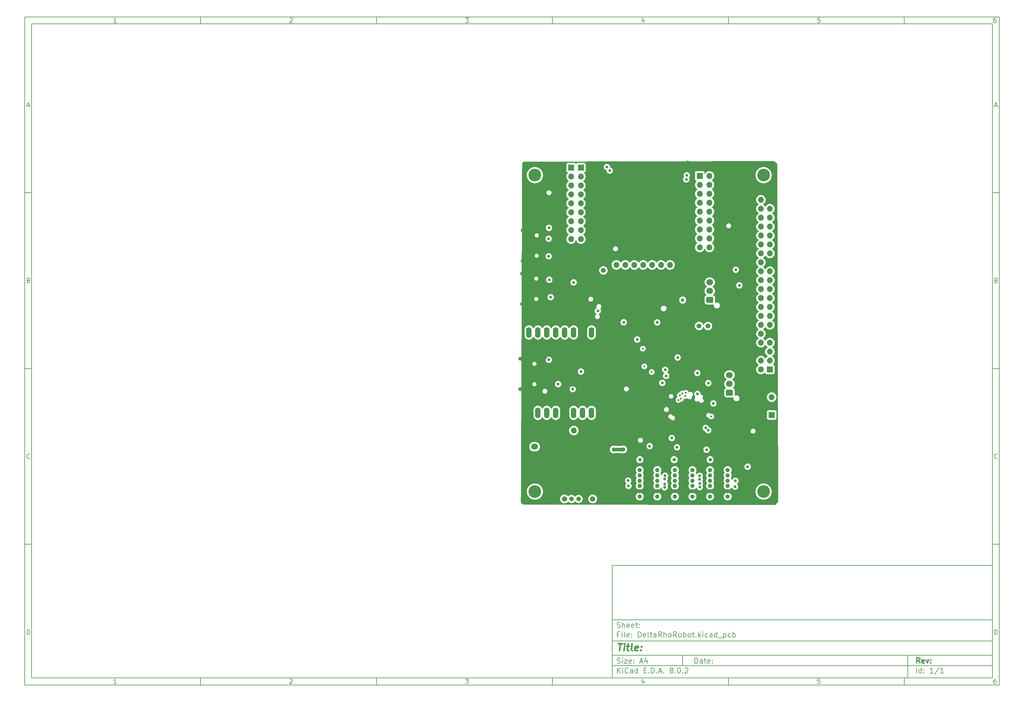
<source format=gbr>
%TF.GenerationSoftware,KiCad,Pcbnew,8.0.2-8.0.2-0~ubuntu22.04.1*%
%TF.CreationDate,2024-05-27T12:26:38-04:00*%
%TF.ProjectId,DeltaRhoRobot,44656c74-6152-4686-9f52-6f626f742e6b,rev?*%
%TF.SameCoordinates,Original*%
%TF.FileFunction,Copper,L2,Inr*%
%TF.FilePolarity,Positive*%
%FSLAX46Y46*%
G04 Gerber Fmt 4.6, Leading zero omitted, Abs format (unit mm)*
G04 Created by KiCad (PCBNEW 8.0.2-8.0.2-0~ubuntu22.04.1) date 2024-05-27 12:26:38*
%MOMM*%
%LPD*%
G01*
G04 APERTURE LIST*
G04 Aperture macros list*
%AMRoundRect*
0 Rectangle with rounded corners*
0 $1 Rounding radius*
0 $2 $3 $4 $5 $6 $7 $8 $9 X,Y pos of 4 corners*
0 Add a 4 corners polygon primitive as box body*
4,1,4,$2,$3,$4,$5,$6,$7,$8,$9,$2,$3,0*
0 Add four circle primitives for the rounded corners*
1,1,$1+$1,$2,$3*
1,1,$1+$1,$4,$5*
1,1,$1+$1,$6,$7*
1,1,$1+$1,$8,$9*
0 Add four rect primitives between the rounded corners*
20,1,$1+$1,$2,$3,$4,$5,0*
20,1,$1+$1,$4,$5,$6,$7,0*
20,1,$1+$1,$6,$7,$8,$9,0*
20,1,$1+$1,$8,$9,$2,$3,0*%
G04 Aperture macros list end*
%ADD10C,0.100000*%
%ADD11C,0.150000*%
%ADD12C,0.300000*%
%ADD13C,0.400000*%
%TA.AperFunction,ComponentPad*%
%ADD14R,1.700000X1.700000*%
%TD*%
%TA.AperFunction,ComponentPad*%
%ADD15O,1.700000X1.700000*%
%TD*%
%TA.AperFunction,ComponentPad*%
%ADD16C,0.600000*%
%TD*%
%TA.AperFunction,ComponentPad*%
%ADD17C,1.400000*%
%TD*%
%TA.AperFunction,ComponentPad*%
%ADD18RoundRect,0.250000X0.725000X-0.600000X0.725000X0.600000X-0.725000X0.600000X-0.725000X-0.600000X0*%
%TD*%
%TA.AperFunction,ComponentPad*%
%ADD19O,1.950000X1.700000*%
%TD*%
%TA.AperFunction,ComponentPad*%
%ADD20C,1.244600*%
%TD*%
%TA.AperFunction,ComponentPad*%
%ADD21C,3.600000*%
%TD*%
%TA.AperFunction,ComponentPad*%
%ADD22RoundRect,0.250000X-0.750000X0.600000X-0.750000X-0.600000X0.750000X-0.600000X0.750000X0.600000X0*%
%TD*%
%TA.AperFunction,ComponentPad*%
%ADD23O,2.000000X1.700000*%
%TD*%
%TA.AperFunction,ComponentPad*%
%ADD24O,2.100000X1.000000*%
%TD*%
%TA.AperFunction,ComponentPad*%
%ADD25O,1.800000X1.000000*%
%TD*%
%TA.AperFunction,ComponentPad*%
%ADD26C,1.320800*%
%TD*%
%TA.AperFunction,ComponentPad*%
%ADD27C,1.498600*%
%TD*%
%TA.AperFunction,ComponentPad*%
%ADD28R,1.524000X1.524000*%
%TD*%
%TA.AperFunction,ComponentPad*%
%ADD29O,1.524000X3.048000*%
%TD*%
%TA.AperFunction,ViaPad*%
%ADD30C,0.800000*%
%TD*%
%TA.AperFunction,ViaPad*%
%ADD31C,0.600000*%
%TD*%
%TA.AperFunction,ViaPad*%
%ADD32C,1.000000*%
%TD*%
%TA.AperFunction,ViaPad*%
%ADD33C,1.200000*%
%TD*%
%TA.AperFunction,ViaPad*%
%ADD34C,1.400000*%
%TD*%
%TA.AperFunction,Conductor*%
%ADD35C,1.000000*%
%TD*%
G04 APERTURE END LIST*
D10*
D11*
X177002200Y-166007200D02*
X285002200Y-166007200D01*
X285002200Y-198007200D01*
X177002200Y-198007200D01*
X177002200Y-166007200D01*
D10*
D11*
X10000000Y-10000000D02*
X287002200Y-10000000D01*
X287002200Y-200007200D01*
X10000000Y-200007200D01*
X10000000Y-10000000D01*
D10*
D11*
X12000000Y-12000000D02*
X285002200Y-12000000D01*
X285002200Y-198007200D01*
X12000000Y-198007200D01*
X12000000Y-12000000D01*
D10*
D11*
X60000000Y-12000000D02*
X60000000Y-10000000D01*
D10*
D11*
X110000000Y-12000000D02*
X110000000Y-10000000D01*
D10*
D11*
X160000000Y-12000000D02*
X160000000Y-10000000D01*
D10*
D11*
X210000000Y-12000000D02*
X210000000Y-10000000D01*
D10*
D11*
X260000000Y-12000000D02*
X260000000Y-10000000D01*
D10*
D11*
X36089160Y-11593604D02*
X35346303Y-11593604D01*
X35717731Y-11593604D02*
X35717731Y-10293604D01*
X35717731Y-10293604D02*
X35593922Y-10479319D01*
X35593922Y-10479319D02*
X35470112Y-10603128D01*
X35470112Y-10603128D02*
X35346303Y-10665033D01*
D10*
D11*
X85346303Y-10417414D02*
X85408207Y-10355509D01*
X85408207Y-10355509D02*
X85532017Y-10293604D01*
X85532017Y-10293604D02*
X85841541Y-10293604D01*
X85841541Y-10293604D02*
X85965350Y-10355509D01*
X85965350Y-10355509D02*
X86027255Y-10417414D01*
X86027255Y-10417414D02*
X86089160Y-10541223D01*
X86089160Y-10541223D02*
X86089160Y-10665033D01*
X86089160Y-10665033D02*
X86027255Y-10850747D01*
X86027255Y-10850747D02*
X85284398Y-11593604D01*
X85284398Y-11593604D02*
X86089160Y-11593604D01*
D10*
D11*
X135284398Y-10293604D02*
X136089160Y-10293604D01*
X136089160Y-10293604D02*
X135655826Y-10788842D01*
X135655826Y-10788842D02*
X135841541Y-10788842D01*
X135841541Y-10788842D02*
X135965350Y-10850747D01*
X135965350Y-10850747D02*
X136027255Y-10912652D01*
X136027255Y-10912652D02*
X136089160Y-11036461D01*
X136089160Y-11036461D02*
X136089160Y-11345985D01*
X136089160Y-11345985D02*
X136027255Y-11469795D01*
X136027255Y-11469795D02*
X135965350Y-11531700D01*
X135965350Y-11531700D02*
X135841541Y-11593604D01*
X135841541Y-11593604D02*
X135470112Y-11593604D01*
X135470112Y-11593604D02*
X135346303Y-11531700D01*
X135346303Y-11531700D02*
X135284398Y-11469795D01*
D10*
D11*
X185965350Y-10726938D02*
X185965350Y-11593604D01*
X185655826Y-10231700D02*
X185346303Y-11160271D01*
X185346303Y-11160271D02*
X186151064Y-11160271D01*
D10*
D11*
X236027255Y-10293604D02*
X235408207Y-10293604D01*
X235408207Y-10293604D02*
X235346303Y-10912652D01*
X235346303Y-10912652D02*
X235408207Y-10850747D01*
X235408207Y-10850747D02*
X235532017Y-10788842D01*
X235532017Y-10788842D02*
X235841541Y-10788842D01*
X235841541Y-10788842D02*
X235965350Y-10850747D01*
X235965350Y-10850747D02*
X236027255Y-10912652D01*
X236027255Y-10912652D02*
X236089160Y-11036461D01*
X236089160Y-11036461D02*
X236089160Y-11345985D01*
X236089160Y-11345985D02*
X236027255Y-11469795D01*
X236027255Y-11469795D02*
X235965350Y-11531700D01*
X235965350Y-11531700D02*
X235841541Y-11593604D01*
X235841541Y-11593604D02*
X235532017Y-11593604D01*
X235532017Y-11593604D02*
X235408207Y-11531700D01*
X235408207Y-11531700D02*
X235346303Y-11469795D01*
D10*
D11*
X285965350Y-10293604D02*
X285717731Y-10293604D01*
X285717731Y-10293604D02*
X285593922Y-10355509D01*
X285593922Y-10355509D02*
X285532017Y-10417414D01*
X285532017Y-10417414D02*
X285408207Y-10603128D01*
X285408207Y-10603128D02*
X285346303Y-10850747D01*
X285346303Y-10850747D02*
X285346303Y-11345985D01*
X285346303Y-11345985D02*
X285408207Y-11469795D01*
X285408207Y-11469795D02*
X285470112Y-11531700D01*
X285470112Y-11531700D02*
X285593922Y-11593604D01*
X285593922Y-11593604D02*
X285841541Y-11593604D01*
X285841541Y-11593604D02*
X285965350Y-11531700D01*
X285965350Y-11531700D02*
X286027255Y-11469795D01*
X286027255Y-11469795D02*
X286089160Y-11345985D01*
X286089160Y-11345985D02*
X286089160Y-11036461D01*
X286089160Y-11036461D02*
X286027255Y-10912652D01*
X286027255Y-10912652D02*
X285965350Y-10850747D01*
X285965350Y-10850747D02*
X285841541Y-10788842D01*
X285841541Y-10788842D02*
X285593922Y-10788842D01*
X285593922Y-10788842D02*
X285470112Y-10850747D01*
X285470112Y-10850747D02*
X285408207Y-10912652D01*
X285408207Y-10912652D02*
X285346303Y-11036461D01*
D10*
D11*
X60000000Y-198007200D02*
X60000000Y-200007200D01*
D10*
D11*
X110000000Y-198007200D02*
X110000000Y-200007200D01*
D10*
D11*
X160000000Y-198007200D02*
X160000000Y-200007200D01*
D10*
D11*
X210000000Y-198007200D02*
X210000000Y-200007200D01*
D10*
D11*
X260000000Y-198007200D02*
X260000000Y-200007200D01*
D10*
D11*
X36089160Y-199600804D02*
X35346303Y-199600804D01*
X35717731Y-199600804D02*
X35717731Y-198300804D01*
X35717731Y-198300804D02*
X35593922Y-198486519D01*
X35593922Y-198486519D02*
X35470112Y-198610328D01*
X35470112Y-198610328D02*
X35346303Y-198672233D01*
D10*
D11*
X85346303Y-198424614D02*
X85408207Y-198362709D01*
X85408207Y-198362709D02*
X85532017Y-198300804D01*
X85532017Y-198300804D02*
X85841541Y-198300804D01*
X85841541Y-198300804D02*
X85965350Y-198362709D01*
X85965350Y-198362709D02*
X86027255Y-198424614D01*
X86027255Y-198424614D02*
X86089160Y-198548423D01*
X86089160Y-198548423D02*
X86089160Y-198672233D01*
X86089160Y-198672233D02*
X86027255Y-198857947D01*
X86027255Y-198857947D02*
X85284398Y-199600804D01*
X85284398Y-199600804D02*
X86089160Y-199600804D01*
D10*
D11*
X135284398Y-198300804D02*
X136089160Y-198300804D01*
X136089160Y-198300804D02*
X135655826Y-198796042D01*
X135655826Y-198796042D02*
X135841541Y-198796042D01*
X135841541Y-198796042D02*
X135965350Y-198857947D01*
X135965350Y-198857947D02*
X136027255Y-198919852D01*
X136027255Y-198919852D02*
X136089160Y-199043661D01*
X136089160Y-199043661D02*
X136089160Y-199353185D01*
X136089160Y-199353185D02*
X136027255Y-199476995D01*
X136027255Y-199476995D02*
X135965350Y-199538900D01*
X135965350Y-199538900D02*
X135841541Y-199600804D01*
X135841541Y-199600804D02*
X135470112Y-199600804D01*
X135470112Y-199600804D02*
X135346303Y-199538900D01*
X135346303Y-199538900D02*
X135284398Y-199476995D01*
D10*
D11*
X185965350Y-198734138D02*
X185965350Y-199600804D01*
X185655826Y-198238900D02*
X185346303Y-199167471D01*
X185346303Y-199167471D02*
X186151064Y-199167471D01*
D10*
D11*
X236027255Y-198300804D02*
X235408207Y-198300804D01*
X235408207Y-198300804D02*
X235346303Y-198919852D01*
X235346303Y-198919852D02*
X235408207Y-198857947D01*
X235408207Y-198857947D02*
X235532017Y-198796042D01*
X235532017Y-198796042D02*
X235841541Y-198796042D01*
X235841541Y-198796042D02*
X235965350Y-198857947D01*
X235965350Y-198857947D02*
X236027255Y-198919852D01*
X236027255Y-198919852D02*
X236089160Y-199043661D01*
X236089160Y-199043661D02*
X236089160Y-199353185D01*
X236089160Y-199353185D02*
X236027255Y-199476995D01*
X236027255Y-199476995D02*
X235965350Y-199538900D01*
X235965350Y-199538900D02*
X235841541Y-199600804D01*
X235841541Y-199600804D02*
X235532017Y-199600804D01*
X235532017Y-199600804D02*
X235408207Y-199538900D01*
X235408207Y-199538900D02*
X235346303Y-199476995D01*
D10*
D11*
X285965350Y-198300804D02*
X285717731Y-198300804D01*
X285717731Y-198300804D02*
X285593922Y-198362709D01*
X285593922Y-198362709D02*
X285532017Y-198424614D01*
X285532017Y-198424614D02*
X285408207Y-198610328D01*
X285408207Y-198610328D02*
X285346303Y-198857947D01*
X285346303Y-198857947D02*
X285346303Y-199353185D01*
X285346303Y-199353185D02*
X285408207Y-199476995D01*
X285408207Y-199476995D02*
X285470112Y-199538900D01*
X285470112Y-199538900D02*
X285593922Y-199600804D01*
X285593922Y-199600804D02*
X285841541Y-199600804D01*
X285841541Y-199600804D02*
X285965350Y-199538900D01*
X285965350Y-199538900D02*
X286027255Y-199476995D01*
X286027255Y-199476995D02*
X286089160Y-199353185D01*
X286089160Y-199353185D02*
X286089160Y-199043661D01*
X286089160Y-199043661D02*
X286027255Y-198919852D01*
X286027255Y-198919852D02*
X285965350Y-198857947D01*
X285965350Y-198857947D02*
X285841541Y-198796042D01*
X285841541Y-198796042D02*
X285593922Y-198796042D01*
X285593922Y-198796042D02*
X285470112Y-198857947D01*
X285470112Y-198857947D02*
X285408207Y-198919852D01*
X285408207Y-198919852D02*
X285346303Y-199043661D01*
D10*
D11*
X10000000Y-60000000D02*
X12000000Y-60000000D01*
D10*
D11*
X10000000Y-110000000D02*
X12000000Y-110000000D01*
D10*
D11*
X10000000Y-160000000D02*
X12000000Y-160000000D01*
D10*
D11*
X10690476Y-35222176D02*
X11309523Y-35222176D01*
X10566666Y-35593604D02*
X10999999Y-34293604D01*
X10999999Y-34293604D02*
X11433333Y-35593604D01*
D10*
D11*
X11092857Y-84912652D02*
X11278571Y-84974557D01*
X11278571Y-84974557D02*
X11340476Y-85036461D01*
X11340476Y-85036461D02*
X11402380Y-85160271D01*
X11402380Y-85160271D02*
X11402380Y-85345985D01*
X11402380Y-85345985D02*
X11340476Y-85469795D01*
X11340476Y-85469795D02*
X11278571Y-85531700D01*
X11278571Y-85531700D02*
X11154761Y-85593604D01*
X11154761Y-85593604D02*
X10659523Y-85593604D01*
X10659523Y-85593604D02*
X10659523Y-84293604D01*
X10659523Y-84293604D02*
X11092857Y-84293604D01*
X11092857Y-84293604D02*
X11216666Y-84355509D01*
X11216666Y-84355509D02*
X11278571Y-84417414D01*
X11278571Y-84417414D02*
X11340476Y-84541223D01*
X11340476Y-84541223D02*
X11340476Y-84665033D01*
X11340476Y-84665033D02*
X11278571Y-84788842D01*
X11278571Y-84788842D02*
X11216666Y-84850747D01*
X11216666Y-84850747D02*
X11092857Y-84912652D01*
X11092857Y-84912652D02*
X10659523Y-84912652D01*
D10*
D11*
X11402380Y-135469795D02*
X11340476Y-135531700D01*
X11340476Y-135531700D02*
X11154761Y-135593604D01*
X11154761Y-135593604D02*
X11030952Y-135593604D01*
X11030952Y-135593604D02*
X10845238Y-135531700D01*
X10845238Y-135531700D02*
X10721428Y-135407890D01*
X10721428Y-135407890D02*
X10659523Y-135284080D01*
X10659523Y-135284080D02*
X10597619Y-135036461D01*
X10597619Y-135036461D02*
X10597619Y-134850747D01*
X10597619Y-134850747D02*
X10659523Y-134603128D01*
X10659523Y-134603128D02*
X10721428Y-134479319D01*
X10721428Y-134479319D02*
X10845238Y-134355509D01*
X10845238Y-134355509D02*
X11030952Y-134293604D01*
X11030952Y-134293604D02*
X11154761Y-134293604D01*
X11154761Y-134293604D02*
X11340476Y-134355509D01*
X11340476Y-134355509D02*
X11402380Y-134417414D01*
D10*
D11*
X10659523Y-185593604D02*
X10659523Y-184293604D01*
X10659523Y-184293604D02*
X10969047Y-184293604D01*
X10969047Y-184293604D02*
X11154761Y-184355509D01*
X11154761Y-184355509D02*
X11278571Y-184479319D01*
X11278571Y-184479319D02*
X11340476Y-184603128D01*
X11340476Y-184603128D02*
X11402380Y-184850747D01*
X11402380Y-184850747D02*
X11402380Y-185036461D01*
X11402380Y-185036461D02*
X11340476Y-185284080D01*
X11340476Y-185284080D02*
X11278571Y-185407890D01*
X11278571Y-185407890D02*
X11154761Y-185531700D01*
X11154761Y-185531700D02*
X10969047Y-185593604D01*
X10969047Y-185593604D02*
X10659523Y-185593604D01*
D10*
D11*
X287002200Y-60000000D02*
X285002200Y-60000000D01*
D10*
D11*
X287002200Y-110000000D02*
X285002200Y-110000000D01*
D10*
D11*
X287002200Y-160000000D02*
X285002200Y-160000000D01*
D10*
D11*
X285692676Y-35222176D02*
X286311723Y-35222176D01*
X285568866Y-35593604D02*
X286002199Y-34293604D01*
X286002199Y-34293604D02*
X286435533Y-35593604D01*
D10*
D11*
X286095057Y-84912652D02*
X286280771Y-84974557D01*
X286280771Y-84974557D02*
X286342676Y-85036461D01*
X286342676Y-85036461D02*
X286404580Y-85160271D01*
X286404580Y-85160271D02*
X286404580Y-85345985D01*
X286404580Y-85345985D02*
X286342676Y-85469795D01*
X286342676Y-85469795D02*
X286280771Y-85531700D01*
X286280771Y-85531700D02*
X286156961Y-85593604D01*
X286156961Y-85593604D02*
X285661723Y-85593604D01*
X285661723Y-85593604D02*
X285661723Y-84293604D01*
X285661723Y-84293604D02*
X286095057Y-84293604D01*
X286095057Y-84293604D02*
X286218866Y-84355509D01*
X286218866Y-84355509D02*
X286280771Y-84417414D01*
X286280771Y-84417414D02*
X286342676Y-84541223D01*
X286342676Y-84541223D02*
X286342676Y-84665033D01*
X286342676Y-84665033D02*
X286280771Y-84788842D01*
X286280771Y-84788842D02*
X286218866Y-84850747D01*
X286218866Y-84850747D02*
X286095057Y-84912652D01*
X286095057Y-84912652D02*
X285661723Y-84912652D01*
D10*
D11*
X286404580Y-135469795D02*
X286342676Y-135531700D01*
X286342676Y-135531700D02*
X286156961Y-135593604D01*
X286156961Y-135593604D02*
X286033152Y-135593604D01*
X286033152Y-135593604D02*
X285847438Y-135531700D01*
X285847438Y-135531700D02*
X285723628Y-135407890D01*
X285723628Y-135407890D02*
X285661723Y-135284080D01*
X285661723Y-135284080D02*
X285599819Y-135036461D01*
X285599819Y-135036461D02*
X285599819Y-134850747D01*
X285599819Y-134850747D02*
X285661723Y-134603128D01*
X285661723Y-134603128D02*
X285723628Y-134479319D01*
X285723628Y-134479319D02*
X285847438Y-134355509D01*
X285847438Y-134355509D02*
X286033152Y-134293604D01*
X286033152Y-134293604D02*
X286156961Y-134293604D01*
X286156961Y-134293604D02*
X286342676Y-134355509D01*
X286342676Y-134355509D02*
X286404580Y-134417414D01*
D10*
D11*
X285661723Y-185593604D02*
X285661723Y-184293604D01*
X285661723Y-184293604D02*
X285971247Y-184293604D01*
X285971247Y-184293604D02*
X286156961Y-184355509D01*
X286156961Y-184355509D02*
X286280771Y-184479319D01*
X286280771Y-184479319D02*
X286342676Y-184603128D01*
X286342676Y-184603128D02*
X286404580Y-184850747D01*
X286404580Y-184850747D02*
X286404580Y-185036461D01*
X286404580Y-185036461D02*
X286342676Y-185284080D01*
X286342676Y-185284080D02*
X286280771Y-185407890D01*
X286280771Y-185407890D02*
X286156961Y-185531700D01*
X286156961Y-185531700D02*
X285971247Y-185593604D01*
X285971247Y-185593604D02*
X285661723Y-185593604D01*
D10*
D11*
X200458026Y-193793328D02*
X200458026Y-192293328D01*
X200458026Y-192293328D02*
X200815169Y-192293328D01*
X200815169Y-192293328D02*
X201029455Y-192364757D01*
X201029455Y-192364757D02*
X201172312Y-192507614D01*
X201172312Y-192507614D02*
X201243741Y-192650471D01*
X201243741Y-192650471D02*
X201315169Y-192936185D01*
X201315169Y-192936185D02*
X201315169Y-193150471D01*
X201315169Y-193150471D02*
X201243741Y-193436185D01*
X201243741Y-193436185D02*
X201172312Y-193579042D01*
X201172312Y-193579042D02*
X201029455Y-193721900D01*
X201029455Y-193721900D02*
X200815169Y-193793328D01*
X200815169Y-193793328D02*
X200458026Y-193793328D01*
X202600884Y-193793328D02*
X202600884Y-193007614D01*
X202600884Y-193007614D02*
X202529455Y-192864757D01*
X202529455Y-192864757D02*
X202386598Y-192793328D01*
X202386598Y-192793328D02*
X202100884Y-192793328D01*
X202100884Y-192793328D02*
X201958026Y-192864757D01*
X202600884Y-193721900D02*
X202458026Y-193793328D01*
X202458026Y-193793328D02*
X202100884Y-193793328D01*
X202100884Y-193793328D02*
X201958026Y-193721900D01*
X201958026Y-193721900D02*
X201886598Y-193579042D01*
X201886598Y-193579042D02*
X201886598Y-193436185D01*
X201886598Y-193436185D02*
X201958026Y-193293328D01*
X201958026Y-193293328D02*
X202100884Y-193221900D01*
X202100884Y-193221900D02*
X202458026Y-193221900D01*
X202458026Y-193221900D02*
X202600884Y-193150471D01*
X203100884Y-192793328D02*
X203672312Y-192793328D01*
X203315169Y-192293328D02*
X203315169Y-193579042D01*
X203315169Y-193579042D02*
X203386598Y-193721900D01*
X203386598Y-193721900D02*
X203529455Y-193793328D01*
X203529455Y-193793328D02*
X203672312Y-193793328D01*
X204743741Y-193721900D02*
X204600884Y-193793328D01*
X204600884Y-193793328D02*
X204315170Y-193793328D01*
X204315170Y-193793328D02*
X204172312Y-193721900D01*
X204172312Y-193721900D02*
X204100884Y-193579042D01*
X204100884Y-193579042D02*
X204100884Y-193007614D01*
X204100884Y-193007614D02*
X204172312Y-192864757D01*
X204172312Y-192864757D02*
X204315170Y-192793328D01*
X204315170Y-192793328D02*
X204600884Y-192793328D01*
X204600884Y-192793328D02*
X204743741Y-192864757D01*
X204743741Y-192864757D02*
X204815170Y-193007614D01*
X204815170Y-193007614D02*
X204815170Y-193150471D01*
X204815170Y-193150471D02*
X204100884Y-193293328D01*
X205458026Y-193650471D02*
X205529455Y-193721900D01*
X205529455Y-193721900D02*
X205458026Y-193793328D01*
X205458026Y-193793328D02*
X205386598Y-193721900D01*
X205386598Y-193721900D02*
X205458026Y-193650471D01*
X205458026Y-193650471D02*
X205458026Y-193793328D01*
X205458026Y-192864757D02*
X205529455Y-192936185D01*
X205529455Y-192936185D02*
X205458026Y-193007614D01*
X205458026Y-193007614D02*
X205386598Y-192936185D01*
X205386598Y-192936185D02*
X205458026Y-192864757D01*
X205458026Y-192864757D02*
X205458026Y-193007614D01*
D10*
D11*
X177002200Y-194507200D02*
X285002200Y-194507200D01*
D10*
D11*
X178458026Y-196593328D02*
X178458026Y-195093328D01*
X179315169Y-196593328D02*
X178672312Y-195736185D01*
X179315169Y-195093328D02*
X178458026Y-195950471D01*
X179958026Y-196593328D02*
X179958026Y-195593328D01*
X179958026Y-195093328D02*
X179886598Y-195164757D01*
X179886598Y-195164757D02*
X179958026Y-195236185D01*
X179958026Y-195236185D02*
X180029455Y-195164757D01*
X180029455Y-195164757D02*
X179958026Y-195093328D01*
X179958026Y-195093328D02*
X179958026Y-195236185D01*
X181529455Y-196450471D02*
X181458027Y-196521900D01*
X181458027Y-196521900D02*
X181243741Y-196593328D01*
X181243741Y-196593328D02*
X181100884Y-196593328D01*
X181100884Y-196593328D02*
X180886598Y-196521900D01*
X180886598Y-196521900D02*
X180743741Y-196379042D01*
X180743741Y-196379042D02*
X180672312Y-196236185D01*
X180672312Y-196236185D02*
X180600884Y-195950471D01*
X180600884Y-195950471D02*
X180600884Y-195736185D01*
X180600884Y-195736185D02*
X180672312Y-195450471D01*
X180672312Y-195450471D02*
X180743741Y-195307614D01*
X180743741Y-195307614D02*
X180886598Y-195164757D01*
X180886598Y-195164757D02*
X181100884Y-195093328D01*
X181100884Y-195093328D02*
X181243741Y-195093328D01*
X181243741Y-195093328D02*
X181458027Y-195164757D01*
X181458027Y-195164757D02*
X181529455Y-195236185D01*
X182815170Y-196593328D02*
X182815170Y-195807614D01*
X182815170Y-195807614D02*
X182743741Y-195664757D01*
X182743741Y-195664757D02*
X182600884Y-195593328D01*
X182600884Y-195593328D02*
X182315170Y-195593328D01*
X182315170Y-195593328D02*
X182172312Y-195664757D01*
X182815170Y-196521900D02*
X182672312Y-196593328D01*
X182672312Y-196593328D02*
X182315170Y-196593328D01*
X182315170Y-196593328D02*
X182172312Y-196521900D01*
X182172312Y-196521900D02*
X182100884Y-196379042D01*
X182100884Y-196379042D02*
X182100884Y-196236185D01*
X182100884Y-196236185D02*
X182172312Y-196093328D01*
X182172312Y-196093328D02*
X182315170Y-196021900D01*
X182315170Y-196021900D02*
X182672312Y-196021900D01*
X182672312Y-196021900D02*
X182815170Y-195950471D01*
X184172313Y-196593328D02*
X184172313Y-195093328D01*
X184172313Y-196521900D02*
X184029455Y-196593328D01*
X184029455Y-196593328D02*
X183743741Y-196593328D01*
X183743741Y-196593328D02*
X183600884Y-196521900D01*
X183600884Y-196521900D02*
X183529455Y-196450471D01*
X183529455Y-196450471D02*
X183458027Y-196307614D01*
X183458027Y-196307614D02*
X183458027Y-195879042D01*
X183458027Y-195879042D02*
X183529455Y-195736185D01*
X183529455Y-195736185D02*
X183600884Y-195664757D01*
X183600884Y-195664757D02*
X183743741Y-195593328D01*
X183743741Y-195593328D02*
X184029455Y-195593328D01*
X184029455Y-195593328D02*
X184172313Y-195664757D01*
X186029455Y-195807614D02*
X186529455Y-195807614D01*
X186743741Y-196593328D02*
X186029455Y-196593328D01*
X186029455Y-196593328D02*
X186029455Y-195093328D01*
X186029455Y-195093328D02*
X186743741Y-195093328D01*
X187386598Y-196450471D02*
X187458027Y-196521900D01*
X187458027Y-196521900D02*
X187386598Y-196593328D01*
X187386598Y-196593328D02*
X187315170Y-196521900D01*
X187315170Y-196521900D02*
X187386598Y-196450471D01*
X187386598Y-196450471D02*
X187386598Y-196593328D01*
X188100884Y-196593328D02*
X188100884Y-195093328D01*
X188100884Y-195093328D02*
X188458027Y-195093328D01*
X188458027Y-195093328D02*
X188672313Y-195164757D01*
X188672313Y-195164757D02*
X188815170Y-195307614D01*
X188815170Y-195307614D02*
X188886599Y-195450471D01*
X188886599Y-195450471D02*
X188958027Y-195736185D01*
X188958027Y-195736185D02*
X188958027Y-195950471D01*
X188958027Y-195950471D02*
X188886599Y-196236185D01*
X188886599Y-196236185D02*
X188815170Y-196379042D01*
X188815170Y-196379042D02*
X188672313Y-196521900D01*
X188672313Y-196521900D02*
X188458027Y-196593328D01*
X188458027Y-196593328D02*
X188100884Y-196593328D01*
X189600884Y-196450471D02*
X189672313Y-196521900D01*
X189672313Y-196521900D02*
X189600884Y-196593328D01*
X189600884Y-196593328D02*
X189529456Y-196521900D01*
X189529456Y-196521900D02*
X189600884Y-196450471D01*
X189600884Y-196450471D02*
X189600884Y-196593328D01*
X190243742Y-196164757D02*
X190958028Y-196164757D01*
X190100885Y-196593328D02*
X190600885Y-195093328D01*
X190600885Y-195093328D02*
X191100885Y-196593328D01*
X191600884Y-196450471D02*
X191672313Y-196521900D01*
X191672313Y-196521900D02*
X191600884Y-196593328D01*
X191600884Y-196593328D02*
X191529456Y-196521900D01*
X191529456Y-196521900D02*
X191600884Y-196450471D01*
X191600884Y-196450471D02*
X191600884Y-196593328D01*
X193672313Y-195736185D02*
X193529456Y-195664757D01*
X193529456Y-195664757D02*
X193458027Y-195593328D01*
X193458027Y-195593328D02*
X193386599Y-195450471D01*
X193386599Y-195450471D02*
X193386599Y-195379042D01*
X193386599Y-195379042D02*
X193458027Y-195236185D01*
X193458027Y-195236185D02*
X193529456Y-195164757D01*
X193529456Y-195164757D02*
X193672313Y-195093328D01*
X193672313Y-195093328D02*
X193958027Y-195093328D01*
X193958027Y-195093328D02*
X194100885Y-195164757D01*
X194100885Y-195164757D02*
X194172313Y-195236185D01*
X194172313Y-195236185D02*
X194243742Y-195379042D01*
X194243742Y-195379042D02*
X194243742Y-195450471D01*
X194243742Y-195450471D02*
X194172313Y-195593328D01*
X194172313Y-195593328D02*
X194100885Y-195664757D01*
X194100885Y-195664757D02*
X193958027Y-195736185D01*
X193958027Y-195736185D02*
X193672313Y-195736185D01*
X193672313Y-195736185D02*
X193529456Y-195807614D01*
X193529456Y-195807614D02*
X193458027Y-195879042D01*
X193458027Y-195879042D02*
X193386599Y-196021900D01*
X193386599Y-196021900D02*
X193386599Y-196307614D01*
X193386599Y-196307614D02*
X193458027Y-196450471D01*
X193458027Y-196450471D02*
X193529456Y-196521900D01*
X193529456Y-196521900D02*
X193672313Y-196593328D01*
X193672313Y-196593328D02*
X193958027Y-196593328D01*
X193958027Y-196593328D02*
X194100885Y-196521900D01*
X194100885Y-196521900D02*
X194172313Y-196450471D01*
X194172313Y-196450471D02*
X194243742Y-196307614D01*
X194243742Y-196307614D02*
X194243742Y-196021900D01*
X194243742Y-196021900D02*
X194172313Y-195879042D01*
X194172313Y-195879042D02*
X194100885Y-195807614D01*
X194100885Y-195807614D02*
X193958027Y-195736185D01*
X194886598Y-196450471D02*
X194958027Y-196521900D01*
X194958027Y-196521900D02*
X194886598Y-196593328D01*
X194886598Y-196593328D02*
X194815170Y-196521900D01*
X194815170Y-196521900D02*
X194886598Y-196450471D01*
X194886598Y-196450471D02*
X194886598Y-196593328D01*
X195886599Y-195093328D02*
X196029456Y-195093328D01*
X196029456Y-195093328D02*
X196172313Y-195164757D01*
X196172313Y-195164757D02*
X196243742Y-195236185D01*
X196243742Y-195236185D02*
X196315170Y-195379042D01*
X196315170Y-195379042D02*
X196386599Y-195664757D01*
X196386599Y-195664757D02*
X196386599Y-196021900D01*
X196386599Y-196021900D02*
X196315170Y-196307614D01*
X196315170Y-196307614D02*
X196243742Y-196450471D01*
X196243742Y-196450471D02*
X196172313Y-196521900D01*
X196172313Y-196521900D02*
X196029456Y-196593328D01*
X196029456Y-196593328D02*
X195886599Y-196593328D01*
X195886599Y-196593328D02*
X195743742Y-196521900D01*
X195743742Y-196521900D02*
X195672313Y-196450471D01*
X195672313Y-196450471D02*
X195600884Y-196307614D01*
X195600884Y-196307614D02*
X195529456Y-196021900D01*
X195529456Y-196021900D02*
X195529456Y-195664757D01*
X195529456Y-195664757D02*
X195600884Y-195379042D01*
X195600884Y-195379042D02*
X195672313Y-195236185D01*
X195672313Y-195236185D02*
X195743742Y-195164757D01*
X195743742Y-195164757D02*
X195886599Y-195093328D01*
X197029455Y-196450471D02*
X197100884Y-196521900D01*
X197100884Y-196521900D02*
X197029455Y-196593328D01*
X197029455Y-196593328D02*
X196958027Y-196521900D01*
X196958027Y-196521900D02*
X197029455Y-196450471D01*
X197029455Y-196450471D02*
X197029455Y-196593328D01*
X197672313Y-195236185D02*
X197743741Y-195164757D01*
X197743741Y-195164757D02*
X197886599Y-195093328D01*
X197886599Y-195093328D02*
X198243741Y-195093328D01*
X198243741Y-195093328D02*
X198386599Y-195164757D01*
X198386599Y-195164757D02*
X198458027Y-195236185D01*
X198458027Y-195236185D02*
X198529456Y-195379042D01*
X198529456Y-195379042D02*
X198529456Y-195521900D01*
X198529456Y-195521900D02*
X198458027Y-195736185D01*
X198458027Y-195736185D02*
X197600884Y-196593328D01*
X197600884Y-196593328D02*
X198529456Y-196593328D01*
D10*
D11*
X177002200Y-191507200D02*
X285002200Y-191507200D01*
D10*
D12*
X264413853Y-193785528D02*
X263913853Y-193071242D01*
X263556710Y-193785528D02*
X263556710Y-192285528D01*
X263556710Y-192285528D02*
X264128139Y-192285528D01*
X264128139Y-192285528D02*
X264270996Y-192356957D01*
X264270996Y-192356957D02*
X264342425Y-192428385D01*
X264342425Y-192428385D02*
X264413853Y-192571242D01*
X264413853Y-192571242D02*
X264413853Y-192785528D01*
X264413853Y-192785528D02*
X264342425Y-192928385D01*
X264342425Y-192928385D02*
X264270996Y-192999814D01*
X264270996Y-192999814D02*
X264128139Y-193071242D01*
X264128139Y-193071242D02*
X263556710Y-193071242D01*
X265628139Y-193714100D02*
X265485282Y-193785528D01*
X265485282Y-193785528D02*
X265199568Y-193785528D01*
X265199568Y-193785528D02*
X265056710Y-193714100D01*
X265056710Y-193714100D02*
X264985282Y-193571242D01*
X264985282Y-193571242D02*
X264985282Y-192999814D01*
X264985282Y-192999814D02*
X265056710Y-192856957D01*
X265056710Y-192856957D02*
X265199568Y-192785528D01*
X265199568Y-192785528D02*
X265485282Y-192785528D01*
X265485282Y-192785528D02*
X265628139Y-192856957D01*
X265628139Y-192856957D02*
X265699568Y-192999814D01*
X265699568Y-192999814D02*
X265699568Y-193142671D01*
X265699568Y-193142671D02*
X264985282Y-193285528D01*
X266199567Y-192785528D02*
X266556710Y-193785528D01*
X266556710Y-193785528D02*
X266913853Y-192785528D01*
X267485281Y-193642671D02*
X267556710Y-193714100D01*
X267556710Y-193714100D02*
X267485281Y-193785528D01*
X267485281Y-193785528D02*
X267413853Y-193714100D01*
X267413853Y-193714100D02*
X267485281Y-193642671D01*
X267485281Y-193642671D02*
X267485281Y-193785528D01*
X267485281Y-192856957D02*
X267556710Y-192928385D01*
X267556710Y-192928385D02*
X267485281Y-192999814D01*
X267485281Y-192999814D02*
X267413853Y-192928385D01*
X267413853Y-192928385D02*
X267485281Y-192856957D01*
X267485281Y-192856957D02*
X267485281Y-192999814D01*
D10*
D11*
X178386598Y-193721900D02*
X178600884Y-193793328D01*
X178600884Y-193793328D02*
X178958026Y-193793328D01*
X178958026Y-193793328D02*
X179100884Y-193721900D01*
X179100884Y-193721900D02*
X179172312Y-193650471D01*
X179172312Y-193650471D02*
X179243741Y-193507614D01*
X179243741Y-193507614D02*
X179243741Y-193364757D01*
X179243741Y-193364757D02*
X179172312Y-193221900D01*
X179172312Y-193221900D02*
X179100884Y-193150471D01*
X179100884Y-193150471D02*
X178958026Y-193079042D01*
X178958026Y-193079042D02*
X178672312Y-193007614D01*
X178672312Y-193007614D02*
X178529455Y-192936185D01*
X178529455Y-192936185D02*
X178458026Y-192864757D01*
X178458026Y-192864757D02*
X178386598Y-192721900D01*
X178386598Y-192721900D02*
X178386598Y-192579042D01*
X178386598Y-192579042D02*
X178458026Y-192436185D01*
X178458026Y-192436185D02*
X178529455Y-192364757D01*
X178529455Y-192364757D02*
X178672312Y-192293328D01*
X178672312Y-192293328D02*
X179029455Y-192293328D01*
X179029455Y-192293328D02*
X179243741Y-192364757D01*
X179886597Y-193793328D02*
X179886597Y-192793328D01*
X179886597Y-192293328D02*
X179815169Y-192364757D01*
X179815169Y-192364757D02*
X179886597Y-192436185D01*
X179886597Y-192436185D02*
X179958026Y-192364757D01*
X179958026Y-192364757D02*
X179886597Y-192293328D01*
X179886597Y-192293328D02*
X179886597Y-192436185D01*
X180458026Y-192793328D02*
X181243741Y-192793328D01*
X181243741Y-192793328D02*
X180458026Y-193793328D01*
X180458026Y-193793328D02*
X181243741Y-193793328D01*
X182386598Y-193721900D02*
X182243741Y-193793328D01*
X182243741Y-193793328D02*
X181958027Y-193793328D01*
X181958027Y-193793328D02*
X181815169Y-193721900D01*
X181815169Y-193721900D02*
X181743741Y-193579042D01*
X181743741Y-193579042D02*
X181743741Y-193007614D01*
X181743741Y-193007614D02*
X181815169Y-192864757D01*
X181815169Y-192864757D02*
X181958027Y-192793328D01*
X181958027Y-192793328D02*
X182243741Y-192793328D01*
X182243741Y-192793328D02*
X182386598Y-192864757D01*
X182386598Y-192864757D02*
X182458027Y-193007614D01*
X182458027Y-193007614D02*
X182458027Y-193150471D01*
X182458027Y-193150471D02*
X181743741Y-193293328D01*
X183100883Y-193650471D02*
X183172312Y-193721900D01*
X183172312Y-193721900D02*
X183100883Y-193793328D01*
X183100883Y-193793328D02*
X183029455Y-193721900D01*
X183029455Y-193721900D02*
X183100883Y-193650471D01*
X183100883Y-193650471D02*
X183100883Y-193793328D01*
X183100883Y-192864757D02*
X183172312Y-192936185D01*
X183172312Y-192936185D02*
X183100883Y-193007614D01*
X183100883Y-193007614D02*
X183029455Y-192936185D01*
X183029455Y-192936185D02*
X183100883Y-192864757D01*
X183100883Y-192864757D02*
X183100883Y-193007614D01*
X184886598Y-193364757D02*
X185600884Y-193364757D01*
X184743741Y-193793328D02*
X185243741Y-192293328D01*
X185243741Y-192293328D02*
X185743741Y-193793328D01*
X186886598Y-192793328D02*
X186886598Y-193793328D01*
X186529455Y-192221900D02*
X186172312Y-193293328D01*
X186172312Y-193293328D02*
X187100883Y-193293328D01*
D10*
D11*
X263458026Y-196593328D02*
X263458026Y-195093328D01*
X264815170Y-196593328D02*
X264815170Y-195093328D01*
X264815170Y-196521900D02*
X264672312Y-196593328D01*
X264672312Y-196593328D02*
X264386598Y-196593328D01*
X264386598Y-196593328D02*
X264243741Y-196521900D01*
X264243741Y-196521900D02*
X264172312Y-196450471D01*
X264172312Y-196450471D02*
X264100884Y-196307614D01*
X264100884Y-196307614D02*
X264100884Y-195879042D01*
X264100884Y-195879042D02*
X264172312Y-195736185D01*
X264172312Y-195736185D02*
X264243741Y-195664757D01*
X264243741Y-195664757D02*
X264386598Y-195593328D01*
X264386598Y-195593328D02*
X264672312Y-195593328D01*
X264672312Y-195593328D02*
X264815170Y-195664757D01*
X265529455Y-196450471D02*
X265600884Y-196521900D01*
X265600884Y-196521900D02*
X265529455Y-196593328D01*
X265529455Y-196593328D02*
X265458027Y-196521900D01*
X265458027Y-196521900D02*
X265529455Y-196450471D01*
X265529455Y-196450471D02*
X265529455Y-196593328D01*
X265529455Y-195664757D02*
X265600884Y-195736185D01*
X265600884Y-195736185D02*
X265529455Y-195807614D01*
X265529455Y-195807614D02*
X265458027Y-195736185D01*
X265458027Y-195736185D02*
X265529455Y-195664757D01*
X265529455Y-195664757D02*
X265529455Y-195807614D01*
X268172313Y-196593328D02*
X267315170Y-196593328D01*
X267743741Y-196593328D02*
X267743741Y-195093328D01*
X267743741Y-195093328D02*
X267600884Y-195307614D01*
X267600884Y-195307614D02*
X267458027Y-195450471D01*
X267458027Y-195450471D02*
X267315170Y-195521900D01*
X269886598Y-195021900D02*
X268600884Y-196950471D01*
X271172313Y-196593328D02*
X270315170Y-196593328D01*
X270743741Y-196593328D02*
X270743741Y-195093328D01*
X270743741Y-195093328D02*
X270600884Y-195307614D01*
X270600884Y-195307614D02*
X270458027Y-195450471D01*
X270458027Y-195450471D02*
X270315170Y-195521900D01*
D10*
D11*
X177002200Y-187507200D02*
X285002200Y-187507200D01*
D10*
D13*
X178693928Y-188211638D02*
X179836785Y-188211638D01*
X179015357Y-190211638D02*
X179265357Y-188211638D01*
X180253452Y-190211638D02*
X180420119Y-188878304D01*
X180503452Y-188211638D02*
X180396309Y-188306876D01*
X180396309Y-188306876D02*
X180479643Y-188402114D01*
X180479643Y-188402114D02*
X180586786Y-188306876D01*
X180586786Y-188306876D02*
X180503452Y-188211638D01*
X180503452Y-188211638D02*
X180479643Y-188402114D01*
X181086786Y-188878304D02*
X181848690Y-188878304D01*
X181455833Y-188211638D02*
X181241548Y-189925923D01*
X181241548Y-189925923D02*
X181312976Y-190116400D01*
X181312976Y-190116400D02*
X181491548Y-190211638D01*
X181491548Y-190211638D02*
X181682024Y-190211638D01*
X182634405Y-190211638D02*
X182455833Y-190116400D01*
X182455833Y-190116400D02*
X182384405Y-189925923D01*
X182384405Y-189925923D02*
X182598690Y-188211638D01*
X184170119Y-190116400D02*
X183967738Y-190211638D01*
X183967738Y-190211638D02*
X183586785Y-190211638D01*
X183586785Y-190211638D02*
X183408214Y-190116400D01*
X183408214Y-190116400D02*
X183336785Y-189925923D01*
X183336785Y-189925923D02*
X183432024Y-189164019D01*
X183432024Y-189164019D02*
X183551071Y-188973542D01*
X183551071Y-188973542D02*
X183753452Y-188878304D01*
X183753452Y-188878304D02*
X184134404Y-188878304D01*
X184134404Y-188878304D02*
X184312976Y-188973542D01*
X184312976Y-188973542D02*
X184384404Y-189164019D01*
X184384404Y-189164019D02*
X184360595Y-189354495D01*
X184360595Y-189354495D02*
X183384404Y-189544971D01*
X185134405Y-190021161D02*
X185217738Y-190116400D01*
X185217738Y-190116400D02*
X185110595Y-190211638D01*
X185110595Y-190211638D02*
X185027262Y-190116400D01*
X185027262Y-190116400D02*
X185134405Y-190021161D01*
X185134405Y-190021161D02*
X185110595Y-190211638D01*
X185265357Y-188973542D02*
X185348690Y-189068780D01*
X185348690Y-189068780D02*
X185241548Y-189164019D01*
X185241548Y-189164019D02*
X185158214Y-189068780D01*
X185158214Y-189068780D02*
X185265357Y-188973542D01*
X185265357Y-188973542D02*
X185241548Y-189164019D01*
D10*
D11*
X178958026Y-185607614D02*
X178458026Y-185607614D01*
X178458026Y-186393328D02*
X178458026Y-184893328D01*
X178458026Y-184893328D02*
X179172312Y-184893328D01*
X179743740Y-186393328D02*
X179743740Y-185393328D01*
X179743740Y-184893328D02*
X179672312Y-184964757D01*
X179672312Y-184964757D02*
X179743740Y-185036185D01*
X179743740Y-185036185D02*
X179815169Y-184964757D01*
X179815169Y-184964757D02*
X179743740Y-184893328D01*
X179743740Y-184893328D02*
X179743740Y-185036185D01*
X180672312Y-186393328D02*
X180529455Y-186321900D01*
X180529455Y-186321900D02*
X180458026Y-186179042D01*
X180458026Y-186179042D02*
X180458026Y-184893328D01*
X181815169Y-186321900D02*
X181672312Y-186393328D01*
X181672312Y-186393328D02*
X181386598Y-186393328D01*
X181386598Y-186393328D02*
X181243740Y-186321900D01*
X181243740Y-186321900D02*
X181172312Y-186179042D01*
X181172312Y-186179042D02*
X181172312Y-185607614D01*
X181172312Y-185607614D02*
X181243740Y-185464757D01*
X181243740Y-185464757D02*
X181386598Y-185393328D01*
X181386598Y-185393328D02*
X181672312Y-185393328D01*
X181672312Y-185393328D02*
X181815169Y-185464757D01*
X181815169Y-185464757D02*
X181886598Y-185607614D01*
X181886598Y-185607614D02*
X181886598Y-185750471D01*
X181886598Y-185750471D02*
X181172312Y-185893328D01*
X182529454Y-186250471D02*
X182600883Y-186321900D01*
X182600883Y-186321900D02*
X182529454Y-186393328D01*
X182529454Y-186393328D02*
X182458026Y-186321900D01*
X182458026Y-186321900D02*
X182529454Y-186250471D01*
X182529454Y-186250471D02*
X182529454Y-186393328D01*
X182529454Y-185464757D02*
X182600883Y-185536185D01*
X182600883Y-185536185D02*
X182529454Y-185607614D01*
X182529454Y-185607614D02*
X182458026Y-185536185D01*
X182458026Y-185536185D02*
X182529454Y-185464757D01*
X182529454Y-185464757D02*
X182529454Y-185607614D01*
X184386597Y-186393328D02*
X184386597Y-184893328D01*
X184386597Y-184893328D02*
X184743740Y-184893328D01*
X184743740Y-184893328D02*
X184958026Y-184964757D01*
X184958026Y-184964757D02*
X185100883Y-185107614D01*
X185100883Y-185107614D02*
X185172312Y-185250471D01*
X185172312Y-185250471D02*
X185243740Y-185536185D01*
X185243740Y-185536185D02*
X185243740Y-185750471D01*
X185243740Y-185750471D02*
X185172312Y-186036185D01*
X185172312Y-186036185D02*
X185100883Y-186179042D01*
X185100883Y-186179042D02*
X184958026Y-186321900D01*
X184958026Y-186321900D02*
X184743740Y-186393328D01*
X184743740Y-186393328D02*
X184386597Y-186393328D01*
X186458026Y-186321900D02*
X186315169Y-186393328D01*
X186315169Y-186393328D02*
X186029455Y-186393328D01*
X186029455Y-186393328D02*
X185886597Y-186321900D01*
X185886597Y-186321900D02*
X185815169Y-186179042D01*
X185815169Y-186179042D02*
X185815169Y-185607614D01*
X185815169Y-185607614D02*
X185886597Y-185464757D01*
X185886597Y-185464757D02*
X186029455Y-185393328D01*
X186029455Y-185393328D02*
X186315169Y-185393328D01*
X186315169Y-185393328D02*
X186458026Y-185464757D01*
X186458026Y-185464757D02*
X186529455Y-185607614D01*
X186529455Y-185607614D02*
X186529455Y-185750471D01*
X186529455Y-185750471D02*
X185815169Y-185893328D01*
X187386597Y-186393328D02*
X187243740Y-186321900D01*
X187243740Y-186321900D02*
X187172311Y-186179042D01*
X187172311Y-186179042D02*
X187172311Y-184893328D01*
X187743740Y-185393328D02*
X188315168Y-185393328D01*
X187958025Y-184893328D02*
X187958025Y-186179042D01*
X187958025Y-186179042D02*
X188029454Y-186321900D01*
X188029454Y-186321900D02*
X188172311Y-186393328D01*
X188172311Y-186393328D02*
X188315168Y-186393328D01*
X189458026Y-186393328D02*
X189458026Y-185607614D01*
X189458026Y-185607614D02*
X189386597Y-185464757D01*
X189386597Y-185464757D02*
X189243740Y-185393328D01*
X189243740Y-185393328D02*
X188958026Y-185393328D01*
X188958026Y-185393328D02*
X188815168Y-185464757D01*
X189458026Y-186321900D02*
X189315168Y-186393328D01*
X189315168Y-186393328D02*
X188958026Y-186393328D01*
X188958026Y-186393328D02*
X188815168Y-186321900D01*
X188815168Y-186321900D02*
X188743740Y-186179042D01*
X188743740Y-186179042D02*
X188743740Y-186036185D01*
X188743740Y-186036185D02*
X188815168Y-185893328D01*
X188815168Y-185893328D02*
X188958026Y-185821900D01*
X188958026Y-185821900D02*
X189315168Y-185821900D01*
X189315168Y-185821900D02*
X189458026Y-185750471D01*
X191029454Y-186393328D02*
X190529454Y-185679042D01*
X190172311Y-186393328D02*
X190172311Y-184893328D01*
X190172311Y-184893328D02*
X190743740Y-184893328D01*
X190743740Y-184893328D02*
X190886597Y-184964757D01*
X190886597Y-184964757D02*
X190958026Y-185036185D01*
X190958026Y-185036185D02*
X191029454Y-185179042D01*
X191029454Y-185179042D02*
X191029454Y-185393328D01*
X191029454Y-185393328D02*
X190958026Y-185536185D01*
X190958026Y-185536185D02*
X190886597Y-185607614D01*
X190886597Y-185607614D02*
X190743740Y-185679042D01*
X190743740Y-185679042D02*
X190172311Y-185679042D01*
X191672311Y-186393328D02*
X191672311Y-184893328D01*
X192315169Y-186393328D02*
X192315169Y-185607614D01*
X192315169Y-185607614D02*
X192243740Y-185464757D01*
X192243740Y-185464757D02*
X192100883Y-185393328D01*
X192100883Y-185393328D02*
X191886597Y-185393328D01*
X191886597Y-185393328D02*
X191743740Y-185464757D01*
X191743740Y-185464757D02*
X191672311Y-185536185D01*
X193243740Y-186393328D02*
X193100883Y-186321900D01*
X193100883Y-186321900D02*
X193029454Y-186250471D01*
X193029454Y-186250471D02*
X192958026Y-186107614D01*
X192958026Y-186107614D02*
X192958026Y-185679042D01*
X192958026Y-185679042D02*
X193029454Y-185536185D01*
X193029454Y-185536185D02*
X193100883Y-185464757D01*
X193100883Y-185464757D02*
X193243740Y-185393328D01*
X193243740Y-185393328D02*
X193458026Y-185393328D01*
X193458026Y-185393328D02*
X193600883Y-185464757D01*
X193600883Y-185464757D02*
X193672312Y-185536185D01*
X193672312Y-185536185D02*
X193743740Y-185679042D01*
X193743740Y-185679042D02*
X193743740Y-186107614D01*
X193743740Y-186107614D02*
X193672312Y-186250471D01*
X193672312Y-186250471D02*
X193600883Y-186321900D01*
X193600883Y-186321900D02*
X193458026Y-186393328D01*
X193458026Y-186393328D02*
X193243740Y-186393328D01*
X195243740Y-186393328D02*
X194743740Y-185679042D01*
X194386597Y-186393328D02*
X194386597Y-184893328D01*
X194386597Y-184893328D02*
X194958026Y-184893328D01*
X194958026Y-184893328D02*
X195100883Y-184964757D01*
X195100883Y-184964757D02*
X195172312Y-185036185D01*
X195172312Y-185036185D02*
X195243740Y-185179042D01*
X195243740Y-185179042D02*
X195243740Y-185393328D01*
X195243740Y-185393328D02*
X195172312Y-185536185D01*
X195172312Y-185536185D02*
X195100883Y-185607614D01*
X195100883Y-185607614D02*
X194958026Y-185679042D01*
X194958026Y-185679042D02*
X194386597Y-185679042D01*
X196100883Y-186393328D02*
X195958026Y-186321900D01*
X195958026Y-186321900D02*
X195886597Y-186250471D01*
X195886597Y-186250471D02*
X195815169Y-186107614D01*
X195815169Y-186107614D02*
X195815169Y-185679042D01*
X195815169Y-185679042D02*
X195886597Y-185536185D01*
X195886597Y-185536185D02*
X195958026Y-185464757D01*
X195958026Y-185464757D02*
X196100883Y-185393328D01*
X196100883Y-185393328D02*
X196315169Y-185393328D01*
X196315169Y-185393328D02*
X196458026Y-185464757D01*
X196458026Y-185464757D02*
X196529455Y-185536185D01*
X196529455Y-185536185D02*
X196600883Y-185679042D01*
X196600883Y-185679042D02*
X196600883Y-186107614D01*
X196600883Y-186107614D02*
X196529455Y-186250471D01*
X196529455Y-186250471D02*
X196458026Y-186321900D01*
X196458026Y-186321900D02*
X196315169Y-186393328D01*
X196315169Y-186393328D02*
X196100883Y-186393328D01*
X197243740Y-186393328D02*
X197243740Y-184893328D01*
X197243740Y-185464757D02*
X197386598Y-185393328D01*
X197386598Y-185393328D02*
X197672312Y-185393328D01*
X197672312Y-185393328D02*
X197815169Y-185464757D01*
X197815169Y-185464757D02*
X197886598Y-185536185D01*
X197886598Y-185536185D02*
X197958026Y-185679042D01*
X197958026Y-185679042D02*
X197958026Y-186107614D01*
X197958026Y-186107614D02*
X197886598Y-186250471D01*
X197886598Y-186250471D02*
X197815169Y-186321900D01*
X197815169Y-186321900D02*
X197672312Y-186393328D01*
X197672312Y-186393328D02*
X197386598Y-186393328D01*
X197386598Y-186393328D02*
X197243740Y-186321900D01*
X198815169Y-186393328D02*
X198672312Y-186321900D01*
X198672312Y-186321900D02*
X198600883Y-186250471D01*
X198600883Y-186250471D02*
X198529455Y-186107614D01*
X198529455Y-186107614D02*
X198529455Y-185679042D01*
X198529455Y-185679042D02*
X198600883Y-185536185D01*
X198600883Y-185536185D02*
X198672312Y-185464757D01*
X198672312Y-185464757D02*
X198815169Y-185393328D01*
X198815169Y-185393328D02*
X199029455Y-185393328D01*
X199029455Y-185393328D02*
X199172312Y-185464757D01*
X199172312Y-185464757D02*
X199243741Y-185536185D01*
X199243741Y-185536185D02*
X199315169Y-185679042D01*
X199315169Y-185679042D02*
X199315169Y-186107614D01*
X199315169Y-186107614D02*
X199243741Y-186250471D01*
X199243741Y-186250471D02*
X199172312Y-186321900D01*
X199172312Y-186321900D02*
X199029455Y-186393328D01*
X199029455Y-186393328D02*
X198815169Y-186393328D01*
X199743741Y-185393328D02*
X200315169Y-185393328D01*
X199958026Y-184893328D02*
X199958026Y-186179042D01*
X199958026Y-186179042D02*
X200029455Y-186321900D01*
X200029455Y-186321900D02*
X200172312Y-186393328D01*
X200172312Y-186393328D02*
X200315169Y-186393328D01*
X200815169Y-186250471D02*
X200886598Y-186321900D01*
X200886598Y-186321900D02*
X200815169Y-186393328D01*
X200815169Y-186393328D02*
X200743741Y-186321900D01*
X200743741Y-186321900D02*
X200815169Y-186250471D01*
X200815169Y-186250471D02*
X200815169Y-186393328D01*
X201529455Y-186393328D02*
X201529455Y-184893328D01*
X201672313Y-185821900D02*
X202100884Y-186393328D01*
X202100884Y-185393328D02*
X201529455Y-185964757D01*
X202743741Y-186393328D02*
X202743741Y-185393328D01*
X202743741Y-184893328D02*
X202672313Y-184964757D01*
X202672313Y-184964757D02*
X202743741Y-185036185D01*
X202743741Y-185036185D02*
X202815170Y-184964757D01*
X202815170Y-184964757D02*
X202743741Y-184893328D01*
X202743741Y-184893328D02*
X202743741Y-185036185D01*
X204100885Y-186321900D02*
X203958027Y-186393328D01*
X203958027Y-186393328D02*
X203672313Y-186393328D01*
X203672313Y-186393328D02*
X203529456Y-186321900D01*
X203529456Y-186321900D02*
X203458027Y-186250471D01*
X203458027Y-186250471D02*
X203386599Y-186107614D01*
X203386599Y-186107614D02*
X203386599Y-185679042D01*
X203386599Y-185679042D02*
X203458027Y-185536185D01*
X203458027Y-185536185D02*
X203529456Y-185464757D01*
X203529456Y-185464757D02*
X203672313Y-185393328D01*
X203672313Y-185393328D02*
X203958027Y-185393328D01*
X203958027Y-185393328D02*
X204100885Y-185464757D01*
X205386599Y-186393328D02*
X205386599Y-185607614D01*
X205386599Y-185607614D02*
X205315170Y-185464757D01*
X205315170Y-185464757D02*
X205172313Y-185393328D01*
X205172313Y-185393328D02*
X204886599Y-185393328D01*
X204886599Y-185393328D02*
X204743741Y-185464757D01*
X205386599Y-186321900D02*
X205243741Y-186393328D01*
X205243741Y-186393328D02*
X204886599Y-186393328D01*
X204886599Y-186393328D02*
X204743741Y-186321900D01*
X204743741Y-186321900D02*
X204672313Y-186179042D01*
X204672313Y-186179042D02*
X204672313Y-186036185D01*
X204672313Y-186036185D02*
X204743741Y-185893328D01*
X204743741Y-185893328D02*
X204886599Y-185821900D01*
X204886599Y-185821900D02*
X205243741Y-185821900D01*
X205243741Y-185821900D02*
X205386599Y-185750471D01*
X206743742Y-186393328D02*
X206743742Y-184893328D01*
X206743742Y-186321900D02*
X206600884Y-186393328D01*
X206600884Y-186393328D02*
X206315170Y-186393328D01*
X206315170Y-186393328D02*
X206172313Y-186321900D01*
X206172313Y-186321900D02*
X206100884Y-186250471D01*
X206100884Y-186250471D02*
X206029456Y-186107614D01*
X206029456Y-186107614D02*
X206029456Y-185679042D01*
X206029456Y-185679042D02*
X206100884Y-185536185D01*
X206100884Y-185536185D02*
X206172313Y-185464757D01*
X206172313Y-185464757D02*
X206315170Y-185393328D01*
X206315170Y-185393328D02*
X206600884Y-185393328D01*
X206600884Y-185393328D02*
X206743742Y-185464757D01*
X207100885Y-186536185D02*
X208243742Y-186536185D01*
X208600884Y-185393328D02*
X208600884Y-186893328D01*
X208600884Y-185464757D02*
X208743742Y-185393328D01*
X208743742Y-185393328D02*
X209029456Y-185393328D01*
X209029456Y-185393328D02*
X209172313Y-185464757D01*
X209172313Y-185464757D02*
X209243742Y-185536185D01*
X209243742Y-185536185D02*
X209315170Y-185679042D01*
X209315170Y-185679042D02*
X209315170Y-186107614D01*
X209315170Y-186107614D02*
X209243742Y-186250471D01*
X209243742Y-186250471D02*
X209172313Y-186321900D01*
X209172313Y-186321900D02*
X209029456Y-186393328D01*
X209029456Y-186393328D02*
X208743742Y-186393328D01*
X208743742Y-186393328D02*
X208600884Y-186321900D01*
X210600885Y-186321900D02*
X210458027Y-186393328D01*
X210458027Y-186393328D02*
X210172313Y-186393328D01*
X210172313Y-186393328D02*
X210029456Y-186321900D01*
X210029456Y-186321900D02*
X209958027Y-186250471D01*
X209958027Y-186250471D02*
X209886599Y-186107614D01*
X209886599Y-186107614D02*
X209886599Y-185679042D01*
X209886599Y-185679042D02*
X209958027Y-185536185D01*
X209958027Y-185536185D02*
X210029456Y-185464757D01*
X210029456Y-185464757D02*
X210172313Y-185393328D01*
X210172313Y-185393328D02*
X210458027Y-185393328D01*
X210458027Y-185393328D02*
X210600885Y-185464757D01*
X211243741Y-186393328D02*
X211243741Y-184893328D01*
X211243741Y-185464757D02*
X211386599Y-185393328D01*
X211386599Y-185393328D02*
X211672313Y-185393328D01*
X211672313Y-185393328D02*
X211815170Y-185464757D01*
X211815170Y-185464757D02*
X211886599Y-185536185D01*
X211886599Y-185536185D02*
X211958027Y-185679042D01*
X211958027Y-185679042D02*
X211958027Y-186107614D01*
X211958027Y-186107614D02*
X211886599Y-186250471D01*
X211886599Y-186250471D02*
X211815170Y-186321900D01*
X211815170Y-186321900D02*
X211672313Y-186393328D01*
X211672313Y-186393328D02*
X211386599Y-186393328D01*
X211386599Y-186393328D02*
X211243741Y-186321900D01*
D10*
D11*
X177002200Y-181507200D02*
X285002200Y-181507200D01*
D10*
D11*
X178386598Y-183621900D02*
X178600884Y-183693328D01*
X178600884Y-183693328D02*
X178958026Y-183693328D01*
X178958026Y-183693328D02*
X179100884Y-183621900D01*
X179100884Y-183621900D02*
X179172312Y-183550471D01*
X179172312Y-183550471D02*
X179243741Y-183407614D01*
X179243741Y-183407614D02*
X179243741Y-183264757D01*
X179243741Y-183264757D02*
X179172312Y-183121900D01*
X179172312Y-183121900D02*
X179100884Y-183050471D01*
X179100884Y-183050471D02*
X178958026Y-182979042D01*
X178958026Y-182979042D02*
X178672312Y-182907614D01*
X178672312Y-182907614D02*
X178529455Y-182836185D01*
X178529455Y-182836185D02*
X178458026Y-182764757D01*
X178458026Y-182764757D02*
X178386598Y-182621900D01*
X178386598Y-182621900D02*
X178386598Y-182479042D01*
X178386598Y-182479042D02*
X178458026Y-182336185D01*
X178458026Y-182336185D02*
X178529455Y-182264757D01*
X178529455Y-182264757D02*
X178672312Y-182193328D01*
X178672312Y-182193328D02*
X179029455Y-182193328D01*
X179029455Y-182193328D02*
X179243741Y-182264757D01*
X179886597Y-183693328D02*
X179886597Y-182193328D01*
X180529455Y-183693328D02*
X180529455Y-182907614D01*
X180529455Y-182907614D02*
X180458026Y-182764757D01*
X180458026Y-182764757D02*
X180315169Y-182693328D01*
X180315169Y-182693328D02*
X180100883Y-182693328D01*
X180100883Y-182693328D02*
X179958026Y-182764757D01*
X179958026Y-182764757D02*
X179886597Y-182836185D01*
X181815169Y-183621900D02*
X181672312Y-183693328D01*
X181672312Y-183693328D02*
X181386598Y-183693328D01*
X181386598Y-183693328D02*
X181243740Y-183621900D01*
X181243740Y-183621900D02*
X181172312Y-183479042D01*
X181172312Y-183479042D02*
X181172312Y-182907614D01*
X181172312Y-182907614D02*
X181243740Y-182764757D01*
X181243740Y-182764757D02*
X181386598Y-182693328D01*
X181386598Y-182693328D02*
X181672312Y-182693328D01*
X181672312Y-182693328D02*
X181815169Y-182764757D01*
X181815169Y-182764757D02*
X181886598Y-182907614D01*
X181886598Y-182907614D02*
X181886598Y-183050471D01*
X181886598Y-183050471D02*
X181172312Y-183193328D01*
X183100883Y-183621900D02*
X182958026Y-183693328D01*
X182958026Y-183693328D02*
X182672312Y-183693328D01*
X182672312Y-183693328D02*
X182529454Y-183621900D01*
X182529454Y-183621900D02*
X182458026Y-183479042D01*
X182458026Y-183479042D02*
X182458026Y-182907614D01*
X182458026Y-182907614D02*
X182529454Y-182764757D01*
X182529454Y-182764757D02*
X182672312Y-182693328D01*
X182672312Y-182693328D02*
X182958026Y-182693328D01*
X182958026Y-182693328D02*
X183100883Y-182764757D01*
X183100883Y-182764757D02*
X183172312Y-182907614D01*
X183172312Y-182907614D02*
X183172312Y-183050471D01*
X183172312Y-183050471D02*
X182458026Y-183193328D01*
X183600883Y-182693328D02*
X184172311Y-182693328D01*
X183815168Y-182193328D02*
X183815168Y-183479042D01*
X183815168Y-183479042D02*
X183886597Y-183621900D01*
X183886597Y-183621900D02*
X184029454Y-183693328D01*
X184029454Y-183693328D02*
X184172311Y-183693328D01*
X184672311Y-183550471D02*
X184743740Y-183621900D01*
X184743740Y-183621900D02*
X184672311Y-183693328D01*
X184672311Y-183693328D02*
X184600883Y-183621900D01*
X184600883Y-183621900D02*
X184672311Y-183550471D01*
X184672311Y-183550471D02*
X184672311Y-183693328D01*
X184672311Y-182764757D02*
X184743740Y-182836185D01*
X184743740Y-182836185D02*
X184672311Y-182907614D01*
X184672311Y-182907614D02*
X184600883Y-182836185D01*
X184600883Y-182836185D02*
X184672311Y-182764757D01*
X184672311Y-182764757D02*
X184672311Y-182907614D01*
D10*
D11*
X197002200Y-191507200D02*
X197002200Y-194507200D01*
D10*
D11*
X261002200Y-191507200D02*
X261002200Y-198007200D01*
D14*
%TO.N,Earth*%
%TO.C,J15*%
X207165000Y-55210000D03*
D15*
%TO.N,+3.3V*%
X204625000Y-55210000D03*
%TO.N,Earth*%
X207165000Y-57750000D03*
%TO.N,+3.3V*%
X204625000Y-57750000D03*
%TO.N,Earth*%
X207165000Y-60290000D03*
%TO.N,+3.3V*%
X204625000Y-60290000D03*
%TO.N,Earth*%
X207165000Y-62830000D03*
%TO.N,+3.3V*%
X204625000Y-62830000D03*
%TO.N,Earth*%
X207165000Y-65370000D03*
%TO.N,+3.3V*%
X204625000Y-65370000D03*
%TO.N,Earth*%
X207165000Y-67910000D03*
%TO.N,+3.3V*%
X204625000Y-67910000D03*
%TO.N,Earth*%
X207165000Y-70450000D03*
%TO.N,+3.3V*%
X204625000Y-70450000D03*
%TO.N,Earth*%
X207165000Y-72990000D03*
%TO.N,+3.3V*%
X204625000Y-72990000D03*
%TO.N,Earth*%
X207165000Y-75530000D03*
%TO.N,+3.3V*%
X204625000Y-75530000D03*
%TD*%
D16*
%TO.N,Earth*%
%TO.C,U3*%
X206418800Y-134887200D03*
X207418800Y-134887200D03*
X208418800Y-134887200D03*
%TD*%
%TO.N,Earth*%
%TO.C,U6*%
X186418800Y-134887200D03*
X187418800Y-134887200D03*
X188418800Y-134887200D03*
%TD*%
D17*
%TO.N,Pico_SDA1*%
%TO.C,TP1*%
X201660000Y-97900000D03*
%TO.N,Pico_SCL1*%
X204200000Y-97900000D03*
%TD*%
D18*
%TO.N,+5V*%
%TO.C,J4*%
X204700000Y-90450000D03*
D19*
%TO.N,/ESP32-S3-WROOM-1/SDA*%
X204700000Y-87950000D03*
%TO.N,/ESP32-S3-WROOM-1/SCL*%
X204700000Y-85450000D03*
%TO.N,Earth*%
X204700000Y-82950000D03*
%TD*%
D14*
%TO.N,+3.3V*%
%TO.C,J13*%
X165280000Y-52850000D03*
D15*
%TO.N,Earth*%
X162740000Y-52850000D03*
%TO.N,+3.3V*%
X165280000Y-55390000D03*
%TO.N,Earth*%
X162740000Y-55390000D03*
%TO.N,+3.3V*%
X165280000Y-57930000D03*
%TO.N,Earth*%
X162740000Y-57930000D03*
%TO.N,+3.3V*%
X165280000Y-60470000D03*
%TO.N,Earth*%
X162740000Y-60470000D03*
%TO.N,+3.3V*%
X165280000Y-63010000D03*
%TO.N,Earth*%
X162740000Y-63010000D03*
%TO.N,+3.3V*%
X165280000Y-65550000D03*
%TO.N,Earth*%
X162740000Y-65550000D03*
%TO.N,+3.3V*%
X165280000Y-68090000D03*
%TO.N,Earth*%
X162740000Y-68090000D03*
%TO.N,+3.3V*%
X165280000Y-70630000D03*
%TO.N,Earth*%
X162740000Y-70630000D03*
%TO.N,+3.3V*%
X165280000Y-73170000D03*
%TO.N,Earth*%
X162740000Y-73170000D03*
%TD*%
D20*
%TO.N,/Pico/M3_Out_A*%
%TO.C,P3*%
X199788800Y-138887200D03*
%TO.N,+3.3V*%
X199788800Y-140387200D03*
%TO.N,/Pico/M3_Enc_A*%
X199788800Y-141887199D03*
%TO.N,/Pico/M3_Enc_B*%
X199788800Y-143387201D03*
%TO.N,Earth*%
X199788800Y-144887201D03*
%TO.N,/Pico/M3_Out_B*%
X199788800Y-146387200D03*
%TD*%
D21*
%TO.N,unconnected-(H3-Pad1)_0*%
%TO.C,H3*%
X155000000Y-145000000D03*
%TD*%
D20*
%TO.N,/Pico/M4_Out_A*%
%TO.C,P4*%
X194788093Y-138887907D03*
%TO.N,+3.3V*%
X194788093Y-140387907D03*
%TO.N,/Pico/M4_Enc_A*%
X194788093Y-141887906D03*
%TO.N,/Pico/M4_Enc_B*%
X194788093Y-143387908D03*
%TO.N,Earth*%
X194788093Y-144887908D03*
%TO.N,/Pico/M4_Out_B*%
X194788093Y-146387907D03*
%TD*%
D14*
%TO.N,unconnected-(J7-Pin_1-Pad1)*%
%TO.C,J7*%
X221790000Y-110280000D03*
D15*
%TO.N,+5V*%
X219250000Y-110280000D03*
%TO.N,PICO_SDA*%
X221790000Y-107740000D03*
%TO.N,+5V*%
X219250000Y-107740000D03*
%TO.N,PICO_SCL*%
X221790000Y-105200000D03*
%TO.N,Earth*%
X219250000Y-105200000D03*
%TO.N,unconnected-(J7-Pin_7-Pad7)*%
X221790000Y-102660000D03*
%TO.N,unconnected-(J7-Pin_8-Pad8)*%
X219250000Y-102660000D03*
%TO.N,Earth*%
X221790000Y-100120000D03*
%TO.N,unconnected-(J7-Pin_10-Pad10)*%
X219250000Y-100120000D03*
%TO.N,unconnected-(J7-Pin_11-Pad11)*%
X221790000Y-97580000D03*
%TO.N,unconnected-(J7-Pin_12-Pad12)*%
X219250000Y-97580000D03*
%TO.N,unconnected-(J7-Pin_13-Pad13)*%
X221790000Y-95040000D03*
%TO.N,unconnected-(J7-Pin_14-Pad14)*%
X219250000Y-95040000D03*
%TO.N,unconnected-(J7-Pin_15-Pad15)*%
X221790000Y-92500000D03*
%TO.N,unconnected-(J7-Pin_16-Pad16)*%
X219250000Y-92500000D03*
%TO.N,unconnected-(J7-Pin_17-Pad17)*%
X221790000Y-89960000D03*
%TO.N,unconnected-(J7-Pin_18-Pad18)*%
X219250000Y-89960000D03*
%TO.N,unconnected-(J7-Pin_19-Pad19)*%
X221790000Y-87420000D03*
%TO.N,unconnected-(J7-Pin_20-Pad20)*%
X219250000Y-87420000D03*
%TO.N,unconnected-(J7-Pin_21-Pad21)*%
X221790000Y-84880000D03*
%TO.N,unconnected-(J7-Pin_22-Pad22)*%
X219250000Y-84880000D03*
%TO.N,unconnected-(J7-Pin_23-Pad23)*%
X221790000Y-82340000D03*
%TO.N,unconnected-(J7-Pin_24-Pad24)*%
X219250000Y-82340000D03*
%TO.N,Earth*%
X221790000Y-79800000D03*
%TO.N,unconnected-(J7-Pin_26-Pad26)*%
X219250000Y-79800000D03*
%TO.N,/ESP32-S3-WROOM-1/SDA*%
X221790000Y-77260000D03*
%TO.N,/ESP32-S3-WROOM-1/SCL*%
X219250000Y-77260000D03*
%TO.N,unconnected-(J7-Pin_29-Pad29)*%
X221790000Y-74720000D03*
%TO.N,unconnected-(J7-Pin_30-Pad30)*%
X219250000Y-74720000D03*
%TO.N,unconnected-(J7-Pin_31-Pad31)*%
X221790000Y-72180000D03*
%TO.N,unconnected-(J7-Pin_32-Pad32)*%
X219250000Y-72180000D03*
%TO.N,unconnected-(J7-Pin_33-Pad33)*%
X221790000Y-69640000D03*
%TO.N,unconnected-(J7-Pin_34-Pad34)*%
X219250000Y-69640000D03*
%TO.N,unconnected-(J7-Pin_35-Pad35)*%
X221790000Y-67100000D03*
%TO.N,unconnected-(J7-Pin_36-Pad36)*%
X219250000Y-67100000D03*
%TO.N,unconnected-(J7-Pin_37-Pad37)*%
X221790000Y-64560000D03*
%TO.N,unconnected-(J7-Pin_38-Pad38)*%
X219250000Y-64560000D03*
%TO.N,Earth*%
X221790000Y-62020000D03*
%TO.N,unconnected-(J7-Pin_40-Pad40)*%
X219250000Y-62020000D03*
%TD*%
D20*
%TO.N,/Pico/M6_Out_A*%
%TO.C,P6*%
X184788800Y-138887200D03*
%TO.N,+3.3V*%
X184788800Y-140387200D03*
%TO.N,/Pico/M6_Enc_A*%
X184788800Y-141887199D03*
%TO.N,/Pico/M6_Enc_B*%
X184788800Y-143387201D03*
%TO.N,Earth*%
X184788800Y-144887201D03*
%TO.N,/Pico/M6_Out_B*%
X184788800Y-146387200D03*
%TD*%
D16*
%TO.N,Earth*%
%TO.C,U5*%
X196418800Y-134887200D03*
X197418800Y-134887200D03*
X198418800Y-134887200D03*
%TD*%
D14*
%TO.N,/ESP32-S3-WROOM-1/GPIO42*%
%TO.C,J14*%
X201840000Y-55210000D03*
D15*
%TO.N,/ESP32-S3-WROOM-1/GPIO41*%
X201840000Y-57750000D03*
%TO.N,/ESP32-S3-WROOM-1/GPIO40*%
X201840000Y-60290000D03*
%TO.N,/ESP32-S3-WROOM-1/GPIO39*%
X201840000Y-62830000D03*
%TO.N,/ESP32-S3-WROOM-1/GPIO38*%
X201840000Y-65370000D03*
%TO.N,/ESP32-S3-WROOM-1/GPIO37*%
X201840000Y-67910000D03*
%TO.N,/ESP32-S3-WROOM-1/GPIO36*%
X201840000Y-70450000D03*
%TO.N,/ESP32-S3-WROOM-1/GPIO35*%
X201840000Y-72990000D03*
%TO.N,/ESP32-S3-WROOM-1/GPIO45*%
X201840000Y-75530000D03*
%TD*%
D22*
%TO.N,Earth*%
%TO.C,J1*%
X154920000Y-129730000D03*
D23*
%TO.N,VS*%
X154920000Y-132230000D03*
%TD*%
D21*
%TO.N,unconnected-(H1-Pad1)*%
%TO.C,H1*%
X155000000Y-55000000D03*
%TD*%
D20*
%TO.N,/Pico/M2_Out_A*%
%TO.C,P2*%
X204788800Y-138887200D03*
%TO.N,+3.3V*%
X204788800Y-140387200D03*
%TO.N,/Pico/M2_Enc_A*%
X204788800Y-141887199D03*
%TO.N,/Pico/M2_Enc_B*%
X204788800Y-143387201D03*
%TO.N,Earth*%
X204788800Y-144887201D03*
%TO.N,/Pico/M2_Out_B*%
X204788800Y-146387200D03*
%TD*%
%TO.N,/Pico/M1_Out_A*%
%TO.C,P1*%
X209788800Y-138887200D03*
%TO.N,+3.3V*%
X209788800Y-140387200D03*
%TO.N,/Pico/M1_Enc_A*%
X209788800Y-141887199D03*
%TO.N,/Pico/M1_Enc_B*%
X209788800Y-143387201D03*
%TO.N,Earth*%
X209788800Y-144887201D03*
%TO.N,/Pico/M1_Out_B*%
X209788800Y-146387200D03*
%TD*%
D18*
%TO.N,+5V*%
%TO.C,J5*%
X210300000Y-116850000D03*
D19*
%TO.N,PICO_SDA*%
X210300000Y-114350000D03*
%TO.N,PICO_SCL*%
X210300000Y-111850000D03*
%TO.N,Earth*%
X210300000Y-109350000D03*
%TD*%
D20*
%TO.N,/Pico/M5_Out_A*%
%TO.C,P5*%
X189788800Y-138887200D03*
%TO.N,+3.3V*%
X189788800Y-140387200D03*
%TO.N,/Pico/M5_Enc_A*%
X189788800Y-141887199D03*
%TO.N,/Pico/M5_Enc_B*%
X189788800Y-143387201D03*
%TO.N,Earth*%
X189788800Y-144887201D03*
%TO.N,/Pico/M5_Out_B*%
X189788800Y-146387200D03*
%TD*%
D24*
%TO.N,Earth*%
%TO.C,J3*%
X155899800Y-83012588D03*
D25*
X151699800Y-83012588D03*
D24*
X155899800Y-91652588D03*
D25*
X151699800Y-91652588D03*
%TD*%
D21*
%TO.N,unconnected-(H2-Pad1)*%
%TO.C,H2*%
X220000000Y-55000000D03*
%TD*%
D24*
%TO.N,Earth*%
%TO.C,J2*%
X156047400Y-70711790D03*
D25*
X151847400Y-70711790D03*
D24*
X156047400Y-79351790D03*
D25*
X151847400Y-79351790D03*
%TD*%
D14*
%TO.N,Earth*%
%TO.C,J11*%
X195940000Y-80525000D03*
D15*
%TO.N,/ESP32-S3-WROOM-1/Handshake2*%
X193400000Y-80525000D03*
%TO.N,/ESP32-S3-WROOM-1/ESP_MISO*%
X190860000Y-80525000D03*
%TO.N,/ESP32-S3-WROOM-1/ESP_SCLK*%
X188320000Y-80525000D03*
%TO.N,/ESP32-S3-WROOM-1/ESP_MOSI*%
X185780000Y-80525000D03*
%TO.N,/ESP32-S3-WROOM-1/ESP_CS0*%
X183240000Y-80525000D03*
%TO.N,+3.3V*%
X180700000Y-80525000D03*
%TO.N,VCC*%
X178160000Y-80525000D03*
%TD*%
D26*
%TO.N,Net-(SW1-A)*%
%TO.C,SW1*%
X165426199Y-147085000D03*
%TO.N,Net-(Q3-G)*%
X167426200Y-147085000D03*
%TO.N,Earth*%
X169426201Y-147085000D03*
D27*
%TO.N,N/C*%
X163426200Y-147085000D03*
X171426200Y-147085000D03*
%TD*%
D28*
%TO.N,Earth*%
%TO.C,U12*%
X153320000Y-122600000D03*
D29*
%TO.N,/ESP32-S3-WROOM-1/USB_RX*%
X155860000Y-122600000D03*
%TO.N,/ESP32-S3-WROOM-1/USB_TX*%
X158400000Y-122600000D03*
%TO.N,unconnected-(U12-3V3{slash}5V-PadP$4)*%
X160940000Y-122600000D03*
D28*
%TO.N,Earth*%
X163480000Y-122600000D03*
D29*
%TO.N,Net-(J10-Pin_2)*%
X166020000Y-122600000D03*
%TO.N,unconnected-(U12-GPIO16-PadP$7)*%
X168560000Y-122600000D03*
%TO.N,+3.3V*%
X171100000Y-122600000D03*
%TO.N,unconnected-(U12-5V-PadP$9)*%
X171100000Y-99740000D03*
D28*
%TO.N,Earth*%
X168560000Y-99740000D03*
D29*
%TO.N,/ESP32-S3-WROOM-1/ESP_MOSI*%
X166020000Y-99740000D03*
%TO.N,/ESP32-S3-WROOM-1/ESP_MISO*%
X163480000Y-99740000D03*
%TO.N,/ESP32-S3-WROOM-1/ESP_CS1*%
X160940000Y-99740000D03*
%TO.N,/ESP32-S3-WROOM-1/ESP_SCLK*%
X158400000Y-99740000D03*
%TO.N,/ESP32-S3-WROOM-1/Handshake*%
X155860000Y-99740000D03*
%TO.N,unconnected-(U12-GPIO4-PadP$16)*%
X153320000Y-99740000D03*
%TD*%
D14*
%TO.N,/Pico/SWCLK*%
%TO.C,SWD1*%
X222300800Y-123215400D03*
D15*
%TO.N,Earth*%
X222300800Y-120675400D03*
%TO.N,/Pico/SWD*%
X222300800Y-118135400D03*
%TD*%
D21*
%TO.N,unconnected-(H4-Pad1)*%
%TO.C,H4*%
X220000000Y-145000000D03*
%TD*%
D24*
%TO.N,Earth*%
%TO.C,J12*%
X155383800Y-107233200D03*
D25*
X151183800Y-107233200D03*
D24*
X155383800Y-115873200D03*
D25*
X151183800Y-115873200D03*
%TD*%
D14*
%TO.N,Earth*%
%TO.C,J10*%
X163535000Y-127620000D03*
D15*
%TO.N,Net-(J10-Pin_2)*%
X166075000Y-127620000D03*
%TD*%
D14*
%TO.N,/ESP32-S3-WROOM-1/ADC0*%
%TO.C,J6*%
X168065800Y-52850000D03*
D15*
%TO.N,/ESP32-S3-WROOM-1/ADC1*%
X168065800Y-55390000D03*
%TO.N,/ESP32-S3-WROOM-1/ADC2*%
X168065800Y-57930000D03*
%TO.N,/ESP32-S3-WROOM-1/ADC3*%
X168065800Y-60470000D03*
%TO.N,/ESP32-S3-WROOM-1/GPIO_15*%
X168065800Y-63010000D03*
%TO.N,/ESP32-S3-WROOM-1/GPIO_16*%
X168065800Y-65550000D03*
%TO.N,/ESP32-S3-WROOM-1/GPIO_17*%
X168065800Y-68090000D03*
%TO.N,/ESP32-S3-WROOM-1/GPIO_18*%
X168065800Y-70630000D03*
%TO.N,/ESP32-S3-WROOM-1/GPIO_8*%
X168065800Y-73170000D03*
%TD*%
D30*
%TO.N,/V_USB_1*%
X158900000Y-78100000D03*
X158900000Y-73100000D03*
%TO.N,/V_USB_2*%
X159100000Y-84744600D03*
X159500000Y-89707588D03*
D31*
%TO.N,+1V8*%
X185700000Y-104350000D03*
D30*
X195577700Y-106873000D03*
X189763400Y-96875600D03*
X192301100Y-112105400D03*
%TO.N,PICO_SCL*%
X204300000Y-114150000D03*
D32*
%TO.N,+5V*%
X197000000Y-90525000D03*
D30*
X215442800Y-137922000D03*
%TO.N,/Pico/IMU/SDA*%
X192050000Y-110350000D03*
D31*
X186100000Y-109400000D03*
D30*
%TO.N,/ESP32-S3-WROOM-1/ESP32CAM/3.3V_Out*%
X168100000Y-110850000D03*
X161600000Y-114450000D03*
%TO.N,/ESP32-S3-WROOM-1/ESP32CAM/V_USB*%
X158950000Y-107500000D03*
X165750000Y-115850000D03*
%TO.N,/Pico/M1_Enc_A*%
X211972600Y-141909800D03*
%TO.N,/Pico/M1_Enc_B*%
X211861400Y-143586200D03*
%TO.N,/Pico/M2_Enc_A*%
X201828400Y-140516194D03*
%TO.N,/Pico/M2_Enc_B*%
X201814140Y-141466121D03*
%TO.N,/Pico/M3_Enc_A*%
X201879200Y-142697200D03*
%TO.N,/Pico/M3_Enc_B*%
X201853800Y-143713200D03*
%TO.N,/Pico/M4_Enc_A*%
X191998600Y-140487400D03*
D31*
X197900000Y-116900000D03*
D30*
%TO.N,/Pico/M4_Enc_B*%
X191883425Y-141380003D03*
D31*
X197700000Y-117800000D03*
%TO.N,/Pico/M5_Enc_A*%
X196900000Y-117100000D03*
D30*
X191923471Y-142890893D03*
%TO.N,/Pico/M5_Enc_B*%
X191871600Y-143789400D03*
D31*
X196200000Y-117600000D03*
%TO.N,/Pico/M6_Enc_A*%
X196500000Y-118600000D03*
D30*
X181508400Y-141884400D03*
D31*
%TO.N,/Pico/M6_Enc_B*%
X195800000Y-118975977D03*
D30*
X181584600Y-143383000D03*
%TO.N,/ESP32-S3-WROOM-1/ESP_CS1*%
X172880000Y-93625000D03*
D33*
%TO.N,VCC*%
X177400000Y-133030000D03*
D32*
X184834800Y-135915400D03*
X194580000Y-135915400D03*
D33*
X180110000Y-133010000D03*
D32*
X204799200Y-135915400D03*
D30*
%TO.N,+3.3V*%
X184080000Y-101750000D03*
X193900000Y-129775000D03*
X166000000Y-85500000D03*
D34*
X174473000Y-82100000D03*
D30*
X201180000Y-117200000D03*
X180250000Y-96850000D03*
X159000000Y-70000000D03*
X187610000Y-132070000D03*
X213110000Y-86360000D03*
X195400000Y-132400000D03*
X201168000Y-111277400D03*
X203800000Y-133096000D03*
X175481600Y-52697987D03*
D31*
X205125000Y-123625000D03*
D30*
X212100000Y-81900000D03*
D31*
%TO.N,/Pico/IMU/SCL*%
X188200000Y-111000000D03*
D30*
X191200000Y-114100000D03*
%TO.N,/ESP_PU*%
X176276000Y-53721000D03*
X205720000Y-119940000D03*
%TO.N,Pico_SCL1*%
X204250000Y-127558800D03*
X198150000Y-55050000D03*
%TO.N,Earth*%
X152527000Y-64008000D03*
D32*
X192200000Y-97525000D03*
D30*
X188000000Y-126625000D03*
X161580000Y-76830000D03*
X216357200Y-129971800D03*
X158850000Y-111650000D03*
X188150000Y-93925000D03*
X160300000Y-70900000D03*
X183230000Y-96860000D03*
X174600600Y-58521600D03*
X193950000Y-102900000D03*
D31*
X187187500Y-109617342D03*
D30*
X174219600Y-55473600D03*
X208350000Y-123050000D03*
X178540000Y-116750000D03*
X198425800Y-51257200D03*
X209361600Y-125591300D03*
X189757934Y-99471060D03*
X175900000Y-51500000D03*
X179000000Y-127762000D03*
X189600000Y-106800000D03*
X209962800Y-135837200D03*
D33*
X184800000Y-89600000D03*
D30*
X158000000Y-107000000D03*
X219506800Y-120726200D03*
X214620000Y-127210000D03*
X191390000Y-119490000D03*
D33*
X168410000Y-80780000D03*
D30*
X158800000Y-79300000D03*
X199950000Y-131150000D03*
X200028400Y-134800000D03*
X176160000Y-74610000D03*
X163220000Y-91720000D03*
X198920000Y-116040000D03*
X154100000Y-119200000D03*
X192712071Y-127612071D03*
X188180001Y-102830001D03*
X158500000Y-91300000D03*
X153289000Y-102235000D03*
X190650000Y-123500000D03*
X164390000Y-117350000D03*
X165800000Y-114800000D03*
X194600000Y-117100000D03*
X190000000Y-134710000D03*
X163500000Y-121110000D03*
X164500000Y-87750000D03*
X157962600Y-83545988D03*
X168560000Y-102550000D03*
X213890089Y-70814062D03*
X183100000Y-106000000D03*
%TO.N,Pico_SDA1*%
X203550000Y-126900000D03*
X198037136Y-56227427D03*
%TD*%
D35*
%TO.N,VCC*%
X180090000Y-133030000D02*
X180110000Y-133010000D01*
X177400000Y-133030000D02*
X180090000Y-133030000D01*
%TD*%
%TA.AperFunction,Conductor*%
%TO.N,Earth*%
G36*
X223002447Y-51001500D02*
G01*
X223006723Y-51004362D01*
X223040825Y-51028240D01*
X223049397Y-51034818D01*
X223375420Y-51308383D01*
X223383395Y-51315692D01*
X223684307Y-51616604D01*
X223691616Y-51624580D01*
X223853332Y-51817307D01*
X223881344Y-51881315D01*
X223882342Y-51896695D01*
X224127440Y-147779074D01*
X224107926Y-147846164D01*
X224105015Y-147850514D01*
X223971766Y-148040814D01*
X223965181Y-148049397D01*
X223691616Y-148375420D01*
X223684307Y-148383395D01*
X223383390Y-148684312D01*
X223375414Y-148691621D01*
X223305840Y-148750000D01*
X223241832Y-148778012D01*
X223225999Y-148779010D01*
X151684238Y-148700715D01*
X151617220Y-148680957D01*
X151596693Y-148664396D01*
X151315692Y-148383395D01*
X151308383Y-148375420D01*
X151278305Y-148339574D01*
X151061514Y-148081213D01*
X151033503Y-148017205D01*
X151032506Y-148001075D01*
X151043271Y-145000000D01*
X152694564Y-145000000D01*
X152711893Y-145264400D01*
X152714287Y-145300918D01*
X152714288Y-145300930D01*
X152773118Y-145596683D01*
X152773122Y-145596698D01*
X152870053Y-145882247D01*
X152870062Y-145882268D01*
X153003431Y-146152713D01*
X153003435Y-146152720D01*
X153170973Y-146403459D01*
X153369810Y-146630189D01*
X153596540Y-146829026D01*
X153847279Y-146996564D01*
X153847286Y-146996568D01*
X154117731Y-147129937D01*
X154117736Y-147129939D01*
X154117748Y-147129945D01*
X154403309Y-147226880D01*
X154603251Y-147266651D01*
X154699069Y-147285711D01*
X154699070Y-147285711D01*
X154699080Y-147285713D01*
X155000000Y-147305436D01*
X155300920Y-147285713D01*
X155596691Y-147226880D01*
X155882252Y-147129945D01*
X155973394Y-147084999D01*
X162171626Y-147084999D01*
X162171626Y-147085000D01*
X162190685Y-147302849D01*
X162190687Y-147302859D01*
X162247283Y-147514082D01*
X162247285Y-147514086D01*
X162247286Y-147514090D01*
X162293496Y-147613188D01*
X162339706Y-147712286D01*
X162339707Y-147712287D01*
X162465141Y-147891425D01*
X162619775Y-148046059D01*
X162798913Y-148171493D01*
X162997110Y-148263914D01*
X163208346Y-148320514D01*
X163382629Y-148335762D01*
X163426199Y-148339574D01*
X163426200Y-148339574D01*
X163426201Y-148339574D01*
X163462509Y-148336397D01*
X163644054Y-148320514D01*
X163855290Y-148263914D01*
X164053487Y-148171493D01*
X164232625Y-148046059D01*
X164387259Y-147891425D01*
X164387261Y-147891421D01*
X164387265Y-147891418D01*
X164390738Y-147887280D01*
X164392688Y-147888916D01*
X164438801Y-147851920D01*
X164508287Y-147844601D01*
X164569546Y-147874946D01*
X164723601Y-148015385D01*
X164723603Y-148015386D01*
X164723604Y-148015387D01*
X164906525Y-148128647D01*
X165107143Y-148206367D01*
X165318626Y-148245900D01*
X165318628Y-148245900D01*
X165533770Y-148245900D01*
X165533772Y-148245900D01*
X165745255Y-148206367D01*
X165945873Y-148128647D01*
X166128794Y-148015387D01*
X166287790Y-147870444D01*
X166327247Y-147818193D01*
X166383353Y-147776560D01*
X166453065Y-147771867D01*
X166514247Y-147805609D01*
X166525150Y-147818192D01*
X166550620Y-147851920D01*
X166564611Y-147870446D01*
X166564614Y-147870449D01*
X166723602Y-148015385D01*
X166723604Y-148015386D01*
X166723605Y-148015387D01*
X166906526Y-148128647D01*
X167107144Y-148206367D01*
X167318627Y-148245900D01*
X167318629Y-148245900D01*
X167533771Y-148245900D01*
X167533773Y-148245900D01*
X167745256Y-148206367D01*
X167945874Y-148128647D01*
X168128795Y-148015387D01*
X168287791Y-147870444D01*
X168417445Y-147698753D01*
X168513344Y-147506162D01*
X168572222Y-147299229D01*
X168592073Y-147085000D01*
X168592073Y-147084999D01*
X170171626Y-147084999D01*
X170171626Y-147085000D01*
X170190685Y-147302849D01*
X170190687Y-147302859D01*
X170247283Y-147514082D01*
X170247285Y-147514086D01*
X170247286Y-147514090D01*
X170293496Y-147613188D01*
X170339706Y-147712286D01*
X170339707Y-147712287D01*
X170465141Y-147891425D01*
X170619775Y-148046059D01*
X170798913Y-148171493D01*
X170997110Y-148263914D01*
X171208346Y-148320514D01*
X171382629Y-148335762D01*
X171426199Y-148339574D01*
X171426200Y-148339574D01*
X171426201Y-148339574D01*
X171462509Y-148336397D01*
X171644054Y-148320514D01*
X171855290Y-148263914D01*
X172053487Y-148171493D01*
X172232625Y-148046059D01*
X172387259Y-147891425D01*
X172512693Y-147712287D01*
X172605114Y-147514090D01*
X172661714Y-147302854D01*
X172680774Y-147085000D01*
X172661714Y-146867146D01*
X172605114Y-146655910D01*
X172512693Y-146457713D01*
X172463318Y-146387199D01*
X183661190Y-146387199D01*
X183661190Y-146387200D01*
X183680389Y-146594393D01*
X183680389Y-146594395D01*
X183680390Y-146594398D01*
X183700148Y-146663840D01*
X183737336Y-146794543D01*
X183830083Y-146980804D01*
X183830088Y-146980812D01*
X183894082Y-147065554D01*
X183908766Y-147084999D01*
X183955488Y-147146868D01*
X183955491Y-147146871D01*
X184109262Y-147287051D01*
X184109264Y-147287053D01*
X184286177Y-147396593D01*
X184286183Y-147396596D01*
X184327288Y-147412520D01*
X184480215Y-147471764D01*
X184684757Y-147510000D01*
X184684759Y-147510000D01*
X184892841Y-147510000D01*
X184892843Y-147510000D01*
X185097385Y-147471764D01*
X185291419Y-147396595D01*
X185468337Y-147287052D01*
X185622114Y-147146866D01*
X185747513Y-146980810D01*
X185840265Y-146794540D01*
X185897210Y-146594398D01*
X185916410Y-146387200D01*
X185916410Y-146387199D01*
X188661190Y-146387199D01*
X188661190Y-146387200D01*
X188680389Y-146594393D01*
X188680389Y-146594395D01*
X188680390Y-146594398D01*
X188700148Y-146663840D01*
X188737336Y-146794543D01*
X188830083Y-146980804D01*
X188830088Y-146980812D01*
X188894082Y-147065554D01*
X188908766Y-147084999D01*
X188955488Y-147146868D01*
X188955491Y-147146871D01*
X189109262Y-147287051D01*
X189109264Y-147287053D01*
X189286177Y-147396593D01*
X189286183Y-147396596D01*
X189327288Y-147412520D01*
X189480215Y-147471764D01*
X189684757Y-147510000D01*
X189684759Y-147510000D01*
X189892841Y-147510000D01*
X189892843Y-147510000D01*
X190097385Y-147471764D01*
X190291419Y-147396595D01*
X190468337Y-147287052D01*
X190622114Y-147146866D01*
X190747513Y-146980810D01*
X190840265Y-146794540D01*
X190897210Y-146594398D01*
X190916345Y-146387906D01*
X193660483Y-146387906D01*
X193660483Y-146387907D01*
X193679682Y-146595100D01*
X193679682Y-146595102D01*
X193679683Y-146595105D01*
X193699236Y-146663827D01*
X193736629Y-146795250D01*
X193829376Y-146981511D01*
X193829381Y-146981519D01*
X193840744Y-146996566D01*
X193954245Y-147146866D01*
X193954781Y-147147575D01*
X193954784Y-147147578D01*
X194041775Y-147226880D01*
X194107780Y-147287052D01*
X194108555Y-147287758D01*
X194108557Y-147287760D01*
X194285470Y-147397300D01*
X194285476Y-147397303D01*
X194326581Y-147413227D01*
X194479508Y-147472471D01*
X194684050Y-147510707D01*
X194684052Y-147510707D01*
X194892134Y-147510707D01*
X194892136Y-147510707D01*
X195096678Y-147472471D01*
X195290712Y-147397302D01*
X195467630Y-147287759D01*
X195621407Y-147147573D01*
X195746806Y-146981517D01*
X195839558Y-146795247D01*
X195896503Y-146595105D01*
X195915703Y-146387907D01*
X195915637Y-146387200D01*
X195915637Y-146387199D01*
X198661190Y-146387199D01*
X198661190Y-146387200D01*
X198680389Y-146594393D01*
X198680389Y-146594395D01*
X198680390Y-146594398D01*
X198700148Y-146663840D01*
X198737336Y-146794543D01*
X198830083Y-146980804D01*
X198830088Y-146980812D01*
X198894082Y-147065554D01*
X198908766Y-147084999D01*
X198955488Y-147146868D01*
X198955491Y-147146871D01*
X199109262Y-147287051D01*
X199109264Y-147287053D01*
X199286177Y-147396593D01*
X199286183Y-147396596D01*
X199327288Y-147412520D01*
X199480215Y-147471764D01*
X199684757Y-147510000D01*
X199684759Y-147510000D01*
X199892841Y-147510000D01*
X199892843Y-147510000D01*
X200097385Y-147471764D01*
X200291419Y-147396595D01*
X200468337Y-147287052D01*
X200622114Y-147146866D01*
X200747513Y-146980810D01*
X200840265Y-146794540D01*
X200897210Y-146594398D01*
X200916410Y-146387200D01*
X200916410Y-146387199D01*
X203661190Y-146387199D01*
X203661190Y-146387200D01*
X203680389Y-146594393D01*
X203680389Y-146594395D01*
X203680390Y-146594398D01*
X203700148Y-146663840D01*
X203737336Y-146794543D01*
X203830083Y-146980804D01*
X203830088Y-146980812D01*
X203894082Y-147065554D01*
X203908766Y-147084999D01*
X203955488Y-147146868D01*
X203955491Y-147146871D01*
X204109262Y-147287051D01*
X204109264Y-147287053D01*
X204286177Y-147396593D01*
X204286183Y-147396596D01*
X204327288Y-147412520D01*
X204480215Y-147471764D01*
X204684757Y-147510000D01*
X204684759Y-147510000D01*
X204892841Y-147510000D01*
X204892843Y-147510000D01*
X205097385Y-147471764D01*
X205291419Y-147396595D01*
X205468337Y-147287052D01*
X205622114Y-147146866D01*
X205747513Y-146980810D01*
X205840265Y-146794540D01*
X205897210Y-146594398D01*
X205916410Y-146387200D01*
X205916410Y-146387199D01*
X208661190Y-146387199D01*
X208661190Y-146387200D01*
X208680389Y-146594393D01*
X208680389Y-146594395D01*
X208680390Y-146594398D01*
X208700148Y-146663840D01*
X208737336Y-146794543D01*
X208830083Y-146980804D01*
X208830088Y-146980812D01*
X208894082Y-147065554D01*
X208908766Y-147084999D01*
X208955488Y-147146868D01*
X208955491Y-147146871D01*
X209109262Y-147287051D01*
X209109264Y-147287053D01*
X209286177Y-147396593D01*
X209286183Y-147396596D01*
X209327288Y-147412520D01*
X209480215Y-147471764D01*
X209684757Y-147510000D01*
X209684759Y-147510000D01*
X209892841Y-147510000D01*
X209892843Y-147510000D01*
X210097385Y-147471764D01*
X210291419Y-147396595D01*
X210468337Y-147287052D01*
X210622114Y-147146866D01*
X210747513Y-146980810D01*
X210840265Y-146794540D01*
X210897210Y-146594398D01*
X210916410Y-146387200D01*
X210897210Y-146180002D01*
X210840265Y-145979860D01*
X210775346Y-145849485D01*
X210747516Y-145793595D01*
X210747511Y-145793587D01*
X210714219Y-145749502D01*
X210622114Y-145627534D01*
X210622111Y-145627531D01*
X210622108Y-145627528D01*
X210468337Y-145487348D01*
X210468335Y-145487346D01*
X210291422Y-145377806D01*
X210291416Y-145377803D01*
X210138492Y-145318561D01*
X210097385Y-145302636D01*
X209892843Y-145264400D01*
X209684757Y-145264400D01*
X209480215Y-145302636D01*
X209480212Y-145302636D01*
X209480212Y-145302637D01*
X209286183Y-145377803D01*
X209286177Y-145377806D01*
X209109264Y-145487346D01*
X209109262Y-145487348D01*
X208955491Y-145627528D01*
X208955488Y-145627531D01*
X208830088Y-145793587D01*
X208830083Y-145793595D01*
X208737336Y-145979856D01*
X208737335Y-145979860D01*
X208687614Y-146154614D01*
X208680389Y-146180006D01*
X208661190Y-146387199D01*
X205916410Y-146387199D01*
X205897210Y-146180002D01*
X205840265Y-145979860D01*
X205775346Y-145849485D01*
X205747516Y-145793595D01*
X205747511Y-145793587D01*
X205714219Y-145749502D01*
X205622114Y-145627534D01*
X205622111Y-145627531D01*
X205622108Y-145627528D01*
X205468337Y-145487348D01*
X205468335Y-145487346D01*
X205291422Y-145377806D01*
X205291416Y-145377803D01*
X205138492Y-145318561D01*
X205097385Y-145302636D01*
X204892843Y-145264400D01*
X204684757Y-145264400D01*
X204480215Y-145302636D01*
X204480212Y-145302636D01*
X204480212Y-145302637D01*
X204286183Y-145377803D01*
X204286177Y-145377806D01*
X204109264Y-145487346D01*
X204109262Y-145487348D01*
X203955491Y-145627528D01*
X203955488Y-145627531D01*
X203830088Y-145793587D01*
X203830083Y-145793595D01*
X203737336Y-145979856D01*
X203737335Y-145979860D01*
X203687614Y-146154614D01*
X203680389Y-146180006D01*
X203661190Y-146387199D01*
X200916410Y-146387199D01*
X200897210Y-146180002D01*
X200840265Y-145979860D01*
X200775346Y-145849485D01*
X200747516Y-145793595D01*
X200747511Y-145793587D01*
X200714219Y-145749502D01*
X200622114Y-145627534D01*
X200622111Y-145627531D01*
X200622108Y-145627528D01*
X200468337Y-145487348D01*
X200468335Y-145487346D01*
X200291422Y-145377806D01*
X200291416Y-145377803D01*
X200138492Y-145318561D01*
X200097385Y-145302636D01*
X199892843Y-145264400D01*
X199684757Y-145264400D01*
X199480215Y-145302636D01*
X199480212Y-145302636D01*
X199480212Y-145302637D01*
X199286183Y-145377803D01*
X199286177Y-145377806D01*
X199109264Y-145487346D01*
X199109262Y-145487348D01*
X198955491Y-145627528D01*
X198955488Y-145627531D01*
X198830088Y-145793587D01*
X198830083Y-145793595D01*
X198737336Y-145979856D01*
X198737335Y-145979860D01*
X198687614Y-146154614D01*
X198680389Y-146180006D01*
X198661190Y-146387199D01*
X195915637Y-146387199D01*
X195905572Y-146278575D01*
X195896503Y-146180709D01*
X195839558Y-145980567D01*
X195774287Y-145849485D01*
X195746809Y-145794302D01*
X195746804Y-145794294D01*
X195713512Y-145750209D01*
X195621407Y-145628241D01*
X195621404Y-145628238D01*
X195621401Y-145628235D01*
X195467630Y-145488055D01*
X195467628Y-145488053D01*
X195290715Y-145378513D01*
X195290709Y-145378510D01*
X195137785Y-145319268D01*
X195096678Y-145303343D01*
X194892136Y-145265107D01*
X194684050Y-145265107D01*
X194479508Y-145303343D01*
X194479505Y-145303343D01*
X194479505Y-145303344D01*
X194285476Y-145378510D01*
X194285470Y-145378513D01*
X194108557Y-145488053D01*
X194108555Y-145488055D01*
X193954784Y-145628235D01*
X193954781Y-145628238D01*
X193829381Y-145794294D01*
X193829376Y-145794302D01*
X193736629Y-145980563D01*
X193679682Y-146180713D01*
X193660483Y-146387906D01*
X190916345Y-146387906D01*
X190916410Y-146387200D01*
X190897210Y-146180002D01*
X190840265Y-145979860D01*
X190775346Y-145849485D01*
X190747516Y-145793595D01*
X190747511Y-145793587D01*
X190714219Y-145749502D01*
X190622114Y-145627534D01*
X190622111Y-145627531D01*
X190622108Y-145627528D01*
X190468337Y-145487348D01*
X190468335Y-145487346D01*
X190291422Y-145377806D01*
X190291416Y-145377803D01*
X190138492Y-145318561D01*
X190097385Y-145302636D01*
X189892843Y-145264400D01*
X189684757Y-145264400D01*
X189480215Y-145302636D01*
X189480212Y-145302636D01*
X189480212Y-145302637D01*
X189286183Y-145377803D01*
X189286177Y-145377806D01*
X189109264Y-145487346D01*
X189109262Y-145487348D01*
X188955491Y-145627528D01*
X188955488Y-145627531D01*
X188830088Y-145793587D01*
X188830083Y-145793595D01*
X188737336Y-145979856D01*
X188737335Y-145979860D01*
X188687614Y-146154614D01*
X188680389Y-146180006D01*
X188661190Y-146387199D01*
X185916410Y-146387199D01*
X185897210Y-146180002D01*
X185840265Y-145979860D01*
X185775346Y-145849485D01*
X185747516Y-145793595D01*
X185747511Y-145793587D01*
X185714219Y-145749502D01*
X185622114Y-145627534D01*
X185622111Y-145627531D01*
X185622108Y-145627528D01*
X185468337Y-145487348D01*
X185468335Y-145487346D01*
X185291422Y-145377806D01*
X185291416Y-145377803D01*
X185138492Y-145318561D01*
X185097385Y-145302636D01*
X184892843Y-145264400D01*
X184684757Y-145264400D01*
X184480215Y-145302636D01*
X184480212Y-145302636D01*
X184480212Y-145302637D01*
X184286183Y-145377803D01*
X184286177Y-145377806D01*
X184109264Y-145487346D01*
X184109262Y-145487348D01*
X183955491Y-145627528D01*
X183955488Y-145627531D01*
X183830088Y-145793587D01*
X183830083Y-145793595D01*
X183737336Y-145979856D01*
X183737335Y-145979860D01*
X183687614Y-146154614D01*
X183680389Y-146180006D01*
X183661190Y-146387199D01*
X172463318Y-146387199D01*
X172387259Y-146278575D01*
X172232625Y-146123941D01*
X172053487Y-145998507D01*
X172053488Y-145998507D01*
X172053486Y-145998506D01*
X171954388Y-145952296D01*
X171855290Y-145906086D01*
X171855286Y-145906085D01*
X171855282Y-145906083D01*
X171644059Y-145849487D01*
X171644049Y-145849485D01*
X171426201Y-145830426D01*
X171426199Y-145830426D01*
X171208350Y-145849485D01*
X171208340Y-145849487D01*
X170997117Y-145906083D01*
X170997108Y-145906087D01*
X170798913Y-145998506D01*
X170679401Y-146082190D01*
X170619775Y-146123941D01*
X170619773Y-146123942D01*
X170619770Y-146123945D01*
X170465145Y-146278570D01*
X170465142Y-146278573D01*
X170465141Y-146278575D01*
X170450454Y-146299550D01*
X170339706Y-146457713D01*
X170247287Y-146655908D01*
X170247283Y-146655917D01*
X170190687Y-146867140D01*
X170190685Y-146867150D01*
X170171626Y-147084999D01*
X168592073Y-147084999D01*
X168583878Y-146996566D01*
X168572222Y-146870771D01*
X168550532Y-146794540D01*
X168513344Y-146663838D01*
X168509396Y-146655910D01*
X168417448Y-146471253D01*
X168417447Y-146471252D01*
X168417445Y-146471247D01*
X168287791Y-146299556D01*
X168287787Y-146299552D01*
X168287785Y-146299550D01*
X168128797Y-146154614D01*
X168089011Y-146129979D01*
X167945874Y-146041353D01*
X167745256Y-145963633D01*
X167533773Y-145924100D01*
X167318627Y-145924100D01*
X167107144Y-145963633D01*
X167017127Y-145998506D01*
X166906528Y-146041352D01*
X166906527Y-146041352D01*
X166723602Y-146154614D01*
X166564614Y-146299550D01*
X166564609Y-146299555D01*
X166525152Y-146351805D01*
X166469043Y-146393440D01*
X166399331Y-146398131D01*
X166338149Y-146364388D01*
X166327246Y-146351805D01*
X166287790Y-146299556D01*
X166287787Y-146299553D01*
X166287784Y-146299550D01*
X166128796Y-146154614D01*
X166089010Y-146129979D01*
X165945873Y-146041353D01*
X165745255Y-145963633D01*
X165533772Y-145924100D01*
X165318626Y-145924100D01*
X165107143Y-145963633D01*
X165017126Y-145998506D01*
X164906527Y-146041352D01*
X164906526Y-146041352D01*
X164723605Y-146154612D01*
X164569546Y-146295054D01*
X164506741Y-146325670D01*
X164437354Y-146317472D01*
X164392616Y-146281154D01*
X164390743Y-146282727D01*
X164387257Y-146278573D01*
X164232629Y-146123945D01*
X164232625Y-146123941D01*
X164053487Y-145998507D01*
X164053488Y-145998507D01*
X164053486Y-145998506D01*
X163954388Y-145952296D01*
X163855290Y-145906086D01*
X163855286Y-145906085D01*
X163855282Y-145906083D01*
X163644059Y-145849487D01*
X163644049Y-145849485D01*
X163426201Y-145830426D01*
X163426199Y-145830426D01*
X163208350Y-145849485D01*
X163208340Y-145849487D01*
X162997117Y-145906083D01*
X162997108Y-145906087D01*
X162798913Y-145998506D01*
X162679401Y-146082190D01*
X162619775Y-146123941D01*
X162619773Y-146123942D01*
X162619770Y-146123945D01*
X162465145Y-146278570D01*
X162465142Y-146278573D01*
X162465141Y-146278575D01*
X162450454Y-146299550D01*
X162339706Y-146457713D01*
X162247287Y-146655908D01*
X162247283Y-146655917D01*
X162190687Y-146867140D01*
X162190685Y-146867150D01*
X162171626Y-147084999D01*
X155973394Y-147084999D01*
X156152718Y-146996566D01*
X156403461Y-146829025D01*
X156630189Y-146630189D01*
X156829025Y-146403461D01*
X156996566Y-146152718D01*
X157129945Y-145882252D01*
X157226880Y-145596691D01*
X157285713Y-145300920D01*
X157305436Y-145000000D01*
X217694564Y-145000000D01*
X217711893Y-145264400D01*
X217714287Y-145300918D01*
X217714288Y-145300930D01*
X217773118Y-145596683D01*
X217773122Y-145596698D01*
X217870053Y-145882247D01*
X217870062Y-145882268D01*
X218003431Y-146152713D01*
X218003435Y-146152720D01*
X218170973Y-146403459D01*
X218369810Y-146630189D01*
X218596540Y-146829026D01*
X218847279Y-146996564D01*
X218847286Y-146996568D01*
X219117731Y-147129937D01*
X219117736Y-147129939D01*
X219117748Y-147129945D01*
X219403309Y-147226880D01*
X219603251Y-147266651D01*
X219699069Y-147285711D01*
X219699070Y-147285711D01*
X219699080Y-147285713D01*
X220000000Y-147305436D01*
X220300920Y-147285713D01*
X220596691Y-147226880D01*
X220882252Y-147129945D01*
X221152718Y-146996566D01*
X221403461Y-146829025D01*
X221630189Y-146630189D01*
X221829025Y-146403461D01*
X221996566Y-146152718D01*
X222129945Y-145882252D01*
X222226880Y-145596691D01*
X222285713Y-145300920D01*
X222305436Y-145000000D01*
X222285713Y-144699080D01*
X222226880Y-144403309D01*
X222129945Y-144117748D01*
X222061177Y-143978301D01*
X221996568Y-143847286D01*
X221996564Y-143847279D01*
X221829026Y-143596540D01*
X221630189Y-143369810D01*
X221403459Y-143170973D01*
X221152720Y-143003435D01*
X221152713Y-143003431D01*
X220882268Y-142870062D01*
X220882247Y-142870053D01*
X220596698Y-142773122D01*
X220596692Y-142773120D01*
X220596691Y-142773120D01*
X220596689Y-142773119D01*
X220596683Y-142773118D01*
X220300930Y-142714288D01*
X220300921Y-142714287D01*
X220300920Y-142714287D01*
X220000000Y-142694564D01*
X219699080Y-142714287D01*
X219699079Y-142714287D01*
X219699069Y-142714288D01*
X219403316Y-142773118D01*
X219403301Y-142773122D01*
X219117752Y-142870053D01*
X219117731Y-142870062D01*
X218847286Y-143003431D01*
X218847279Y-143003435D01*
X218596540Y-143170973D01*
X218369810Y-143369810D01*
X218170973Y-143596540D01*
X218003435Y-143847279D01*
X218003431Y-143847286D01*
X217870062Y-144117731D01*
X217870053Y-144117752D01*
X217773122Y-144403301D01*
X217773118Y-144403316D01*
X217714288Y-144699069D01*
X217714287Y-144699079D01*
X217714287Y-144699080D01*
X217694564Y-145000000D01*
X157305436Y-145000000D01*
X157285713Y-144699080D01*
X157226880Y-144403309D01*
X157129945Y-144117748D01*
X157061177Y-143978301D01*
X156996568Y-143847286D01*
X156996564Y-143847279D01*
X156829026Y-143596540D01*
X156630189Y-143369810D01*
X156403459Y-143170973D01*
X156152720Y-143003435D01*
X156152713Y-143003431D01*
X155882268Y-142870062D01*
X155882247Y-142870053D01*
X155596698Y-142773122D01*
X155596692Y-142773120D01*
X155596691Y-142773120D01*
X155596689Y-142773119D01*
X155596683Y-142773118D01*
X155300930Y-142714288D01*
X155300921Y-142714287D01*
X155300920Y-142714287D01*
X155000000Y-142694564D01*
X154699080Y-142714287D01*
X154699079Y-142714287D01*
X154699069Y-142714288D01*
X154403316Y-142773118D01*
X154403301Y-142773122D01*
X154117752Y-142870053D01*
X154117731Y-142870062D01*
X153847286Y-143003431D01*
X153847279Y-143003435D01*
X153596540Y-143170973D01*
X153369810Y-143369810D01*
X153170973Y-143596540D01*
X153003435Y-143847279D01*
X153003431Y-143847286D01*
X152870062Y-144117731D01*
X152870053Y-144117752D01*
X152773122Y-144403301D01*
X152773118Y-144403316D01*
X152714288Y-144699069D01*
X152714287Y-144699079D01*
X152714287Y-144699080D01*
X152694564Y-145000000D01*
X151043271Y-145000000D01*
X151054447Y-141884400D01*
X180602940Y-141884400D01*
X180622726Y-142072656D01*
X180622727Y-142072659D01*
X180681218Y-142252677D01*
X180681221Y-142252684D01*
X180775867Y-142416616D01*
X180858996Y-142508940D01*
X180902529Y-142557288D01*
X180920364Y-142570246D01*
X180963030Y-142625576D01*
X180969009Y-142695189D01*
X180939629Y-142753536D01*
X180852066Y-142850785D01*
X180757421Y-143014715D01*
X180757418Y-143014722D01*
X180702676Y-143183202D01*
X180698926Y-143194744D01*
X180679140Y-143383000D01*
X180698926Y-143571256D01*
X180698927Y-143571259D01*
X180757418Y-143751277D01*
X180757421Y-143751284D01*
X180852067Y-143915216D01*
X180911766Y-143981518D01*
X180978729Y-144055888D01*
X181131865Y-144167148D01*
X181131870Y-144167151D01*
X181304792Y-144244142D01*
X181304797Y-144244144D01*
X181489954Y-144283500D01*
X181489955Y-144283500D01*
X181679244Y-144283500D01*
X181679246Y-144283500D01*
X181864403Y-144244144D01*
X182037330Y-144167151D01*
X182190471Y-144055888D01*
X182317133Y-143915216D01*
X182411779Y-143751284D01*
X182470274Y-143571256D01*
X182490060Y-143383000D01*
X182470274Y-143194744D01*
X182411779Y-143014716D01*
X182317133Y-142850784D01*
X182190471Y-142710112D01*
X182172633Y-142697152D01*
X182129969Y-142641822D01*
X182123990Y-142572209D01*
X182153369Y-142513864D01*
X182240933Y-142416616D01*
X182335579Y-142252684D01*
X182394074Y-142072656D01*
X182413860Y-141884400D01*
X182394074Y-141696144D01*
X182335579Y-141516116D01*
X182240933Y-141352184D01*
X182114271Y-141211512D01*
X182087064Y-141191745D01*
X181961134Y-141100251D01*
X181961129Y-141100248D01*
X181788207Y-141023257D01*
X181788202Y-141023255D01*
X181639799Y-140991712D01*
X181603046Y-140983900D01*
X181413754Y-140983900D01*
X181381297Y-140990798D01*
X181228597Y-141023255D01*
X181228592Y-141023257D01*
X181055670Y-141100248D01*
X181055665Y-141100251D01*
X180902529Y-141211511D01*
X180775866Y-141352185D01*
X180681221Y-141516115D01*
X180681218Y-141516122D01*
X180645424Y-141626286D01*
X180622726Y-141696144D01*
X180602940Y-141884400D01*
X151054447Y-141884400D01*
X151065198Y-138887199D01*
X183661190Y-138887199D01*
X183661190Y-138887200D01*
X183680389Y-139094393D01*
X183680389Y-139094395D01*
X183680390Y-139094398D01*
X183737335Y-139294540D01*
X183737336Y-139294543D01*
X183830083Y-139480803D01*
X183830091Y-139480816D01*
X183891756Y-139562475D01*
X183916447Y-139627836D01*
X183901881Y-139696171D01*
X183891756Y-139711925D01*
X183830091Y-139793583D01*
X183830083Y-139793596D01*
X183737336Y-139979856D01*
X183737335Y-139979860D01*
X183697714Y-140119116D01*
X183680389Y-140180006D01*
X183661190Y-140387199D01*
X183661190Y-140387200D01*
X183680389Y-140594393D01*
X183680389Y-140594395D01*
X183680390Y-140594398D01*
X183711703Y-140704453D01*
X183737336Y-140794543D01*
X183830083Y-140980804D01*
X183830088Y-140980812D01*
X183891755Y-141062472D01*
X183916447Y-141127834D01*
X183901882Y-141196168D01*
X183891756Y-141211924D01*
X183830091Y-141293582D01*
X183830083Y-141293595D01*
X183737336Y-141479855D01*
X183680389Y-141680005D01*
X183661190Y-141887198D01*
X183661190Y-141887199D01*
X183680389Y-142094392D01*
X183680389Y-142094394D01*
X183680390Y-142094397D01*
X183725426Y-142252684D01*
X183737336Y-142294542D01*
X183830086Y-142480808D01*
X183891757Y-142562474D01*
X183916448Y-142627835D01*
X183901883Y-142696170D01*
X183891757Y-142711926D01*
X183830086Y-142793591D01*
X183737336Y-142979857D01*
X183680389Y-143180007D01*
X183661190Y-143387200D01*
X183661190Y-143387201D01*
X183680389Y-143594394D01*
X183680389Y-143594396D01*
X183680390Y-143594399D01*
X183731621Y-143774459D01*
X183737336Y-143794544D01*
X183830083Y-143980805D01*
X183830088Y-143980813D01*
X183830622Y-143981520D01*
X183933999Y-144118414D01*
X183955488Y-144146869D01*
X183955491Y-144146872D01*
X184109262Y-144287052D01*
X184109264Y-144287054D01*
X184286177Y-144396594D01*
X184286183Y-144396597D01*
X184303509Y-144403309D01*
X184480215Y-144471765D01*
X184684757Y-144510001D01*
X184684759Y-144510001D01*
X184892841Y-144510001D01*
X184892843Y-144510001D01*
X185097385Y-144471765D01*
X185291419Y-144396596D01*
X185468337Y-144287053D01*
X185622114Y-144146867D01*
X185747513Y-143980811D01*
X185840265Y-143794541D01*
X185897210Y-143594399D01*
X185916410Y-143387201D01*
X185914798Y-143369810D01*
X185907328Y-143289197D01*
X185897210Y-143180003D01*
X185840265Y-142979861D01*
X185807128Y-142913313D01*
X185747516Y-142793596D01*
X185747511Y-142793588D01*
X185713107Y-142748031D01*
X185685842Y-142711926D01*
X185661151Y-142646566D01*
X185675716Y-142578231D01*
X185685843Y-142562473D01*
X185689759Y-142557288D01*
X185747513Y-142480809D01*
X185840265Y-142294539D01*
X185897210Y-142094397D01*
X185916410Y-141887199D01*
X185897210Y-141680001D01*
X185840265Y-141479859D01*
X185833424Y-141466121D01*
X185747516Y-141293594D01*
X185747511Y-141293586D01*
X185685844Y-141211926D01*
X185661152Y-141146565D01*
X185675717Y-141078230D01*
X185685844Y-141062472D01*
X185696277Y-141048657D01*
X185747513Y-140980810D01*
X185840265Y-140794540D01*
X185897210Y-140594398D01*
X185916410Y-140387200D01*
X185897210Y-140180002D01*
X185840265Y-139979860D01*
X185772269Y-139843306D01*
X185747516Y-139793595D01*
X185747511Y-139793587D01*
X185685844Y-139711927D01*
X185661152Y-139646566D01*
X185675717Y-139578231D01*
X185685844Y-139562473D01*
X185747513Y-139480810D01*
X185840265Y-139294540D01*
X185897210Y-139094398D01*
X185916410Y-138887200D01*
X185916410Y-138887199D01*
X188661190Y-138887199D01*
X188661190Y-138887200D01*
X188680389Y-139094393D01*
X188680389Y-139094395D01*
X188680390Y-139094398D01*
X188737335Y-139294540D01*
X188737336Y-139294543D01*
X188830083Y-139480803D01*
X188830091Y-139480816D01*
X188891756Y-139562475D01*
X188916447Y-139627836D01*
X188901881Y-139696171D01*
X188891756Y-139711925D01*
X188830091Y-139793583D01*
X188830083Y-139793596D01*
X188737336Y-139979856D01*
X188737335Y-139979860D01*
X188697714Y-140119116D01*
X188680389Y-140180006D01*
X188661190Y-140387199D01*
X188661190Y-140387200D01*
X188680389Y-140594393D01*
X188680389Y-140594395D01*
X188680390Y-140594398D01*
X188711703Y-140704453D01*
X188737336Y-140794543D01*
X188830083Y-140980804D01*
X188830088Y-140980812D01*
X188891755Y-141062472D01*
X188916447Y-141127834D01*
X188901882Y-141196168D01*
X188891756Y-141211924D01*
X188830091Y-141293582D01*
X188830083Y-141293595D01*
X188737336Y-141479855D01*
X188680389Y-141680005D01*
X188661190Y-141887198D01*
X188661190Y-141887199D01*
X188680389Y-142094392D01*
X188680389Y-142094394D01*
X188680390Y-142094397D01*
X188725426Y-142252684D01*
X188737336Y-142294542D01*
X188830086Y-142480808D01*
X188891757Y-142562474D01*
X188916448Y-142627835D01*
X188901883Y-142696170D01*
X188891757Y-142711926D01*
X188830086Y-142793591D01*
X188737336Y-142979857D01*
X188680389Y-143180007D01*
X188661190Y-143387200D01*
X188661190Y-143387201D01*
X188680389Y-143594394D01*
X188680389Y-143594396D01*
X188680390Y-143594399D01*
X188731621Y-143774459D01*
X188737336Y-143794544D01*
X188830083Y-143980805D01*
X188830088Y-143980813D01*
X188830622Y-143981520D01*
X188933999Y-144118414D01*
X188955488Y-144146869D01*
X188955491Y-144146872D01*
X189109262Y-144287052D01*
X189109264Y-144287054D01*
X189286177Y-144396594D01*
X189286183Y-144396597D01*
X189303509Y-144403309D01*
X189480215Y-144471765D01*
X189684757Y-144510001D01*
X189684759Y-144510001D01*
X189892841Y-144510001D01*
X189892843Y-144510001D01*
X190097385Y-144471765D01*
X190291419Y-144396596D01*
X190468337Y-144287053D01*
X190622114Y-144146867D01*
X190747513Y-143980811D01*
X190757203Y-143961350D01*
X190804704Y-143910113D01*
X190872366Y-143892690D01*
X190938707Y-143914614D01*
X190982664Y-143968924D01*
X190986135Y-143978301D01*
X191044419Y-144157680D01*
X191044421Y-144157684D01*
X191139067Y-144321616D01*
X191252272Y-144447342D01*
X191265729Y-144462288D01*
X191418865Y-144573548D01*
X191418870Y-144573551D01*
X191591792Y-144650542D01*
X191591797Y-144650544D01*
X191776954Y-144689900D01*
X191776955Y-144689900D01*
X191966244Y-144689900D01*
X191966246Y-144689900D01*
X192151403Y-144650544D01*
X192324330Y-144573551D01*
X192477471Y-144462288D01*
X192604133Y-144321616D01*
X192698779Y-144157684D01*
X192757274Y-143977656D01*
X192777060Y-143789400D01*
X192757274Y-143601144D01*
X192700848Y-143427486D01*
X192698854Y-143357647D01*
X192711391Y-143327173D01*
X192750650Y-143259177D01*
X192809145Y-143079149D01*
X192828931Y-142890893D01*
X192809145Y-142702637D01*
X192750650Y-142522609D01*
X192656004Y-142358677D01*
X192529342Y-142218005D01*
X192526672Y-142216065D01*
X192525501Y-142214546D01*
X192524513Y-142213657D01*
X192524675Y-142213476D01*
X192484006Y-142160735D01*
X192478027Y-142091122D01*
X192507406Y-142032777D01*
X192615958Y-141912219D01*
X192710604Y-141748287D01*
X192769099Y-141568259D01*
X192788885Y-141380003D01*
X192769099Y-141191747D01*
X192736697Y-141092027D01*
X192734703Y-141022190D01*
X192747238Y-140991720D01*
X192825779Y-140855684D01*
X192884274Y-140675656D01*
X192904060Y-140487400D01*
X192884274Y-140299144D01*
X192825779Y-140119116D01*
X192731133Y-139955184D01*
X192604471Y-139814512D01*
X192576656Y-139794303D01*
X192451334Y-139703251D01*
X192451329Y-139703248D01*
X192278407Y-139626257D01*
X192278402Y-139626255D01*
X192132601Y-139595265D01*
X192093246Y-139586900D01*
X191903954Y-139586900D01*
X191871497Y-139593798D01*
X191718797Y-139626255D01*
X191718792Y-139626257D01*
X191545870Y-139703248D01*
X191545865Y-139703251D01*
X191392729Y-139814511D01*
X191266066Y-139955185D01*
X191171421Y-140119115D01*
X191171419Y-140119119D01*
X191139564Y-140217159D01*
X191100126Y-140274834D01*
X191035767Y-140302032D01*
X190966921Y-140290117D01*
X190915445Y-140242872D01*
X190898162Y-140190277D01*
X190897210Y-140180002D01*
X190840265Y-139979860D01*
X190772269Y-139843306D01*
X190747516Y-139793595D01*
X190747511Y-139793587D01*
X190685844Y-139711927D01*
X190661152Y-139646566D01*
X190675717Y-139578231D01*
X190685844Y-139562473D01*
X190747513Y-139480810D01*
X190840265Y-139294540D01*
X190897210Y-139094398D01*
X190916345Y-138887906D01*
X193660483Y-138887906D01*
X193660483Y-138887907D01*
X193679682Y-139095100D01*
X193736629Y-139295250D01*
X193829376Y-139481510D01*
X193829384Y-139481523D01*
X193891049Y-139563182D01*
X193915740Y-139628543D01*
X193901174Y-139696878D01*
X193891049Y-139712632D01*
X193829384Y-139794290D01*
X193829376Y-139794303D01*
X193736629Y-139980563D01*
X193679682Y-140180713D01*
X193660483Y-140387906D01*
X193660483Y-140387907D01*
X193679682Y-140595100D01*
X193679682Y-140595102D01*
X193679683Y-140595105D01*
X193736428Y-140794543D01*
X193736629Y-140795250D01*
X193829376Y-140981511D01*
X193829381Y-140981519D01*
X193891048Y-141063179D01*
X193915740Y-141128541D01*
X193901175Y-141196875D01*
X193891049Y-141212631D01*
X193829384Y-141294289D01*
X193829376Y-141294302D01*
X193736629Y-141480562D01*
X193679682Y-141680712D01*
X193660483Y-141887905D01*
X193660483Y-141887906D01*
X193679682Y-142095099D01*
X193679682Y-142095101D01*
X193679683Y-142095104D01*
X193736428Y-142294542D01*
X193736629Y-142295249D01*
X193829379Y-142481515D01*
X193891050Y-142563181D01*
X193915741Y-142628542D01*
X193901176Y-142696877D01*
X193891050Y-142712633D01*
X193829379Y-142794298D01*
X193736629Y-142980564D01*
X193736628Y-142980568D01*
X193682454Y-143170973D01*
X193679682Y-143180714D01*
X193660483Y-143387907D01*
X193660483Y-143387908D01*
X193679682Y-143595101D01*
X193679682Y-143595103D01*
X193679683Y-143595106D01*
X193724117Y-143751277D01*
X193736629Y-143795251D01*
X193829376Y-143981512D01*
X193829381Y-143981520D01*
X193885541Y-144055888D01*
X193954245Y-144146867D01*
X193954781Y-144147576D01*
X193954784Y-144147579D01*
X194062107Y-144245416D01*
X194107780Y-144287053D01*
X194108555Y-144287759D01*
X194108557Y-144287761D01*
X194285470Y-144397301D01*
X194285476Y-144397304D01*
X194300977Y-144403309D01*
X194479508Y-144472472D01*
X194684050Y-144510708D01*
X194684052Y-144510708D01*
X194892134Y-144510708D01*
X194892136Y-144510708D01*
X195096678Y-144472472D01*
X195290712Y-144397303D01*
X195467630Y-144287760D01*
X195621407Y-144147574D01*
X195746806Y-143981518D01*
X195839558Y-143795248D01*
X195896503Y-143595106D01*
X195915703Y-143387908D01*
X195915637Y-143387201D01*
X195911719Y-143344915D01*
X195896503Y-143180710D01*
X195839558Y-142980568D01*
X195794905Y-142890893D01*
X195746809Y-142794303D01*
X195746804Y-142794295D01*
X195694517Y-142725056D01*
X195685135Y-142712633D01*
X195660444Y-142647273D01*
X195675009Y-142578938D01*
X195685136Y-142563180D01*
X195685670Y-142562473D01*
X195746806Y-142481516D01*
X195839558Y-142295246D01*
X195896503Y-142095104D01*
X195915703Y-141887906D01*
X195915637Y-141887199D01*
X195902765Y-141748287D01*
X195896503Y-141680708D01*
X195839558Y-141480566D01*
X195832365Y-141466121D01*
X195746809Y-141294301D01*
X195746804Y-141294293D01*
X195685137Y-141212633D01*
X195660445Y-141147272D01*
X195675010Y-141078937D01*
X195685137Y-141063179D01*
X195696104Y-141048657D01*
X195746806Y-140981517D01*
X195839558Y-140795247D01*
X195896503Y-140595105D01*
X195915703Y-140387907D01*
X195915637Y-140387200D01*
X195902263Y-140242872D01*
X195896503Y-140180709D01*
X195839558Y-139980567D01*
X195771210Y-139843306D01*
X195746809Y-139794302D01*
X195746804Y-139794294D01*
X195685137Y-139712634D01*
X195660445Y-139647273D01*
X195675010Y-139578938D01*
X195685137Y-139563180D01*
X195746804Y-139481519D01*
X195746806Y-139481517D01*
X195839558Y-139295247D01*
X195896503Y-139095105D01*
X195915703Y-138887907D01*
X195915637Y-138887200D01*
X195915637Y-138887199D01*
X198661190Y-138887199D01*
X198661190Y-138887200D01*
X198680389Y-139094393D01*
X198680389Y-139094395D01*
X198680390Y-139094398D01*
X198737335Y-139294540D01*
X198737336Y-139294543D01*
X198830083Y-139480803D01*
X198830091Y-139480816D01*
X198891756Y-139562475D01*
X198916447Y-139627836D01*
X198901881Y-139696171D01*
X198891756Y-139711925D01*
X198830091Y-139793583D01*
X198830083Y-139793596D01*
X198737336Y-139979856D01*
X198737335Y-139979860D01*
X198697714Y-140119116D01*
X198680389Y-140180006D01*
X198661190Y-140387199D01*
X198661190Y-140387200D01*
X198680389Y-140594393D01*
X198680389Y-140594395D01*
X198680390Y-140594398D01*
X198711703Y-140704453D01*
X198737336Y-140794543D01*
X198830083Y-140980804D01*
X198830088Y-140980812D01*
X198891755Y-141062472D01*
X198916447Y-141127834D01*
X198901882Y-141196168D01*
X198891756Y-141211924D01*
X198830091Y-141293582D01*
X198830083Y-141293595D01*
X198737336Y-141479855D01*
X198680389Y-141680005D01*
X198661190Y-141887198D01*
X198661190Y-141887199D01*
X198680389Y-142094392D01*
X198680389Y-142094394D01*
X198680390Y-142094397D01*
X198725426Y-142252684D01*
X198737336Y-142294542D01*
X198830086Y-142480808D01*
X198891757Y-142562474D01*
X198916448Y-142627835D01*
X198901883Y-142696170D01*
X198891757Y-142711926D01*
X198830086Y-142793591D01*
X198737336Y-142979857D01*
X198680389Y-143180007D01*
X198661190Y-143387200D01*
X198661190Y-143387201D01*
X198680389Y-143594394D01*
X198680389Y-143594396D01*
X198680390Y-143594399D01*
X198731621Y-143774459D01*
X198737336Y-143794544D01*
X198830083Y-143980805D01*
X198830088Y-143980813D01*
X198830622Y-143981520D01*
X198933999Y-144118414D01*
X198955488Y-144146869D01*
X198955491Y-144146872D01*
X199109262Y-144287052D01*
X199109264Y-144287054D01*
X199286177Y-144396594D01*
X199286183Y-144396597D01*
X199303509Y-144403309D01*
X199480215Y-144471765D01*
X199684757Y-144510001D01*
X199684759Y-144510001D01*
X199892841Y-144510001D01*
X199892843Y-144510001D01*
X200097385Y-144471765D01*
X200291419Y-144396596D01*
X200468337Y-144287053D01*
X200622114Y-144146867D01*
X200747513Y-143980811D01*
X200761415Y-143952891D01*
X200808915Y-143901656D01*
X200876578Y-143884233D01*
X200942919Y-143906157D01*
X200986875Y-143960467D01*
X200990346Y-143969844D01*
X201026619Y-144081480D01*
X201026621Y-144081484D01*
X201121267Y-144245416D01*
X201189878Y-144321616D01*
X201247929Y-144386088D01*
X201401065Y-144497348D01*
X201401070Y-144497351D01*
X201573992Y-144574342D01*
X201573997Y-144574344D01*
X201759154Y-144613700D01*
X201759155Y-144613700D01*
X201948444Y-144613700D01*
X201948446Y-144613700D01*
X202133603Y-144574344D01*
X202306530Y-144497351D01*
X202459671Y-144386088D01*
X202586333Y-144245416D01*
X202680979Y-144081484D01*
X202739474Y-143901456D01*
X202759260Y-143713200D01*
X202739474Y-143524944D01*
X202680979Y-143344916D01*
X202648808Y-143289195D01*
X202632336Y-143221297D01*
X202648808Y-143165199D01*
X202706379Y-143065484D01*
X202764874Y-142885456D01*
X202784660Y-142697200D01*
X202764874Y-142508944D01*
X202706379Y-142328916D01*
X202611733Y-142164984D01*
X202573748Y-142122798D01*
X202543520Y-142059809D01*
X202552145Y-141990474D01*
X202558507Y-141977839D01*
X202641319Y-141834405D01*
X202699814Y-141654377D01*
X202719600Y-141466121D01*
X202699814Y-141277865D01*
X202641319Y-141097837D01*
X202622651Y-141065503D01*
X202606179Y-140997607D01*
X202622651Y-140941510D01*
X202655579Y-140884478D01*
X202714074Y-140704450D01*
X202733860Y-140516194D01*
X202714074Y-140327938D01*
X202655579Y-140147910D01*
X202560933Y-139983978D01*
X202434271Y-139843306D01*
X202434270Y-139843305D01*
X202281134Y-139732045D01*
X202281129Y-139732042D01*
X202108207Y-139655051D01*
X202108202Y-139655049D01*
X201962401Y-139624059D01*
X201923046Y-139615694D01*
X201733754Y-139615694D01*
X201701297Y-139622592D01*
X201548597Y-139655049D01*
X201548592Y-139655051D01*
X201375670Y-139732042D01*
X201375665Y-139732045D01*
X201222529Y-139843305D01*
X201095865Y-139983979D01*
X201095863Y-139983982D01*
X201071909Y-140025472D01*
X201021342Y-140073687D01*
X200952735Y-140086909D01*
X200887870Y-140060941D01*
X200847342Y-140004026D01*
X200845263Y-139997427D01*
X200840265Y-139979860D01*
X200772269Y-139843306D01*
X200747516Y-139793595D01*
X200747511Y-139793587D01*
X200685844Y-139711927D01*
X200661152Y-139646566D01*
X200675717Y-139578231D01*
X200685844Y-139562473D01*
X200747513Y-139480810D01*
X200840265Y-139294540D01*
X200897210Y-139094398D01*
X200916410Y-138887200D01*
X200916410Y-138887199D01*
X203661190Y-138887199D01*
X203661190Y-138887200D01*
X203680389Y-139094393D01*
X203680389Y-139094395D01*
X203680390Y-139094398D01*
X203737335Y-139294540D01*
X203737336Y-139294543D01*
X203830083Y-139480803D01*
X203830091Y-139480816D01*
X203891756Y-139562475D01*
X203916447Y-139627836D01*
X203901881Y-139696171D01*
X203891756Y-139711925D01*
X203830091Y-139793583D01*
X203830083Y-139793596D01*
X203737336Y-139979856D01*
X203737335Y-139979860D01*
X203697714Y-140119116D01*
X203680389Y-140180006D01*
X203661190Y-140387199D01*
X203661190Y-140387200D01*
X203680389Y-140594393D01*
X203680389Y-140594395D01*
X203680390Y-140594398D01*
X203711703Y-140704453D01*
X203737336Y-140794543D01*
X203830083Y-140980804D01*
X203830088Y-140980812D01*
X203891755Y-141062472D01*
X203916447Y-141127834D01*
X203901882Y-141196168D01*
X203891756Y-141211924D01*
X203830091Y-141293582D01*
X203830083Y-141293595D01*
X203737336Y-141479855D01*
X203680389Y-141680005D01*
X203661190Y-141887198D01*
X203661190Y-141887199D01*
X203680389Y-142094392D01*
X203680389Y-142094394D01*
X203680390Y-142094397D01*
X203725426Y-142252684D01*
X203737336Y-142294542D01*
X203830086Y-142480808D01*
X203891757Y-142562474D01*
X203916448Y-142627835D01*
X203901883Y-142696170D01*
X203891757Y-142711926D01*
X203830086Y-142793591D01*
X203737336Y-142979857D01*
X203680389Y-143180007D01*
X203661190Y-143387200D01*
X203661190Y-143387201D01*
X203680389Y-143594394D01*
X203680389Y-143594396D01*
X203680390Y-143594399D01*
X203731621Y-143774459D01*
X203737336Y-143794544D01*
X203830083Y-143980805D01*
X203830088Y-143980813D01*
X203830622Y-143981520D01*
X203933999Y-144118414D01*
X203955488Y-144146869D01*
X203955491Y-144146872D01*
X204109262Y-144287052D01*
X204109264Y-144287054D01*
X204286177Y-144396594D01*
X204286183Y-144396597D01*
X204303509Y-144403309D01*
X204480215Y-144471765D01*
X204684757Y-144510001D01*
X204684759Y-144510001D01*
X204892841Y-144510001D01*
X204892843Y-144510001D01*
X205097385Y-144471765D01*
X205291419Y-144396596D01*
X205468337Y-144287053D01*
X205622114Y-144146867D01*
X205747513Y-143980811D01*
X205840265Y-143794541D01*
X205897210Y-143594399D01*
X205916410Y-143387201D01*
X205914798Y-143369810D01*
X205907328Y-143289197D01*
X205897210Y-143180003D01*
X205840265Y-142979861D01*
X205807128Y-142913313D01*
X205747516Y-142793596D01*
X205747511Y-142793588D01*
X205713107Y-142748031D01*
X205685842Y-142711926D01*
X205661151Y-142646566D01*
X205675716Y-142578231D01*
X205685843Y-142562473D01*
X205689759Y-142557288D01*
X205747513Y-142480809D01*
X205840265Y-142294539D01*
X205897210Y-142094397D01*
X205916410Y-141887199D01*
X205897210Y-141680001D01*
X205840265Y-141479859D01*
X205833424Y-141466121D01*
X205747516Y-141293594D01*
X205747511Y-141293586D01*
X205685844Y-141211926D01*
X205661152Y-141146565D01*
X205675717Y-141078230D01*
X205685844Y-141062472D01*
X205696277Y-141048657D01*
X205747513Y-140980810D01*
X205840265Y-140794540D01*
X205897210Y-140594398D01*
X205916410Y-140387200D01*
X205897210Y-140180002D01*
X205840265Y-139979860D01*
X205772269Y-139843306D01*
X205747516Y-139793595D01*
X205747511Y-139793587D01*
X205685844Y-139711927D01*
X205661152Y-139646566D01*
X205675717Y-139578231D01*
X205685844Y-139562473D01*
X205747513Y-139480810D01*
X205840265Y-139294540D01*
X205897210Y-139094398D01*
X205916410Y-138887200D01*
X205916410Y-138887199D01*
X208661190Y-138887199D01*
X208661190Y-138887200D01*
X208680389Y-139094393D01*
X208680389Y-139094395D01*
X208680390Y-139094398D01*
X208737335Y-139294540D01*
X208737336Y-139294543D01*
X208830083Y-139480803D01*
X208830091Y-139480816D01*
X208891756Y-139562475D01*
X208916447Y-139627836D01*
X208901881Y-139696171D01*
X208891756Y-139711925D01*
X208830091Y-139793583D01*
X208830083Y-139793596D01*
X208737336Y-139979856D01*
X208737335Y-139979860D01*
X208697714Y-140119116D01*
X208680389Y-140180006D01*
X208661190Y-140387199D01*
X208661190Y-140387200D01*
X208680389Y-140594393D01*
X208680389Y-140594395D01*
X208680390Y-140594398D01*
X208711703Y-140704453D01*
X208737336Y-140794543D01*
X208830083Y-140980804D01*
X208830088Y-140980812D01*
X208891755Y-141062472D01*
X208916447Y-141127834D01*
X208901882Y-141196168D01*
X208891756Y-141211924D01*
X208830091Y-141293582D01*
X208830083Y-141293595D01*
X208737336Y-141479855D01*
X208680389Y-141680005D01*
X208661190Y-141887198D01*
X208661190Y-141887199D01*
X208680389Y-142094392D01*
X208680389Y-142094394D01*
X208680390Y-142094397D01*
X208725426Y-142252684D01*
X208737336Y-142294542D01*
X208830086Y-142480808D01*
X208891757Y-142562474D01*
X208916448Y-142627835D01*
X208901883Y-142696170D01*
X208891757Y-142711926D01*
X208830086Y-142793591D01*
X208737336Y-142979857D01*
X208680389Y-143180007D01*
X208661190Y-143387200D01*
X208661190Y-143387201D01*
X208680389Y-143594394D01*
X208680389Y-143594396D01*
X208680390Y-143594399D01*
X208731621Y-143774459D01*
X208737336Y-143794544D01*
X208830083Y-143980805D01*
X208830088Y-143980813D01*
X208830622Y-143981520D01*
X208933999Y-144118414D01*
X208955488Y-144146869D01*
X208955491Y-144146872D01*
X209109262Y-144287052D01*
X209109264Y-144287054D01*
X209286177Y-144396594D01*
X209286183Y-144396597D01*
X209303509Y-144403309D01*
X209480215Y-144471765D01*
X209684757Y-144510001D01*
X209684759Y-144510001D01*
X209892841Y-144510001D01*
X209892843Y-144510001D01*
X210097385Y-144471765D01*
X210291419Y-144396596D01*
X210468337Y-144287053D01*
X210622114Y-144146867D01*
X210747513Y-143980811D01*
X210790986Y-143893505D01*
X210838487Y-143842271D01*
X210906150Y-143824849D01*
X210972490Y-143846774D01*
X211016446Y-143901085D01*
X211019916Y-143910459D01*
X211034218Y-143954477D01*
X211034221Y-143954484D01*
X211128867Y-144118416D01*
X211242072Y-144244142D01*
X211255529Y-144259088D01*
X211408665Y-144370348D01*
X211408670Y-144370351D01*
X211581592Y-144447342D01*
X211581597Y-144447344D01*
X211766754Y-144486700D01*
X211766755Y-144486700D01*
X211956044Y-144486700D01*
X211956046Y-144486700D01*
X212141203Y-144447344D01*
X212314130Y-144370351D01*
X212467271Y-144259088D01*
X212593933Y-144118416D01*
X212688579Y-143954484D01*
X212747074Y-143774456D01*
X212766860Y-143586200D01*
X212747074Y-143397944D01*
X212688579Y-143217916D01*
X212593933Y-143053984D01*
X212467271Y-142913312D01*
X212433412Y-142888712D01*
X212390748Y-142833383D01*
X212384769Y-142763769D01*
X212417375Y-142701974D01*
X212433402Y-142688086D01*
X212578471Y-142582688D01*
X212705133Y-142442016D01*
X212799779Y-142278084D01*
X212858274Y-142098056D01*
X212878060Y-141909800D01*
X212858274Y-141721544D01*
X212799779Y-141541516D01*
X212705133Y-141377584D01*
X212578471Y-141236912D01*
X212545054Y-141212633D01*
X212425334Y-141125651D01*
X212425329Y-141125648D01*
X212252407Y-141048657D01*
X212252402Y-141048655D01*
X212106601Y-141017665D01*
X212067246Y-141009300D01*
X211877954Y-141009300D01*
X211845497Y-141016198D01*
X211692797Y-141048655D01*
X211692792Y-141048657D01*
X211519870Y-141125648D01*
X211519865Y-141125651D01*
X211366729Y-141236911D01*
X211240066Y-141377585D01*
X211145421Y-141541515D01*
X211145418Y-141541522D01*
X211117877Y-141626286D01*
X211078439Y-141683962D01*
X211014081Y-141711160D01*
X210945234Y-141699245D01*
X210893759Y-141652001D01*
X210880679Y-141621902D01*
X210840265Y-141479859D01*
X210833424Y-141466121D01*
X210747516Y-141293594D01*
X210747511Y-141293586D01*
X210685844Y-141211926D01*
X210661152Y-141146565D01*
X210675717Y-141078230D01*
X210685844Y-141062472D01*
X210696277Y-141048657D01*
X210747513Y-140980810D01*
X210840265Y-140794540D01*
X210897210Y-140594398D01*
X210916410Y-140387200D01*
X210897210Y-140180002D01*
X210840265Y-139979860D01*
X210772269Y-139843306D01*
X210747516Y-139793595D01*
X210747511Y-139793587D01*
X210685844Y-139711927D01*
X210661152Y-139646566D01*
X210675717Y-139578231D01*
X210685844Y-139562473D01*
X210747513Y-139480810D01*
X210840265Y-139294540D01*
X210897210Y-139094398D01*
X210916410Y-138887200D01*
X210897210Y-138680002D01*
X210840265Y-138479860D01*
X210747868Y-138294302D01*
X210747516Y-138293595D01*
X210747511Y-138293587D01*
X210714219Y-138249502D01*
X210622114Y-138127534D01*
X210622111Y-138127531D01*
X210622108Y-138127528D01*
X210468337Y-137987348D01*
X210468335Y-137987346D01*
X210362798Y-137922000D01*
X214537340Y-137922000D01*
X214557126Y-138110256D01*
X214557127Y-138110259D01*
X214615618Y-138290277D01*
X214615621Y-138290284D01*
X214710267Y-138454216D01*
X214733994Y-138480567D01*
X214836929Y-138594888D01*
X214990065Y-138706148D01*
X214990070Y-138706151D01*
X215162992Y-138783142D01*
X215162997Y-138783144D01*
X215348154Y-138822500D01*
X215348155Y-138822500D01*
X215537444Y-138822500D01*
X215537446Y-138822500D01*
X215722603Y-138783144D01*
X215895530Y-138706151D01*
X216048671Y-138594888D01*
X216175333Y-138454216D01*
X216269979Y-138290284D01*
X216328474Y-138110256D01*
X216348260Y-137922000D01*
X216328474Y-137733744D01*
X216269979Y-137553716D01*
X216175333Y-137389784D01*
X216048671Y-137249112D01*
X216048670Y-137249111D01*
X215895534Y-137137851D01*
X215895529Y-137137848D01*
X215722607Y-137060857D01*
X215722602Y-137060855D01*
X215576801Y-137029865D01*
X215537446Y-137021500D01*
X215348154Y-137021500D01*
X215315697Y-137028398D01*
X215162997Y-137060855D01*
X215162992Y-137060857D01*
X214990070Y-137137848D01*
X214990065Y-137137851D01*
X214836929Y-137249111D01*
X214710266Y-137389785D01*
X214615621Y-137553715D01*
X214615618Y-137553722D01*
X214557127Y-137733740D01*
X214557126Y-137733744D01*
X214537340Y-137922000D01*
X210362798Y-137922000D01*
X210291422Y-137877806D01*
X210291416Y-137877803D01*
X210138492Y-137818561D01*
X210097385Y-137802636D01*
X209892843Y-137764400D01*
X209684757Y-137764400D01*
X209480215Y-137802636D01*
X209480212Y-137802636D01*
X209480212Y-137802637D01*
X209286183Y-137877803D01*
X209286177Y-137877806D01*
X209109264Y-137987346D01*
X209109262Y-137987348D01*
X208955491Y-138127528D01*
X208955488Y-138127531D01*
X208830088Y-138293587D01*
X208830083Y-138293595D01*
X208737336Y-138479856D01*
X208680389Y-138680006D01*
X208661190Y-138887199D01*
X205916410Y-138887199D01*
X205897210Y-138680002D01*
X205840265Y-138479860D01*
X205747868Y-138294302D01*
X205747516Y-138293595D01*
X205747511Y-138293587D01*
X205714219Y-138249502D01*
X205622114Y-138127534D01*
X205622111Y-138127531D01*
X205622108Y-138127528D01*
X205468337Y-137987348D01*
X205468335Y-137987346D01*
X205291422Y-137877806D01*
X205291416Y-137877803D01*
X205138492Y-137818561D01*
X205097385Y-137802636D01*
X204892843Y-137764400D01*
X204684757Y-137764400D01*
X204480215Y-137802636D01*
X204480212Y-137802636D01*
X204480212Y-137802637D01*
X204286183Y-137877803D01*
X204286177Y-137877806D01*
X204109264Y-137987346D01*
X204109262Y-137987348D01*
X203955491Y-138127528D01*
X203955488Y-138127531D01*
X203830088Y-138293587D01*
X203830083Y-138293595D01*
X203737336Y-138479856D01*
X203680389Y-138680006D01*
X203661190Y-138887199D01*
X200916410Y-138887199D01*
X200897210Y-138680002D01*
X200840265Y-138479860D01*
X200747868Y-138294302D01*
X200747516Y-138293595D01*
X200747511Y-138293587D01*
X200714219Y-138249502D01*
X200622114Y-138127534D01*
X200622111Y-138127531D01*
X200622108Y-138127528D01*
X200468337Y-137987348D01*
X200468335Y-137987346D01*
X200291422Y-137877806D01*
X200291416Y-137877803D01*
X200138492Y-137818561D01*
X200097385Y-137802636D01*
X199892843Y-137764400D01*
X199684757Y-137764400D01*
X199480215Y-137802636D01*
X199480212Y-137802636D01*
X199480212Y-137802637D01*
X199286183Y-137877803D01*
X199286177Y-137877806D01*
X199109264Y-137987346D01*
X199109262Y-137987348D01*
X198955491Y-138127528D01*
X198955488Y-138127531D01*
X198830088Y-138293587D01*
X198830083Y-138293595D01*
X198737336Y-138479856D01*
X198680389Y-138680006D01*
X198661190Y-138887199D01*
X195915637Y-138887199D01*
X195905995Y-138783142D01*
X195896503Y-138680709D01*
X195839558Y-138480567D01*
X195826436Y-138454214D01*
X195746809Y-138294302D01*
X195746804Y-138294294D01*
X195713512Y-138250209D01*
X195621407Y-138128241D01*
X195621404Y-138128238D01*
X195621401Y-138128235D01*
X195467630Y-137988055D01*
X195467628Y-137988053D01*
X195290715Y-137878513D01*
X195290709Y-137878510D01*
X195137785Y-137819268D01*
X195096678Y-137803343D01*
X194892136Y-137765107D01*
X194684050Y-137765107D01*
X194479508Y-137803343D01*
X194479505Y-137803343D01*
X194479505Y-137803344D01*
X194285476Y-137878510D01*
X194285470Y-137878513D01*
X194108557Y-137988053D01*
X194108555Y-137988055D01*
X193954784Y-138128235D01*
X193954781Y-138128238D01*
X193829381Y-138294294D01*
X193829376Y-138294302D01*
X193736629Y-138480563D01*
X193679682Y-138680713D01*
X193660483Y-138887906D01*
X190916345Y-138887906D01*
X190916410Y-138887200D01*
X190897210Y-138680002D01*
X190840265Y-138479860D01*
X190747868Y-138294302D01*
X190747516Y-138293595D01*
X190747511Y-138293587D01*
X190714219Y-138249502D01*
X190622114Y-138127534D01*
X190622111Y-138127531D01*
X190622108Y-138127528D01*
X190468337Y-137987348D01*
X190468335Y-137987346D01*
X190291422Y-137877806D01*
X190291416Y-137877803D01*
X190138492Y-137818561D01*
X190097385Y-137802636D01*
X189892843Y-137764400D01*
X189684757Y-137764400D01*
X189480215Y-137802636D01*
X189480212Y-137802636D01*
X189480212Y-137802637D01*
X189286183Y-137877803D01*
X189286177Y-137877806D01*
X189109264Y-137987346D01*
X189109262Y-137987348D01*
X188955491Y-138127528D01*
X188955488Y-138127531D01*
X188830088Y-138293587D01*
X188830083Y-138293595D01*
X188737336Y-138479856D01*
X188680389Y-138680006D01*
X188661190Y-138887199D01*
X185916410Y-138887199D01*
X185897210Y-138680002D01*
X185840265Y-138479860D01*
X185747868Y-138294302D01*
X185747516Y-138293595D01*
X185747511Y-138293587D01*
X185714219Y-138249502D01*
X185622114Y-138127534D01*
X185622111Y-138127531D01*
X185622108Y-138127528D01*
X185468337Y-137987348D01*
X185468335Y-137987346D01*
X185291422Y-137877806D01*
X185291416Y-137877803D01*
X185138492Y-137818561D01*
X185097385Y-137802636D01*
X184892843Y-137764400D01*
X184684757Y-137764400D01*
X184480215Y-137802636D01*
X184480212Y-137802636D01*
X184480212Y-137802637D01*
X184286183Y-137877803D01*
X184286177Y-137877806D01*
X184109264Y-137987346D01*
X184109262Y-137987348D01*
X183955491Y-138127528D01*
X183955488Y-138127531D01*
X183830088Y-138293587D01*
X183830083Y-138293595D01*
X183737336Y-138479856D01*
X183680389Y-138680006D01*
X183661190Y-138887199D01*
X151065198Y-138887199D01*
X151075858Y-135915400D01*
X183829459Y-135915400D01*
X183848775Y-136111529D01*
X183905988Y-136300133D01*
X183998886Y-136473932D01*
X183998890Y-136473939D01*
X184123916Y-136626283D01*
X184276260Y-136751309D01*
X184276267Y-136751313D01*
X184450066Y-136844211D01*
X184450069Y-136844211D01*
X184450073Y-136844214D01*
X184638668Y-136901424D01*
X184834800Y-136920741D01*
X185030932Y-136901424D01*
X185219527Y-136844214D01*
X185393338Y-136751310D01*
X185545683Y-136626283D01*
X185670710Y-136473938D01*
X185763614Y-136300127D01*
X185820824Y-136111532D01*
X185840141Y-135915400D01*
X193574659Y-135915400D01*
X193593975Y-136111529D01*
X193651188Y-136300133D01*
X193744086Y-136473932D01*
X193744090Y-136473939D01*
X193869116Y-136626283D01*
X194021460Y-136751309D01*
X194021467Y-136751313D01*
X194195266Y-136844211D01*
X194195269Y-136844211D01*
X194195273Y-136844214D01*
X194383868Y-136901424D01*
X194580000Y-136920741D01*
X194776132Y-136901424D01*
X194964727Y-136844214D01*
X195138538Y-136751310D01*
X195290883Y-136626283D01*
X195415910Y-136473938D01*
X195508814Y-136300127D01*
X195566024Y-136111532D01*
X195585341Y-135915400D01*
X203793859Y-135915400D01*
X203813175Y-136111529D01*
X203870388Y-136300133D01*
X203963286Y-136473932D01*
X203963290Y-136473939D01*
X204088316Y-136626283D01*
X204240660Y-136751309D01*
X204240667Y-136751313D01*
X204414466Y-136844211D01*
X204414469Y-136844211D01*
X204414473Y-136844214D01*
X204603068Y-136901424D01*
X204799200Y-136920741D01*
X204995332Y-136901424D01*
X205183927Y-136844214D01*
X205357738Y-136751310D01*
X205510083Y-136626283D01*
X205635110Y-136473938D01*
X205728014Y-136300127D01*
X205785224Y-136111532D01*
X205804541Y-135915400D01*
X205785224Y-135719268D01*
X205728014Y-135530673D01*
X205728011Y-135530669D01*
X205728011Y-135530666D01*
X205635113Y-135356867D01*
X205635109Y-135356860D01*
X205510083Y-135204516D01*
X205357739Y-135079490D01*
X205357732Y-135079486D01*
X205183933Y-134986588D01*
X205183927Y-134986586D01*
X204995332Y-134929376D01*
X204995329Y-134929375D01*
X204799200Y-134910059D01*
X204603070Y-134929375D01*
X204414466Y-134986588D01*
X204240667Y-135079486D01*
X204240660Y-135079490D01*
X204088316Y-135204516D01*
X203963290Y-135356860D01*
X203963286Y-135356867D01*
X203870388Y-135530666D01*
X203813175Y-135719270D01*
X203793859Y-135915400D01*
X195585341Y-135915400D01*
X195566024Y-135719268D01*
X195508814Y-135530673D01*
X195508811Y-135530669D01*
X195508811Y-135530666D01*
X195415913Y-135356867D01*
X195415909Y-135356860D01*
X195290883Y-135204516D01*
X195138539Y-135079490D01*
X195138532Y-135079486D01*
X194964733Y-134986588D01*
X194964727Y-134986586D01*
X194776132Y-134929376D01*
X194776129Y-134929375D01*
X194580000Y-134910059D01*
X194383870Y-134929375D01*
X194195266Y-134986588D01*
X194021467Y-135079486D01*
X194021460Y-135079490D01*
X193869116Y-135204516D01*
X193744090Y-135356860D01*
X193744086Y-135356867D01*
X193651188Y-135530666D01*
X193593975Y-135719270D01*
X193574659Y-135915400D01*
X185840141Y-135915400D01*
X185820824Y-135719268D01*
X185763614Y-135530673D01*
X185763611Y-135530669D01*
X185763611Y-135530666D01*
X185670713Y-135356867D01*
X185670709Y-135356860D01*
X185545683Y-135204516D01*
X185393339Y-135079490D01*
X185393332Y-135079486D01*
X185219533Y-134986588D01*
X185219527Y-134986586D01*
X185030932Y-134929376D01*
X185030929Y-134929375D01*
X184834800Y-134910059D01*
X184638670Y-134929375D01*
X184450066Y-134986588D01*
X184276267Y-135079486D01*
X184276260Y-135079490D01*
X184123916Y-135204516D01*
X183998890Y-135356860D01*
X183998886Y-135356867D01*
X183905988Y-135530666D01*
X183848775Y-135719270D01*
X183829459Y-135915400D01*
X151075858Y-135915400D01*
X151089460Y-132123713D01*
X153419500Y-132123713D01*
X153419500Y-132336287D01*
X153452754Y-132546243D01*
X153511720Y-132727722D01*
X153518444Y-132748414D01*
X153614951Y-132937820D01*
X153739890Y-133109786D01*
X153890213Y-133260109D01*
X154062179Y-133385048D01*
X154062181Y-133385049D01*
X154062184Y-133385051D01*
X154251588Y-133481557D01*
X154453757Y-133547246D01*
X154663713Y-133580500D01*
X154663714Y-133580500D01*
X155176286Y-133580500D01*
X155176287Y-133580500D01*
X155386243Y-133547246D01*
X155588412Y-133481557D01*
X155777816Y-133385051D01*
X155799789Y-133369086D01*
X155949786Y-133260109D01*
X155949788Y-133260106D01*
X155949792Y-133260104D01*
X156100104Y-133109792D01*
X156100106Y-133109788D01*
X156100109Y-133109786D01*
X156158077Y-133029999D01*
X176294785Y-133029999D01*
X176294785Y-133030000D01*
X176313602Y-133233082D01*
X176369417Y-133429247D01*
X176369422Y-133429260D01*
X176460327Y-133611821D01*
X176583237Y-133774581D01*
X176733958Y-133911980D01*
X176733960Y-133911982D01*
X176806897Y-133957142D01*
X176907363Y-134019348D01*
X177097544Y-134093024D01*
X177298024Y-134130500D01*
X177298026Y-134130500D01*
X177501974Y-134130500D01*
X177501976Y-134130500D01*
X177702456Y-134093024D01*
X177842237Y-134038873D01*
X177887031Y-134030500D01*
X179674595Y-134030500D01*
X179719388Y-134038873D01*
X179798258Y-134069426D01*
X179807544Y-134073024D01*
X180008024Y-134110500D01*
X180008026Y-134110500D01*
X180211974Y-134110500D01*
X180211976Y-134110500D01*
X180412456Y-134073024D01*
X180602637Y-133999348D01*
X180776041Y-133891981D01*
X180926764Y-133754579D01*
X181049673Y-133591821D01*
X181140582Y-133409250D01*
X181196397Y-133213083D01*
X181215215Y-133010000D01*
X181196397Y-132806917D01*
X181140582Y-132610750D01*
X181129381Y-132588256D01*
X181096272Y-132521764D01*
X181049673Y-132428179D01*
X180990704Y-132350091D01*
X180926762Y-132265418D01*
X180776041Y-132128019D01*
X180776039Y-132128017D01*
X180682338Y-132070000D01*
X186704540Y-132070000D01*
X186724326Y-132258256D01*
X186724327Y-132258259D01*
X186782818Y-132438277D01*
X186782821Y-132438284D01*
X186877467Y-132602216D01*
X187004129Y-132742888D01*
X187157265Y-132854148D01*
X187157270Y-132854151D01*
X187330192Y-132931142D01*
X187330197Y-132931144D01*
X187515354Y-132970500D01*
X187515355Y-132970500D01*
X187704644Y-132970500D01*
X187704646Y-132970500D01*
X187889803Y-132931144D01*
X188062730Y-132854151D01*
X188215871Y-132742888D01*
X188342533Y-132602216D01*
X188437179Y-132438284D01*
X188449618Y-132400000D01*
X194494540Y-132400000D01*
X194514326Y-132588256D01*
X194514327Y-132588259D01*
X194572818Y-132768277D01*
X194572821Y-132768284D01*
X194667467Y-132932216D01*
X194794129Y-133072888D01*
X194947265Y-133184148D01*
X194947270Y-133184151D01*
X195120192Y-133261142D01*
X195120197Y-133261144D01*
X195305354Y-133300500D01*
X195305355Y-133300500D01*
X195494644Y-133300500D01*
X195494646Y-133300500D01*
X195679803Y-133261144D01*
X195852730Y-133184151D01*
X195974060Y-133096000D01*
X202894540Y-133096000D01*
X202914326Y-133284256D01*
X202914327Y-133284259D01*
X202972818Y-133464277D01*
X202972821Y-133464284D01*
X203067467Y-133628216D01*
X203181245Y-133754579D01*
X203194129Y-133768888D01*
X203347265Y-133880148D01*
X203347270Y-133880151D01*
X203520192Y-133957142D01*
X203520197Y-133957144D01*
X203705354Y-133996500D01*
X203705355Y-133996500D01*
X203894644Y-133996500D01*
X203894646Y-133996500D01*
X204079803Y-133957144D01*
X204252730Y-133880151D01*
X204405871Y-133768888D01*
X204532533Y-133628216D01*
X204627179Y-133464284D01*
X204685674Y-133284256D01*
X204705460Y-133096000D01*
X204685674Y-132907744D01*
X204627179Y-132727716D01*
X204532533Y-132563784D01*
X204405871Y-132423112D01*
X204374060Y-132400000D01*
X204252734Y-132311851D01*
X204252729Y-132311848D01*
X204079807Y-132234857D01*
X204079802Y-132234855D01*
X203934001Y-132203865D01*
X203894646Y-132195500D01*
X203705354Y-132195500D01*
X203672897Y-132202398D01*
X203520197Y-132234855D01*
X203520192Y-132234857D01*
X203347270Y-132311848D01*
X203347265Y-132311851D01*
X203194129Y-132423111D01*
X203067466Y-132563785D01*
X202972821Y-132727715D01*
X202972818Y-132727722D01*
X202914327Y-132907740D01*
X202914326Y-132907744D01*
X202894540Y-133096000D01*
X195974060Y-133096000D01*
X196005871Y-133072888D01*
X196132533Y-132932216D01*
X196227179Y-132768284D01*
X196285674Y-132588256D01*
X196305460Y-132400000D01*
X196285674Y-132211744D01*
X196227179Y-132031716D01*
X196132533Y-131867784D01*
X196005871Y-131727112D01*
X195970925Y-131701722D01*
X195852734Y-131615851D01*
X195852729Y-131615848D01*
X195679807Y-131538857D01*
X195679802Y-131538855D01*
X195534001Y-131507865D01*
X195494646Y-131499500D01*
X195305354Y-131499500D01*
X195272897Y-131506398D01*
X195120197Y-131538855D01*
X195120192Y-131538857D01*
X194947270Y-131615848D01*
X194947265Y-131615851D01*
X194794129Y-131727111D01*
X194667466Y-131867785D01*
X194572821Y-132031715D01*
X194572818Y-132031722D01*
X194519604Y-132195500D01*
X194514326Y-132211744D01*
X194494540Y-132400000D01*
X188449618Y-132400000D01*
X188495674Y-132258256D01*
X188515460Y-132070000D01*
X188495674Y-131881744D01*
X188437179Y-131701716D01*
X188342533Y-131537784D01*
X188215871Y-131397112D01*
X188215870Y-131397111D01*
X188062734Y-131285851D01*
X188062729Y-131285848D01*
X187889807Y-131208857D01*
X187889802Y-131208855D01*
X187744001Y-131177865D01*
X187704646Y-131169500D01*
X187515354Y-131169500D01*
X187482897Y-131176398D01*
X187330197Y-131208855D01*
X187330192Y-131208857D01*
X187157270Y-131285848D01*
X187157265Y-131285851D01*
X187004129Y-131397111D01*
X186877466Y-131537785D01*
X186782821Y-131701715D01*
X186782818Y-131701722D01*
X186724327Y-131881740D01*
X186724326Y-131881744D01*
X186704540Y-132070000D01*
X180682338Y-132070000D01*
X180602642Y-132020655D01*
X180602635Y-132020651D01*
X180464082Y-131966976D01*
X180412456Y-131946976D01*
X180211976Y-131909500D01*
X180008024Y-131909500D01*
X179807544Y-131946976D01*
X179807541Y-131946976D01*
X179807541Y-131946977D01*
X179616137Y-132021127D01*
X179571343Y-132029500D01*
X177887031Y-132029500D01*
X177842237Y-132021127D01*
X177791438Y-132001447D01*
X177702456Y-131966976D01*
X177501976Y-131929500D01*
X177298024Y-131929500D01*
X177097544Y-131966976D01*
X177097541Y-131966976D01*
X177097541Y-131966977D01*
X176907364Y-132040651D01*
X176907357Y-132040655D01*
X176733960Y-132148017D01*
X176733958Y-132148019D01*
X176583237Y-132285418D01*
X176460327Y-132448178D01*
X176369422Y-132630739D01*
X176369417Y-132630752D01*
X176313602Y-132826917D01*
X176294785Y-133029999D01*
X156158077Y-133029999D01*
X156225048Y-132937820D01*
X156225047Y-132937820D01*
X156225051Y-132937816D01*
X156321557Y-132748412D01*
X156387246Y-132546243D01*
X156420500Y-132336287D01*
X156420500Y-132123713D01*
X156387246Y-131913757D01*
X156321557Y-131711588D01*
X156225051Y-131522184D01*
X156225049Y-131522181D01*
X156225048Y-131522179D01*
X156100109Y-131350213D01*
X155949786Y-131199890D01*
X155777820Y-131074951D01*
X155588414Y-130978444D01*
X155588413Y-130978443D01*
X155588412Y-130978443D01*
X155386243Y-130912754D01*
X155386241Y-130912753D01*
X155386240Y-130912753D01*
X155224957Y-130887208D01*
X155176287Y-130879500D01*
X154663713Y-130879500D01*
X154615042Y-130887208D01*
X154453760Y-130912753D01*
X154251585Y-130978444D01*
X154062179Y-131074951D01*
X153890213Y-131199890D01*
X153739890Y-131350213D01*
X153614951Y-131522179D01*
X153518444Y-131711585D01*
X153452753Y-131913760D01*
X153432655Y-132040655D01*
X153419500Y-132123713D01*
X151089460Y-132123713D01*
X151095643Y-130400000D01*
X184294355Y-130400000D01*
X184314859Y-130568869D01*
X184314860Y-130568874D01*
X184375182Y-130727931D01*
X184437475Y-130818177D01*
X184471817Y-130867929D01*
X184577505Y-130961560D01*
X184599150Y-130980736D01*
X184749773Y-131059789D01*
X184749775Y-131059790D01*
X184914944Y-131100500D01*
X185085056Y-131100500D01*
X185250225Y-131059790D01*
X185329692Y-131018081D01*
X185400849Y-130980736D01*
X185400850Y-130980734D01*
X185400852Y-130980734D01*
X185528183Y-130867929D01*
X185624818Y-130727930D01*
X185685140Y-130568872D01*
X185705645Y-130400000D01*
X185685140Y-130231128D01*
X185624818Y-130072070D01*
X185528183Y-129932071D01*
X185400852Y-129819266D01*
X185400849Y-129819263D01*
X185316513Y-129775000D01*
X192994540Y-129775000D01*
X193014326Y-129963256D01*
X193014327Y-129963259D01*
X193072818Y-130143277D01*
X193072821Y-130143284D01*
X193167467Y-130307216D01*
X193294129Y-130447888D01*
X193447265Y-130559148D01*
X193447270Y-130559151D01*
X193620192Y-130636142D01*
X193620197Y-130636144D01*
X193805354Y-130675500D01*
X193805355Y-130675500D01*
X193994644Y-130675500D01*
X193994646Y-130675500D01*
X194179803Y-130636144D01*
X194352730Y-130559151D01*
X194505871Y-130447888D01*
X194632533Y-130307216D01*
X194727179Y-130143284D01*
X194785674Y-129963256D01*
X194805460Y-129775000D01*
X194785674Y-129586744D01*
X194727179Y-129406716D01*
X194632533Y-129242784D01*
X194505871Y-129102112D01*
X194505870Y-129102111D01*
X194352734Y-128990851D01*
X194352729Y-128990848D01*
X194179807Y-128913857D01*
X194179802Y-128913855D01*
X194034001Y-128882865D01*
X193994646Y-128874500D01*
X193805354Y-128874500D01*
X193772897Y-128881398D01*
X193620197Y-128913855D01*
X193620192Y-128913857D01*
X193447270Y-128990848D01*
X193447265Y-128990851D01*
X193294129Y-129102111D01*
X193167466Y-129242785D01*
X193072821Y-129406715D01*
X193072818Y-129406722D01*
X193014327Y-129586740D01*
X193014326Y-129586744D01*
X192994540Y-129775000D01*
X185316513Y-129775000D01*
X185250226Y-129740210D01*
X185085056Y-129699500D01*
X184914944Y-129699500D01*
X184749773Y-129740210D01*
X184599150Y-129819263D01*
X184471816Y-129932072D01*
X184375182Y-130072068D01*
X184314860Y-130231125D01*
X184314859Y-130231130D01*
X184294355Y-130400000D01*
X151095643Y-130400000D01*
X151105616Y-127619999D01*
X164719341Y-127619999D01*
X164719341Y-127620000D01*
X164739936Y-127855403D01*
X164739938Y-127855413D01*
X164801094Y-128083655D01*
X164801096Y-128083659D01*
X164801097Y-128083663D01*
X164887021Y-128267927D01*
X164900965Y-128297830D01*
X164900967Y-128297834D01*
X164932559Y-128342951D01*
X165036505Y-128491401D01*
X165203599Y-128658495D01*
X165300384Y-128726265D01*
X165397165Y-128794032D01*
X165397167Y-128794033D01*
X165397170Y-128794035D01*
X165611337Y-128893903D01*
X165839592Y-128955063D01*
X166027918Y-128971539D01*
X166074999Y-128975659D01*
X166075000Y-128975659D01*
X166075001Y-128975659D01*
X166114234Y-128972226D01*
X166310408Y-128955063D01*
X166538663Y-128893903D01*
X166752830Y-128794035D01*
X166946401Y-128658495D01*
X167113495Y-128491401D01*
X167249035Y-128297830D01*
X167348903Y-128083663D01*
X167410063Y-127855408D01*
X167430659Y-127620000D01*
X167410063Y-127384592D01*
X167348903Y-127156337D01*
X167249035Y-126942171D01*
X167219507Y-126900000D01*
X202644540Y-126900000D01*
X202664326Y-127088256D01*
X202664327Y-127088259D01*
X202722818Y-127268277D01*
X202722821Y-127268284D01*
X202817467Y-127432216D01*
X202853352Y-127472070D01*
X202944129Y-127572888D01*
X203097265Y-127684148D01*
X203097270Y-127684151D01*
X203270191Y-127761142D01*
X203270193Y-127761142D01*
X203270197Y-127761144D01*
X203306200Y-127768796D01*
X203367679Y-127801987D01*
X203398348Y-127851767D01*
X203422819Y-127927080D01*
X203422821Y-127927084D01*
X203517467Y-128091016D01*
X203550705Y-128127930D01*
X203644129Y-128231688D01*
X203797265Y-128342948D01*
X203797270Y-128342951D01*
X203970192Y-128419942D01*
X203970197Y-128419944D01*
X204155354Y-128459300D01*
X204155355Y-128459300D01*
X204344644Y-128459300D01*
X204344646Y-128459300D01*
X204529803Y-128419944D01*
X204702730Y-128342951D01*
X204855871Y-128231688D01*
X204982533Y-128091016D01*
X205077179Y-127927084D01*
X205118471Y-127800000D01*
X216294355Y-127800000D01*
X216314859Y-127968869D01*
X216314860Y-127968874D01*
X216375182Y-128127931D01*
X216437475Y-128218177D01*
X216471817Y-128267929D01*
X216556500Y-128342951D01*
X216599150Y-128380736D01*
X216748841Y-128459300D01*
X216749775Y-128459790D01*
X216914944Y-128500500D01*
X217085056Y-128500500D01*
X217250225Y-128459790D01*
X217329692Y-128418081D01*
X217400849Y-128380736D01*
X217400850Y-128380734D01*
X217400852Y-128380734D01*
X217528183Y-128267929D01*
X217624818Y-128127930D01*
X217685140Y-127968872D01*
X217705645Y-127800000D01*
X217685140Y-127631128D01*
X217624818Y-127472070D01*
X217528183Y-127332071D01*
X217400852Y-127219266D01*
X217400849Y-127219263D01*
X217250226Y-127140210D01*
X217085056Y-127099500D01*
X216914944Y-127099500D01*
X216749773Y-127140210D01*
X216599150Y-127219263D01*
X216471816Y-127332072D01*
X216375182Y-127472068D01*
X216314860Y-127631125D01*
X216314859Y-127631130D01*
X216294355Y-127800000D01*
X205118471Y-127800000D01*
X205135674Y-127747056D01*
X205155460Y-127558800D01*
X205135674Y-127370544D01*
X205077179Y-127190516D01*
X204982533Y-127026584D01*
X204855871Y-126885912D01*
X204855870Y-126885911D01*
X204702734Y-126774651D01*
X204702729Y-126774648D01*
X204529807Y-126697657D01*
X204529806Y-126697656D01*
X204493797Y-126690002D01*
X204432316Y-126656807D01*
X204401650Y-126607030D01*
X204377181Y-126531721D01*
X204377178Y-126531715D01*
X204282533Y-126367784D01*
X204155871Y-126227112D01*
X204155870Y-126227111D01*
X204002734Y-126115851D01*
X204002729Y-126115848D01*
X203829807Y-126038857D01*
X203829802Y-126038855D01*
X203684001Y-126007865D01*
X203644646Y-125999500D01*
X203455354Y-125999500D01*
X203422897Y-126006398D01*
X203270197Y-126038855D01*
X203270192Y-126038857D01*
X203097270Y-126115848D01*
X203097265Y-126115851D01*
X202944129Y-126227111D01*
X202817466Y-126367785D01*
X202722821Y-126531715D01*
X202722818Y-126531722D01*
X202671390Y-126690002D01*
X202664326Y-126711744D01*
X202644540Y-126900000D01*
X167219507Y-126900000D01*
X167209643Y-126885912D01*
X167113494Y-126748597D01*
X166946402Y-126581506D01*
X166946395Y-126581501D01*
X166752834Y-126445967D01*
X166752830Y-126445965D01*
X166752828Y-126445964D01*
X166538663Y-126346097D01*
X166538659Y-126346096D01*
X166538655Y-126346094D01*
X166310413Y-126284938D01*
X166310403Y-126284936D01*
X166075001Y-126264341D01*
X166074999Y-126264341D01*
X165839596Y-126284936D01*
X165839586Y-126284938D01*
X165611344Y-126346094D01*
X165611335Y-126346098D01*
X165397171Y-126445964D01*
X165397169Y-126445965D01*
X165203597Y-126581505D01*
X165036505Y-126748597D01*
X164900965Y-126942169D01*
X164900964Y-126942171D01*
X164801098Y-127156335D01*
X164801094Y-127156344D01*
X164739938Y-127384586D01*
X164739936Y-127384596D01*
X164719341Y-127619999D01*
X151105616Y-127619999D01*
X151126713Y-121738639D01*
X154597500Y-121738639D01*
X154597500Y-123461360D01*
X154628587Y-123657637D01*
X154689993Y-123846629D01*
X154689994Y-123846632D01*
X154780213Y-124023694D01*
X154897019Y-124184464D01*
X155037536Y-124324981D01*
X155198306Y-124441787D01*
X155285149Y-124486035D01*
X155375367Y-124532005D01*
X155375370Y-124532006D01*
X155459962Y-124559491D01*
X155564364Y-124593413D01*
X155760639Y-124624500D01*
X155760640Y-124624500D01*
X155959360Y-124624500D01*
X155959361Y-124624500D01*
X156155636Y-124593413D01*
X156344632Y-124532005D01*
X156521694Y-124441787D01*
X156682464Y-124324981D01*
X156822981Y-124184464D01*
X156939787Y-124023694D01*
X157019515Y-123867218D01*
X157067490Y-123816423D01*
X157135311Y-123799628D01*
X157201446Y-123822165D01*
X157240484Y-123867218D01*
X157320213Y-124023694D01*
X157437019Y-124184464D01*
X157577536Y-124324981D01*
X157738306Y-124441787D01*
X157825149Y-124486035D01*
X157915367Y-124532005D01*
X157915370Y-124532006D01*
X157999962Y-124559491D01*
X158104364Y-124593413D01*
X158300639Y-124624500D01*
X158300640Y-124624500D01*
X158499360Y-124624500D01*
X158499361Y-124624500D01*
X158695636Y-124593413D01*
X158884632Y-124532005D01*
X159061694Y-124441787D01*
X159222464Y-124324981D01*
X159362981Y-124184464D01*
X159479787Y-124023694D01*
X159559515Y-123867218D01*
X159607490Y-123816423D01*
X159675311Y-123799628D01*
X159741446Y-123822165D01*
X159780484Y-123867218D01*
X159860213Y-124023694D01*
X159977019Y-124184464D01*
X160117536Y-124324981D01*
X160278306Y-124441787D01*
X160365149Y-124486035D01*
X160455367Y-124532005D01*
X160455370Y-124532006D01*
X160539962Y-124559491D01*
X160644364Y-124593413D01*
X160840639Y-124624500D01*
X160840640Y-124624500D01*
X161039360Y-124624500D01*
X161039361Y-124624500D01*
X161235636Y-124593413D01*
X161424632Y-124532005D01*
X161601694Y-124441787D01*
X161762464Y-124324981D01*
X161902981Y-124184464D01*
X162019787Y-124023694D01*
X162110005Y-123846632D01*
X162171413Y-123657636D01*
X162202500Y-123461361D01*
X162202500Y-121738639D01*
X164757500Y-121738639D01*
X164757500Y-123461360D01*
X164788587Y-123657637D01*
X164849993Y-123846629D01*
X164849994Y-123846632D01*
X164940213Y-124023694D01*
X165057019Y-124184464D01*
X165197536Y-124324981D01*
X165358306Y-124441787D01*
X165445149Y-124486035D01*
X165535367Y-124532005D01*
X165535370Y-124532006D01*
X165619962Y-124559491D01*
X165724364Y-124593413D01*
X165920639Y-124624500D01*
X165920640Y-124624500D01*
X166119360Y-124624500D01*
X166119361Y-124624500D01*
X166315636Y-124593413D01*
X166504632Y-124532005D01*
X166681694Y-124441787D01*
X166842464Y-124324981D01*
X166982981Y-124184464D01*
X167099787Y-124023694D01*
X167179515Y-123867218D01*
X167227490Y-123816423D01*
X167295311Y-123799628D01*
X167361446Y-123822165D01*
X167400484Y-123867218D01*
X167480213Y-124023694D01*
X167597019Y-124184464D01*
X167737536Y-124324981D01*
X167898306Y-124441787D01*
X167985149Y-124486035D01*
X168075367Y-124532005D01*
X168075370Y-124532006D01*
X168159962Y-124559491D01*
X168264364Y-124593413D01*
X168460639Y-124624500D01*
X168460640Y-124624500D01*
X168659360Y-124624500D01*
X168659361Y-124624500D01*
X168855636Y-124593413D01*
X169044632Y-124532005D01*
X169221694Y-124441787D01*
X169382464Y-124324981D01*
X169522981Y-124184464D01*
X169639787Y-124023694D01*
X169719515Y-123867218D01*
X169767490Y-123816423D01*
X169835311Y-123799628D01*
X169901446Y-123822165D01*
X169940484Y-123867218D01*
X170020213Y-124023694D01*
X170137019Y-124184464D01*
X170277536Y-124324981D01*
X170438306Y-124441787D01*
X170525149Y-124486035D01*
X170615367Y-124532005D01*
X170615370Y-124532006D01*
X170699962Y-124559491D01*
X170804364Y-124593413D01*
X171000639Y-124624500D01*
X171000640Y-124624500D01*
X171199360Y-124624500D01*
X171199361Y-124624500D01*
X171395636Y-124593413D01*
X171584632Y-124532005D01*
X171761694Y-124441787D01*
X171922464Y-124324981D01*
X172062981Y-124184464D01*
X172179787Y-124023694D01*
X172270005Y-123846632D01*
X172331413Y-123657636D01*
X172332672Y-123649685D01*
X192887563Y-123649685D01*
X192887563Y-123649686D01*
X192906603Y-123806504D01*
X192929630Y-123867219D01*
X192962621Y-123954209D01*
X193052358Y-124084216D01*
X193170601Y-124188969D01*
X193170603Y-124188970D01*
X193310475Y-124262382D01*
X193463855Y-124300186D01*
X193463856Y-124300186D01*
X193475142Y-124300186D01*
X193542181Y-124319871D01*
X193579056Y-124360136D01*
X193580150Y-124359382D01*
X193584411Y-124365555D01*
X193674148Y-124495562D01*
X193792391Y-124600315D01*
X193792393Y-124600316D01*
X193932265Y-124673728D01*
X194085645Y-124711532D01*
X194085646Y-124711532D01*
X194243616Y-124711532D01*
X194396996Y-124673728D01*
X194536871Y-124600315D01*
X194655114Y-124495562D01*
X194744851Y-124365555D01*
X194800868Y-124217850D01*
X194819909Y-124061032D01*
X194815376Y-124023694D01*
X194800868Y-123904213D01*
X194767573Y-123816423D01*
X194744851Y-123756509D01*
X194655114Y-123626502D01*
X194536871Y-123521749D01*
X194536869Y-123521748D01*
X194536868Y-123521747D01*
X194396996Y-123448335D01*
X194243617Y-123410532D01*
X194243616Y-123410532D01*
X194232330Y-123410532D01*
X194165291Y-123390847D01*
X194128415Y-123350581D01*
X194127322Y-123351336D01*
X194091887Y-123300000D01*
X194091886Y-123299999D01*
X203694722Y-123299999D01*
X203694722Y-123300000D01*
X203713762Y-123456818D01*
X203769780Y-123604523D01*
X203859517Y-123734530D01*
X203977760Y-123839283D01*
X203977762Y-123839284D01*
X204117634Y-123912696D01*
X204271014Y-123950500D01*
X204271015Y-123950500D01*
X204315585Y-123950500D01*
X204382624Y-123970185D01*
X204420577Y-124008526D01*
X204495184Y-124127262D01*
X204622738Y-124254816D01*
X204775478Y-124350789D01*
X204817677Y-124365555D01*
X204945745Y-124410368D01*
X204945750Y-124410369D01*
X205124996Y-124430565D01*
X205125000Y-124430565D01*
X205125004Y-124430565D01*
X205304249Y-124410369D01*
X205304252Y-124410368D01*
X205304255Y-124410368D01*
X205474522Y-124350789D01*
X205627262Y-124254816D01*
X205754816Y-124127262D01*
X205850789Y-123974522D01*
X205910368Y-123804255D01*
X205910369Y-123804249D01*
X205930565Y-123625003D01*
X205930565Y-123624996D01*
X205910369Y-123445750D01*
X205910368Y-123445745D01*
X205875172Y-123345161D01*
X205850789Y-123275478D01*
X205754816Y-123122738D01*
X205627262Y-122995184D01*
X205474523Y-122899211D01*
X205304254Y-122839631D01*
X205304249Y-122839630D01*
X205125004Y-122819435D01*
X205124996Y-122819435D01*
X204945746Y-122839631D01*
X204945742Y-122839632D01*
X204918077Y-122849312D01*
X204848298Y-122852873D01*
X204794898Y-122825086D01*
X204722240Y-122760717D01*
X204722238Y-122760716D01*
X204722237Y-122760715D01*
X204582365Y-122687303D01*
X204428986Y-122649500D01*
X204428985Y-122649500D01*
X204271015Y-122649500D01*
X204271014Y-122649500D01*
X204117634Y-122687303D01*
X203977762Y-122760715D01*
X203859516Y-122865471D01*
X203769781Y-122995475D01*
X203769780Y-122995476D01*
X203713762Y-123143181D01*
X203694722Y-123299999D01*
X194091886Y-123299999D01*
X194033324Y-123215156D01*
X193915081Y-123110403D01*
X193915079Y-123110402D01*
X193915078Y-123110401D01*
X193775206Y-123036989D01*
X193621827Y-122999186D01*
X193621826Y-122999186D01*
X193463856Y-122999186D01*
X193463855Y-122999186D01*
X193310475Y-123036989D01*
X193170603Y-123110401D01*
X193052357Y-123215157D01*
X192962622Y-123345161D01*
X192962621Y-123345162D01*
X192906603Y-123492867D01*
X192887563Y-123649685D01*
X172332672Y-123649685D01*
X172362500Y-123461361D01*
X172362500Y-121738639D01*
X172350995Y-121666000D01*
X191699355Y-121666000D01*
X191719859Y-121834869D01*
X191719860Y-121834874D01*
X191780182Y-121993931D01*
X191842475Y-122084177D01*
X191876817Y-122133929D01*
X191982505Y-122227560D01*
X192004150Y-122246736D01*
X192154773Y-122325789D01*
X192154775Y-122325790D01*
X192319944Y-122366500D01*
X192490056Y-122366500D01*
X192655225Y-122325790D01*
X192670953Y-122317535D01*
X220950300Y-122317535D01*
X220950300Y-124113270D01*
X220950301Y-124113276D01*
X220956708Y-124172883D01*
X221007002Y-124307728D01*
X221007006Y-124307735D01*
X221093252Y-124422944D01*
X221093255Y-124422947D01*
X221208464Y-124509193D01*
X221208471Y-124509197D01*
X221343317Y-124559491D01*
X221343316Y-124559491D01*
X221350244Y-124560235D01*
X221402927Y-124565900D01*
X223198672Y-124565899D01*
X223258283Y-124559491D01*
X223393131Y-124509196D01*
X223508346Y-124422946D01*
X223594596Y-124307731D01*
X223644891Y-124172883D01*
X223651300Y-124113273D01*
X223651299Y-122317528D01*
X223644891Y-122257917D01*
X223594596Y-122123069D01*
X223594595Y-122123068D01*
X223594593Y-122123064D01*
X223508347Y-122007855D01*
X223508344Y-122007852D01*
X223393135Y-121921606D01*
X223393128Y-121921602D01*
X223258282Y-121871308D01*
X223258283Y-121871308D01*
X223198683Y-121864901D01*
X223198681Y-121864900D01*
X223198673Y-121864900D01*
X223198664Y-121864900D01*
X221402929Y-121864900D01*
X221402923Y-121864901D01*
X221343316Y-121871308D01*
X221208471Y-121921602D01*
X221208464Y-121921606D01*
X221093255Y-122007852D01*
X221093252Y-122007855D01*
X221007006Y-122123064D01*
X221007002Y-122123071D01*
X220956708Y-122257917D01*
X220950301Y-122317516D01*
X220950301Y-122317523D01*
X220950300Y-122317535D01*
X192670953Y-122317535D01*
X192784547Y-122257916D01*
X192805849Y-122246736D01*
X192805850Y-122246734D01*
X192805852Y-122246734D01*
X192933183Y-122133929D01*
X193029818Y-121993930D01*
X193090140Y-121834872D01*
X193110645Y-121666000D01*
X193090140Y-121497128D01*
X193029818Y-121338070D01*
X192933183Y-121198071D01*
X192805852Y-121085266D01*
X192805849Y-121085263D01*
X192655226Y-121006210D01*
X192490056Y-120965500D01*
X192319944Y-120965500D01*
X192154773Y-121006210D01*
X192004150Y-121085263D01*
X191876816Y-121198072D01*
X191780182Y-121338068D01*
X191719860Y-121497125D01*
X191719859Y-121497130D01*
X191699355Y-121666000D01*
X172350995Y-121666000D01*
X172331413Y-121542364D01*
X172270005Y-121353368D01*
X172270005Y-121353367D01*
X172179786Y-121176305D01*
X172062981Y-121015536D01*
X171922464Y-120875019D01*
X171761694Y-120758213D01*
X171584632Y-120667994D01*
X171584629Y-120667993D01*
X171395637Y-120606587D01*
X171297498Y-120591043D01*
X171199361Y-120575500D01*
X171000639Y-120575500D01*
X170935214Y-120585862D01*
X170804362Y-120606587D01*
X170615370Y-120667993D01*
X170615367Y-120667994D01*
X170438305Y-120758213D01*
X170277533Y-120875021D01*
X170137021Y-121015533D01*
X170020213Y-121176305D01*
X169940485Y-121332780D01*
X169892510Y-121383576D01*
X169824689Y-121400371D01*
X169758554Y-121377833D01*
X169719515Y-121332780D01*
X169650877Y-121198072D01*
X169639787Y-121176306D01*
X169522981Y-121015536D01*
X169382464Y-120875019D01*
X169221694Y-120758213D01*
X169044632Y-120667994D01*
X169044629Y-120667993D01*
X168855637Y-120606587D01*
X168757498Y-120591043D01*
X168659361Y-120575500D01*
X168460639Y-120575500D01*
X168395214Y-120585862D01*
X168264362Y-120606587D01*
X168075370Y-120667993D01*
X168075367Y-120667994D01*
X167898305Y-120758213D01*
X167737533Y-120875021D01*
X167597021Y-121015533D01*
X167480213Y-121176305D01*
X167400485Y-121332780D01*
X167352510Y-121383576D01*
X167284689Y-121400371D01*
X167218554Y-121377833D01*
X167179515Y-121332780D01*
X167110877Y-121198072D01*
X167099787Y-121176306D01*
X166982981Y-121015536D01*
X166842464Y-120875019D01*
X166681694Y-120758213D01*
X166504632Y-120667994D01*
X166504629Y-120667993D01*
X166315637Y-120606587D01*
X166217498Y-120591043D01*
X166119361Y-120575500D01*
X165920639Y-120575500D01*
X165855214Y-120585862D01*
X165724362Y-120606587D01*
X165535370Y-120667993D01*
X165535367Y-120667994D01*
X165358305Y-120758213D01*
X165197533Y-120875021D01*
X165057021Y-121015533D01*
X164940213Y-121176305D01*
X164849994Y-121353367D01*
X164849993Y-121353370D01*
X164788587Y-121542362D01*
X164757500Y-121738639D01*
X162202500Y-121738639D01*
X162171413Y-121542364D01*
X162110005Y-121353368D01*
X162110005Y-121353367D01*
X162019786Y-121176305D01*
X161902981Y-121015536D01*
X161762464Y-120875019D01*
X161601694Y-120758213D01*
X161424632Y-120667994D01*
X161424629Y-120667993D01*
X161235637Y-120606587D01*
X161137498Y-120591043D01*
X161039361Y-120575500D01*
X160840639Y-120575500D01*
X160775214Y-120585862D01*
X160644362Y-120606587D01*
X160455370Y-120667993D01*
X160455367Y-120667994D01*
X160278305Y-120758213D01*
X160117533Y-120875021D01*
X159977021Y-121015533D01*
X159860213Y-121176305D01*
X159780485Y-121332780D01*
X159732510Y-121383576D01*
X159664689Y-121400371D01*
X159598554Y-121377833D01*
X159559515Y-121332780D01*
X159490877Y-121198072D01*
X159479787Y-121176306D01*
X159362981Y-121015536D01*
X159222464Y-120875019D01*
X159061694Y-120758213D01*
X158884632Y-120667994D01*
X158884629Y-120667993D01*
X158695637Y-120606587D01*
X158597498Y-120591043D01*
X158499361Y-120575500D01*
X158300639Y-120575500D01*
X158235214Y-120585862D01*
X158104362Y-120606587D01*
X157915370Y-120667993D01*
X157915367Y-120667994D01*
X157738305Y-120758213D01*
X157577533Y-120875021D01*
X157437021Y-121015533D01*
X157320213Y-121176305D01*
X157240485Y-121332780D01*
X157192510Y-121383576D01*
X157124689Y-121400371D01*
X157058554Y-121377833D01*
X157019515Y-121332780D01*
X156950877Y-121198072D01*
X156939787Y-121176306D01*
X156822981Y-121015536D01*
X156682464Y-120875019D01*
X156521694Y-120758213D01*
X156344632Y-120667994D01*
X156344629Y-120667993D01*
X156155637Y-120606587D01*
X156057498Y-120591043D01*
X155959361Y-120575500D01*
X155760639Y-120575500D01*
X155695214Y-120585862D01*
X155564362Y-120606587D01*
X155375370Y-120667993D01*
X155375367Y-120667994D01*
X155198305Y-120758213D01*
X155037533Y-120875021D01*
X154897021Y-121015533D01*
X154780213Y-121176305D01*
X154689994Y-121353367D01*
X154689993Y-121353370D01*
X154628587Y-121542362D01*
X154597500Y-121738639D01*
X151126713Y-121738639D01*
X151133165Y-119940000D01*
X204814540Y-119940000D01*
X204834326Y-120128256D01*
X204834327Y-120128259D01*
X204892818Y-120308277D01*
X204892821Y-120308284D01*
X204987467Y-120472216D01*
X205080465Y-120575500D01*
X205114129Y-120612888D01*
X205267265Y-120724148D01*
X205267270Y-120724151D01*
X205440192Y-120801142D01*
X205440197Y-120801144D01*
X205625354Y-120840500D01*
X205625355Y-120840500D01*
X205814644Y-120840500D01*
X205814646Y-120840500D01*
X205999803Y-120801144D01*
X206172730Y-120724151D01*
X206325871Y-120612888D01*
X206452533Y-120472216D01*
X206547179Y-120308284D01*
X206605674Y-120128256D01*
X206625460Y-119940000D01*
X206605674Y-119751744D01*
X206547179Y-119571716D01*
X206452533Y-119407784D01*
X206325871Y-119267112D01*
X206325870Y-119267111D01*
X206172734Y-119155851D01*
X206172729Y-119155848D01*
X205999807Y-119078857D01*
X205999802Y-119078855D01*
X205854001Y-119047865D01*
X205814646Y-119039500D01*
X205625354Y-119039500D01*
X205592897Y-119046398D01*
X205440197Y-119078855D01*
X205440192Y-119078857D01*
X205267270Y-119155848D01*
X205267265Y-119155851D01*
X205114129Y-119267111D01*
X204987466Y-119407785D01*
X204892821Y-119571715D01*
X204892818Y-119571722D01*
X204834327Y-119751740D01*
X204834326Y-119751744D01*
X204814540Y-119940000D01*
X151133165Y-119940000D01*
X151136623Y-118975973D01*
X194994435Y-118975973D01*
X194994435Y-118975980D01*
X195014630Y-119155226D01*
X195014631Y-119155231D01*
X195074211Y-119325500D01*
X195140203Y-119430525D01*
X195170184Y-119478239D01*
X195297738Y-119605793D01*
X195450478Y-119701766D01*
X195593307Y-119751744D01*
X195620745Y-119761345D01*
X195620750Y-119761346D01*
X195799996Y-119781542D01*
X195800000Y-119781542D01*
X195800004Y-119781542D01*
X195979249Y-119761346D01*
X195979252Y-119761345D01*
X195979255Y-119761345D01*
X196149522Y-119701766D01*
X196302262Y-119605793D01*
X196429816Y-119478239D01*
X196441840Y-119459102D01*
X196494170Y-119412811D01*
X196532948Y-119401852D01*
X196597887Y-119394535D01*
X196679250Y-119385369D01*
X196679253Y-119385368D01*
X196679255Y-119385368D01*
X196849522Y-119325789D01*
X197002262Y-119229816D01*
X197129816Y-119102262D01*
X197225789Y-118949522D01*
X197285368Y-118779255D01*
X197289228Y-118744999D01*
X197297904Y-118667998D01*
X197324970Y-118603584D01*
X197382565Y-118564029D01*
X197452402Y-118561891D01*
X197462074Y-118564838D01*
X197475793Y-118569638D01*
X197520740Y-118585367D01*
X197520750Y-118585369D01*
X197699996Y-118605565D01*
X197700000Y-118605565D01*
X197700004Y-118605565D01*
X197879249Y-118585369D01*
X197879252Y-118585368D01*
X197879255Y-118585368D01*
X198049522Y-118525789D01*
X198202262Y-118429816D01*
X198217107Y-118414970D01*
X198278427Y-118381485D01*
X198348119Y-118386468D01*
X198404053Y-118428338D01*
X198406838Y-118432211D01*
X198441174Y-118481955D01*
X198477464Y-118534530D01*
X198595707Y-118639283D01*
X198595709Y-118639284D01*
X198735581Y-118712696D01*
X198888961Y-118750500D01*
X198888962Y-118750500D01*
X199046932Y-118750500D01*
X199200312Y-118712696D01*
X199228156Y-118698082D01*
X199340187Y-118639283D01*
X199458430Y-118534530D01*
X199548167Y-118404523D01*
X199604184Y-118256818D01*
X199623225Y-118100000D01*
X199606718Y-117964051D01*
X199618178Y-117895129D01*
X199665082Y-117843343D01*
X199672173Y-117839317D01*
X199672240Y-117839283D01*
X199790483Y-117734530D01*
X199880220Y-117604523D01*
X199936237Y-117456818D01*
X199955278Y-117300000D01*
X199953737Y-117287304D01*
X199943136Y-117200000D01*
X200274540Y-117200000D01*
X200294326Y-117388256D01*
X200294327Y-117388259D01*
X200352818Y-117568277D01*
X200352821Y-117568284D01*
X200447467Y-117732216D01*
X200520939Y-117813815D01*
X200524070Y-117817292D01*
X200554300Y-117880283D01*
X200555016Y-117915209D01*
X200544722Y-117999998D01*
X200544722Y-118000000D01*
X200563763Y-118156819D01*
X200563763Y-118156821D01*
X200574015Y-118183853D01*
X200579382Y-118253516D01*
X200554044Y-118303790D01*
X200554778Y-118304297D01*
X200551116Y-118309601D01*
X200550893Y-118310045D01*
X200550519Y-118310467D01*
X200460781Y-118440475D01*
X200460780Y-118440476D01*
X200404762Y-118588181D01*
X200385722Y-118744999D01*
X200385722Y-118745000D01*
X200404762Y-118901818D01*
X200444578Y-119006802D01*
X200460780Y-119049523D01*
X200550517Y-119179530D01*
X200668760Y-119284283D01*
X200668762Y-119284284D01*
X200808634Y-119357696D01*
X200962014Y-119395500D01*
X200962015Y-119395500D01*
X201119985Y-119395500D01*
X201273365Y-119357696D01*
X201413238Y-119284284D01*
X201413237Y-119284284D01*
X201413240Y-119284283D01*
X201474942Y-119229619D01*
X201538175Y-119199898D01*
X201607438Y-119209082D01*
X201660742Y-119254254D01*
X201673111Y-119278463D01*
X201730781Y-119430525D01*
X201772565Y-119491059D01*
X201820517Y-119560530D01*
X201938760Y-119665283D01*
X201938762Y-119665284D01*
X202078634Y-119738696D01*
X202232014Y-119776500D01*
X202232015Y-119776500D01*
X202389985Y-119776500D01*
X202543365Y-119738696D01*
X202613730Y-119701765D01*
X202683240Y-119665283D01*
X202801483Y-119560530D01*
X202891220Y-119430523D01*
X202947237Y-119282818D01*
X202966278Y-119126000D01*
X202948063Y-118975980D01*
X202947237Y-118969181D01*
X202903122Y-118852860D01*
X202891220Y-118821477D01*
X202801483Y-118691470D01*
X202683240Y-118586717D01*
X202683237Y-118586714D01*
X202661972Y-118575554D01*
X202611759Y-118526969D01*
X202595785Y-118458950D01*
X202617546Y-118395321D01*
X202680220Y-118304523D01*
X202736237Y-118156818D01*
X202755278Y-118000000D01*
X202744088Y-117907837D01*
X202736237Y-117843181D01*
X202698312Y-117743182D01*
X202680220Y-117695477D01*
X202590483Y-117565470D01*
X202472240Y-117460717D01*
X202472238Y-117460716D01*
X202472237Y-117460715D01*
X202332366Y-117387304D01*
X202177449Y-117349121D01*
X202117068Y-117313965D01*
X202085280Y-117251746D01*
X202083803Y-117215762D01*
X202085460Y-117200000D01*
X202065674Y-117011744D01*
X202007179Y-116831716D01*
X201912533Y-116667784D01*
X201785871Y-116527112D01*
X201785870Y-116527111D01*
X201632734Y-116415851D01*
X201632729Y-116415848D01*
X201459807Y-116338857D01*
X201459802Y-116338855D01*
X201314001Y-116307865D01*
X201274646Y-116299500D01*
X201085354Y-116299500D01*
X201052897Y-116306398D01*
X200900197Y-116338855D01*
X200900192Y-116338857D01*
X200727270Y-116415848D01*
X200727265Y-116415851D01*
X200574129Y-116527111D01*
X200447466Y-116667785D01*
X200352821Y-116831715D01*
X200352818Y-116831722D01*
X200294327Y-117011740D01*
X200294326Y-117011744D01*
X200274540Y-117200000D01*
X199943136Y-117200000D01*
X199936237Y-117143181D01*
X199886389Y-117011744D01*
X199880220Y-116995477D01*
X199790483Y-116865470D01*
X199672240Y-116760717D01*
X199672238Y-116760716D01*
X199672237Y-116760715D01*
X199532365Y-116687303D01*
X199378986Y-116649500D01*
X199378985Y-116649500D01*
X199221015Y-116649500D01*
X199221014Y-116649500D01*
X199067634Y-116687303D01*
X198927762Y-116760714D01*
X198890176Y-116794013D01*
X198826942Y-116823733D01*
X198757679Y-116814549D01*
X198704376Y-116769376D01*
X198689063Y-116727042D01*
X198686917Y-116727532D01*
X198685368Y-116720745D01*
X198642326Y-116597738D01*
X198625789Y-116550478D01*
X198529816Y-116397738D01*
X198402262Y-116270184D01*
X198290562Y-116199998D01*
X198249523Y-116174211D01*
X198079254Y-116114631D01*
X198079249Y-116114630D01*
X197900004Y-116094435D01*
X197899996Y-116094435D01*
X197720750Y-116114630D01*
X197720745Y-116114631D01*
X197550476Y-116174211D01*
X197397736Y-116270184D01*
X197337348Y-116330572D01*
X197276024Y-116364056D01*
X197208714Y-116359931D01*
X197079257Y-116314632D01*
X197079249Y-116314630D01*
X196900004Y-116294435D01*
X196899996Y-116294435D01*
X196720750Y-116314630D01*
X196720745Y-116314631D01*
X196550476Y-116374211D01*
X196397737Y-116470184D01*
X196270184Y-116597737D01*
X196213906Y-116687304D01*
X196198928Y-116711142D01*
X196174293Y-116750348D01*
X196121958Y-116796639D01*
X196083183Y-116807596D01*
X196020750Y-116814630D01*
X195850478Y-116874210D01*
X195697737Y-116970184D01*
X195570184Y-117097737D01*
X195474211Y-117250476D01*
X195414631Y-117420745D01*
X195414630Y-117420750D01*
X195394435Y-117599996D01*
X195394435Y-117600003D01*
X195414630Y-117779249D01*
X195414631Y-117779254D01*
X195474211Y-117949523D01*
X195542077Y-118057530D01*
X195561077Y-118124766D01*
X195540709Y-118191602D01*
X195487442Y-118236816D01*
X195478039Y-118240543D01*
X195450479Y-118250186D01*
X195297737Y-118346161D01*
X195170184Y-118473714D01*
X195074211Y-118626453D01*
X195014631Y-118796722D01*
X195014630Y-118796727D01*
X194994435Y-118975973D01*
X151136623Y-118975973D01*
X151140483Y-117899999D01*
X193044722Y-117899999D01*
X193044722Y-117900000D01*
X193063762Y-118056818D01*
X193118254Y-118200499D01*
X193119780Y-118204523D01*
X193209517Y-118334530D01*
X193327760Y-118439283D01*
X193327762Y-118439284D01*
X193467634Y-118512696D01*
X193621014Y-118550500D01*
X193621015Y-118550500D01*
X193778985Y-118550500D01*
X193932365Y-118512696D01*
X193946565Y-118505243D01*
X194072240Y-118439283D01*
X194190483Y-118334530D01*
X194280220Y-118204523D01*
X194336237Y-118056818D01*
X194355278Y-117900000D01*
X194347906Y-117839281D01*
X194336237Y-117743181D01*
X194309144Y-117671744D01*
X194280220Y-117595477D01*
X194190483Y-117465470D01*
X194072240Y-117360717D01*
X194072238Y-117360716D01*
X194072237Y-117360715D01*
X193932365Y-117287303D01*
X193778986Y-117249500D01*
X193778985Y-117249500D01*
X193621015Y-117249500D01*
X193621014Y-117249500D01*
X193467634Y-117287303D01*
X193327762Y-117360715D01*
X193296671Y-117388259D01*
X193218436Y-117457569D01*
X193209516Y-117465471D01*
X193119781Y-117595475D01*
X193119780Y-117595476D01*
X193063762Y-117743181D01*
X193044722Y-117899999D01*
X151140483Y-117899999D01*
X151145652Y-116459000D01*
X157155355Y-116459000D01*
X157175859Y-116627869D01*
X157175860Y-116627874D01*
X157236182Y-116786931D01*
X157267100Y-116831722D01*
X157332817Y-116926929D01*
X157410190Y-116995475D01*
X157460150Y-117039736D01*
X157570662Y-117097737D01*
X157610775Y-117118790D01*
X157775944Y-117159500D01*
X157946056Y-117159500D01*
X158111225Y-117118790D01*
X158190692Y-117077081D01*
X158261849Y-117039736D01*
X158261850Y-117039734D01*
X158261852Y-117039734D01*
X158389183Y-116926929D01*
X158485818Y-116786930D01*
X158546140Y-116627872D01*
X158566645Y-116459000D01*
X158546140Y-116290128D01*
X158485818Y-116131070D01*
X158483651Y-116127931D01*
X158451476Y-116081318D01*
X158389183Y-115991071D01*
X158261852Y-115878266D01*
X158261849Y-115878263D01*
X158207998Y-115850000D01*
X164844540Y-115850000D01*
X164864326Y-116038256D01*
X164864327Y-116038259D01*
X164922818Y-116218277D01*
X164922821Y-116218284D01*
X165017467Y-116382216D01*
X165096674Y-116470184D01*
X165144129Y-116522888D01*
X165297265Y-116634148D01*
X165297270Y-116634151D01*
X165470192Y-116711142D01*
X165470197Y-116711144D01*
X165655354Y-116750500D01*
X165655355Y-116750500D01*
X165844644Y-116750500D01*
X165844646Y-116750500D01*
X166029803Y-116711144D01*
X166202730Y-116634151D01*
X166355871Y-116522888D01*
X166482533Y-116382216D01*
X166577179Y-116218284D01*
X166635674Y-116038256D01*
X166655460Y-115850000D01*
X166650205Y-115800000D01*
X180294355Y-115800000D01*
X180314859Y-115968869D01*
X180314860Y-115968874D01*
X180375182Y-116127931D01*
X180424917Y-116199983D01*
X180471817Y-116267929D01*
X180575666Y-116359931D01*
X180599150Y-116380736D01*
X180748270Y-116459000D01*
X180749775Y-116459790D01*
X180914944Y-116500500D01*
X181085056Y-116500500D01*
X181250225Y-116459790D01*
X181380793Y-116391262D01*
X181400849Y-116380736D01*
X181400850Y-116380734D01*
X181400852Y-116380734D01*
X181528183Y-116267929D01*
X181624818Y-116127930D01*
X181685140Y-115968872D01*
X181705645Y-115800000D01*
X181685140Y-115631128D01*
X181624818Y-115472070D01*
X181528183Y-115332071D01*
X181417654Y-115234151D01*
X181400849Y-115219263D01*
X181250226Y-115140210D01*
X181085056Y-115099500D01*
X180914944Y-115099500D01*
X180749773Y-115140210D01*
X180599150Y-115219263D01*
X180471816Y-115332072D01*
X180375182Y-115472068D01*
X180314860Y-115631125D01*
X180314859Y-115631130D01*
X180294355Y-115800000D01*
X166650205Y-115800000D01*
X166635674Y-115661744D01*
X166577179Y-115481716D01*
X166482533Y-115317784D01*
X166355871Y-115177112D01*
X166305080Y-115140210D01*
X166202734Y-115065851D01*
X166202729Y-115065848D01*
X166029807Y-114988857D01*
X166029802Y-114988855D01*
X165884001Y-114957865D01*
X165844646Y-114949500D01*
X165655354Y-114949500D01*
X165622897Y-114956398D01*
X165470197Y-114988855D01*
X165470192Y-114988857D01*
X165297270Y-115065848D01*
X165297265Y-115065851D01*
X165144129Y-115177111D01*
X165017466Y-115317785D01*
X164922821Y-115481715D01*
X164922818Y-115481722D01*
X164864327Y-115661740D01*
X164864326Y-115661744D01*
X164844540Y-115850000D01*
X158207998Y-115850000D01*
X158111226Y-115799210D01*
X157946056Y-115758500D01*
X157775944Y-115758500D01*
X157610773Y-115799210D01*
X157460150Y-115878263D01*
X157332816Y-115991072D01*
X157236182Y-116131068D01*
X157175860Y-116290125D01*
X157175859Y-116290130D01*
X157155355Y-116459000D01*
X151145652Y-116459000D01*
X151153155Y-114367434D01*
X154288300Y-114367434D01*
X154288300Y-114518965D01*
X154327519Y-114665336D01*
X154328043Y-114666243D01*
X154403285Y-114796565D01*
X154510435Y-114903715D01*
X154641665Y-114979481D01*
X154788034Y-115018700D01*
X154788036Y-115018700D01*
X154939564Y-115018700D01*
X154939566Y-115018700D01*
X155085935Y-114979481D01*
X155217165Y-114903715D01*
X155324315Y-114796565D01*
X155400081Y-114665335D01*
X155439300Y-114518966D01*
X155439300Y-114450000D01*
X160694540Y-114450000D01*
X160714326Y-114638256D01*
X160714327Y-114638259D01*
X160772818Y-114818277D01*
X160772821Y-114818284D01*
X160867467Y-114982216D01*
X160942770Y-115065848D01*
X160994129Y-115122888D01*
X161147265Y-115234148D01*
X161147270Y-115234151D01*
X161320192Y-115311142D01*
X161320197Y-115311144D01*
X161505354Y-115350500D01*
X161505355Y-115350500D01*
X161694644Y-115350500D01*
X161694646Y-115350500D01*
X161879803Y-115311144D01*
X162052730Y-115234151D01*
X162205871Y-115122888D01*
X162332533Y-114982216D01*
X162427179Y-114818284D01*
X162485674Y-114638256D01*
X162505460Y-114450000D01*
X162485674Y-114261744D01*
X162433120Y-114100000D01*
X190294540Y-114100000D01*
X190314326Y-114288256D01*
X190314327Y-114288259D01*
X190372818Y-114468277D01*
X190372821Y-114468284D01*
X190467467Y-114632216D01*
X190594129Y-114772888D01*
X190747265Y-114884148D01*
X190747270Y-114884151D01*
X190920192Y-114961142D01*
X190920197Y-114961144D01*
X191105354Y-115000500D01*
X191105355Y-115000500D01*
X191294644Y-115000500D01*
X191294646Y-115000500D01*
X191479803Y-114961144D01*
X191652730Y-114884151D01*
X191805871Y-114772888D01*
X191932533Y-114632216D01*
X192027179Y-114468284D01*
X192085674Y-114288256D01*
X192100205Y-114150000D01*
X203394540Y-114150000D01*
X203414326Y-114338256D01*
X203414327Y-114338259D01*
X203472818Y-114518277D01*
X203472821Y-114518284D01*
X203567467Y-114682216D01*
X203689977Y-114818277D01*
X203694129Y-114822888D01*
X203847265Y-114934148D01*
X203847270Y-114934151D01*
X204020192Y-115011142D01*
X204020197Y-115011144D01*
X204205354Y-115050500D01*
X204205355Y-115050500D01*
X204394644Y-115050500D01*
X204394646Y-115050500D01*
X204579803Y-115011144D01*
X204752730Y-114934151D01*
X204905871Y-114822888D01*
X205032533Y-114682216D01*
X205127179Y-114518284D01*
X205185674Y-114338256D01*
X205205460Y-114150000D01*
X205185674Y-113961744D01*
X205127179Y-113781716D01*
X205032533Y-113617784D01*
X204905871Y-113477112D01*
X204905870Y-113477111D01*
X204752734Y-113365851D01*
X204752729Y-113365848D01*
X204579807Y-113288857D01*
X204579802Y-113288855D01*
X204434001Y-113257865D01*
X204394646Y-113249500D01*
X204205354Y-113249500D01*
X204172897Y-113256398D01*
X204020197Y-113288855D01*
X204020192Y-113288857D01*
X203847270Y-113365848D01*
X203847265Y-113365851D01*
X203694129Y-113477111D01*
X203567466Y-113617785D01*
X203472821Y-113781715D01*
X203472818Y-113781722D01*
X203428609Y-113917785D01*
X203414326Y-113961744D01*
X203394540Y-114150000D01*
X192100205Y-114150000D01*
X192105460Y-114100000D01*
X192085674Y-113911744D01*
X192027179Y-113731716D01*
X191932533Y-113567784D01*
X191805871Y-113427112D01*
X191805870Y-113427111D01*
X191652734Y-113315851D01*
X191652729Y-113315848D01*
X191479807Y-113238857D01*
X191479802Y-113238855D01*
X191334001Y-113207865D01*
X191294646Y-113199500D01*
X191105354Y-113199500D01*
X191072897Y-113206398D01*
X190920197Y-113238855D01*
X190920192Y-113238857D01*
X190747270Y-113315848D01*
X190747265Y-113315851D01*
X190594129Y-113427111D01*
X190467466Y-113567785D01*
X190372821Y-113731715D01*
X190372818Y-113731722D01*
X190314327Y-113911740D01*
X190314326Y-113911744D01*
X190294540Y-114100000D01*
X162433120Y-114100000D01*
X162427179Y-114081716D01*
X162332533Y-113917784D01*
X162205871Y-113777112D01*
X162205870Y-113777111D01*
X162052734Y-113665851D01*
X162052729Y-113665848D01*
X161879807Y-113588857D01*
X161879802Y-113588855D01*
X161734001Y-113557865D01*
X161694646Y-113549500D01*
X161505354Y-113549500D01*
X161472897Y-113556398D01*
X161320197Y-113588855D01*
X161320192Y-113588857D01*
X161147270Y-113665848D01*
X161147265Y-113665851D01*
X160994129Y-113777111D01*
X160867466Y-113917785D01*
X160772821Y-114081715D01*
X160772818Y-114081722D01*
X160714327Y-114261740D01*
X160714326Y-114261744D01*
X160694540Y-114450000D01*
X155439300Y-114450000D01*
X155439300Y-114367434D01*
X155400081Y-114221065D01*
X155324315Y-114089835D01*
X155217165Y-113982685D01*
X155151550Y-113944802D01*
X155085936Y-113906919D01*
X155012750Y-113887309D01*
X154939566Y-113867700D01*
X154788034Y-113867700D01*
X154641663Y-113906919D01*
X154510435Y-113982685D01*
X154510432Y-113982687D01*
X154403287Y-114089832D01*
X154403285Y-114089835D01*
X154327519Y-114221063D01*
X154288300Y-114367434D01*
X151153155Y-114367434D01*
X151165773Y-110850000D01*
X167194540Y-110850000D01*
X167214326Y-111038256D01*
X167214327Y-111038259D01*
X167272818Y-111218277D01*
X167272821Y-111218284D01*
X167367467Y-111382216D01*
X167442597Y-111465656D01*
X167494129Y-111522888D01*
X167647265Y-111634148D01*
X167647270Y-111634151D01*
X167820192Y-111711142D01*
X167820197Y-111711144D01*
X168005354Y-111750500D01*
X168005355Y-111750500D01*
X168194644Y-111750500D01*
X168194646Y-111750500D01*
X168379803Y-111711144D01*
X168552730Y-111634151D01*
X168705871Y-111522888D01*
X168832533Y-111382216D01*
X168927179Y-111218284D01*
X168985674Y-111038256D01*
X168989695Y-110999996D01*
X187394435Y-110999996D01*
X187394435Y-111000003D01*
X187414630Y-111179249D01*
X187414631Y-111179254D01*
X187474211Y-111349523D01*
X187526356Y-111432511D01*
X187570184Y-111502262D01*
X187697738Y-111629816D01*
X187722981Y-111645677D01*
X187827170Y-111711144D01*
X187850478Y-111725789D01*
X187901702Y-111743713D01*
X188020745Y-111785368D01*
X188020750Y-111785369D01*
X188199996Y-111805565D01*
X188200000Y-111805565D01*
X188200004Y-111805565D01*
X188379249Y-111785369D01*
X188379252Y-111785368D01*
X188379255Y-111785368D01*
X188549522Y-111725789D01*
X188702262Y-111629816D01*
X188829816Y-111502262D01*
X188925789Y-111349522D01*
X188985368Y-111179255D01*
X188985525Y-111177864D01*
X189005565Y-111000003D01*
X189005565Y-110999996D01*
X188985369Y-110820750D01*
X188985368Y-110820745D01*
X188929731Y-110661744D01*
X188925789Y-110650478D01*
X188829816Y-110497738D01*
X188702262Y-110370184D01*
X188670140Y-110350000D01*
X191144540Y-110350000D01*
X191164326Y-110538256D01*
X191164327Y-110538259D01*
X191222818Y-110718277D01*
X191222821Y-110718284D01*
X191317467Y-110882216D01*
X191423523Y-111000003D01*
X191444129Y-111022888D01*
X191597265Y-111134148D01*
X191597266Y-111134148D01*
X191597270Y-111134151D01*
X191716426Y-111187203D01*
X191769663Y-111232453D01*
X191789984Y-111299302D01*
X191770939Y-111366526D01*
X191738877Y-111400799D01*
X191695228Y-111432512D01*
X191568566Y-111573185D01*
X191473921Y-111737115D01*
X191473918Y-111737122D01*
X191415427Y-111917140D01*
X191415426Y-111917144D01*
X191395640Y-112105400D01*
X191415426Y-112293656D01*
X191415427Y-112293659D01*
X191473918Y-112473677D01*
X191473921Y-112473684D01*
X191568567Y-112637616D01*
X191651563Y-112729792D01*
X191695229Y-112778288D01*
X191848365Y-112889548D01*
X191848370Y-112889551D01*
X192021292Y-112966542D01*
X192021297Y-112966544D01*
X192206454Y-113005900D01*
X192206455Y-113005900D01*
X192395744Y-113005900D01*
X192395746Y-113005900D01*
X192580903Y-112966544D01*
X192753830Y-112889551D01*
X192906971Y-112778288D01*
X193033633Y-112637616D01*
X193128279Y-112473684D01*
X193186774Y-112293656D01*
X193206560Y-112105400D01*
X193186774Y-111917144D01*
X193128279Y-111737116D01*
X193033633Y-111573184D01*
X192906971Y-111432512D01*
X192863322Y-111400799D01*
X192753834Y-111321251D01*
X192753829Y-111321248D01*
X192655345Y-111277400D01*
X200262540Y-111277400D01*
X200282326Y-111465656D01*
X200282327Y-111465659D01*
X200340818Y-111645677D01*
X200340821Y-111645684D01*
X200435467Y-111809616D01*
X200532286Y-111917144D01*
X200562129Y-111950288D01*
X200715265Y-112061548D01*
X200715270Y-112061551D01*
X200888192Y-112138542D01*
X200888197Y-112138544D01*
X201073354Y-112177900D01*
X201073355Y-112177900D01*
X201262644Y-112177900D01*
X201262646Y-112177900D01*
X201447803Y-112138544D01*
X201620730Y-112061551D01*
X201773871Y-111950288D01*
X201900533Y-111809616D01*
X201938582Y-111743713D01*
X208824500Y-111743713D01*
X208824500Y-111956286D01*
X208853366Y-112138542D01*
X208857754Y-112166243D01*
X208899153Y-112293656D01*
X208923444Y-112368414D01*
X209019951Y-112557820D01*
X209144890Y-112729786D01*
X209295209Y-112880105D01*
X209295214Y-112880109D01*
X209459793Y-112999682D01*
X209502459Y-113055011D01*
X209508438Y-113124625D01*
X209475833Y-113186420D01*
X209459793Y-113200318D01*
X209295214Y-113319890D01*
X209295209Y-113319894D01*
X209144890Y-113470213D01*
X209019951Y-113642179D01*
X208923444Y-113831585D01*
X208857753Y-114033760D01*
X208824500Y-114243713D01*
X208824500Y-114456286D01*
X208853321Y-114638259D01*
X208857754Y-114666243D01*
X208908651Y-114822888D01*
X208923444Y-114868414D01*
X209019951Y-115057820D01*
X209144890Y-115229786D01*
X209283705Y-115368601D01*
X209317190Y-115429924D01*
X209312206Y-115499616D01*
X209270334Y-115555549D01*
X209261121Y-115561821D01*
X209106342Y-115657289D01*
X208982289Y-115781342D01*
X208890187Y-115930663D01*
X208890186Y-115930666D01*
X208835001Y-116097203D01*
X208835001Y-116097204D01*
X208835000Y-116097204D01*
X208824500Y-116199983D01*
X208824500Y-117500001D01*
X208824501Y-117500018D01*
X208835000Y-117602796D01*
X208835001Y-117602799D01*
X208890185Y-117769331D01*
X208890187Y-117769336D01*
X208896305Y-117779255D01*
X208982288Y-117918656D01*
X209106344Y-118042712D01*
X209255666Y-118134814D01*
X209422203Y-118189999D01*
X209524991Y-118200500D01*
X211075008Y-118200499D01*
X211177797Y-118189999D01*
X211304031Y-118148168D01*
X211373855Y-118145767D01*
X211433897Y-118181498D01*
X211465091Y-118244018D01*
X211464650Y-118290065D01*
X211449500Y-118366234D01*
X211449500Y-118533771D01*
X211482182Y-118698074D01*
X211482184Y-118698082D01*
X211546295Y-118852860D01*
X211639373Y-118992162D01*
X211757837Y-119110626D01*
X211850494Y-119172537D01*
X211897137Y-119203703D01*
X212051918Y-119267816D01*
X212216228Y-119300499D01*
X212216232Y-119300500D01*
X212216233Y-119300500D01*
X212383768Y-119300500D01*
X212383769Y-119300499D01*
X212548082Y-119267816D01*
X212702863Y-119203703D01*
X212842162Y-119110626D01*
X212960626Y-118992162D01*
X213053703Y-118852863D01*
X213117816Y-118698082D01*
X213150500Y-118533767D01*
X213150500Y-118366233D01*
X213117816Y-118201918D01*
X213090263Y-118135399D01*
X220945141Y-118135399D01*
X220945141Y-118135400D01*
X220965736Y-118370803D01*
X220965738Y-118370813D01*
X221026894Y-118599055D01*
X221026896Y-118599059D01*
X221026897Y-118599063D01*
X221110919Y-118779249D01*
X221126765Y-118813230D01*
X221126767Y-118813234D01*
X221154514Y-118852860D01*
X221262305Y-119006801D01*
X221429399Y-119173895D01*
X221526184Y-119241665D01*
X221622965Y-119309432D01*
X221622967Y-119309433D01*
X221622970Y-119309435D01*
X221837137Y-119409303D01*
X222065392Y-119470463D01*
X222253718Y-119486939D01*
X222300799Y-119491059D01*
X222300800Y-119491059D01*
X222300801Y-119491059D01*
X222340034Y-119487626D01*
X222536208Y-119470463D01*
X222764463Y-119409303D01*
X222978630Y-119309435D01*
X223172201Y-119173895D01*
X223339295Y-119006801D01*
X223474835Y-118813230D01*
X223574703Y-118599063D01*
X223635863Y-118370808D01*
X223656459Y-118135400D01*
X223635863Y-117899992D01*
X223574703Y-117671737D01*
X223474835Y-117457571D01*
X223449050Y-117420745D01*
X223339294Y-117263997D01*
X223172202Y-117096906D01*
X223172195Y-117096901D01*
X222978634Y-116961367D01*
X222978630Y-116961365D01*
X222904782Y-116926929D01*
X222764463Y-116861497D01*
X222764459Y-116861496D01*
X222764455Y-116861494D01*
X222536213Y-116800338D01*
X222536203Y-116800336D01*
X222300801Y-116779741D01*
X222300799Y-116779741D01*
X222065396Y-116800336D01*
X222065386Y-116800338D01*
X221837144Y-116861494D01*
X221837135Y-116861498D01*
X221622971Y-116961364D01*
X221622969Y-116961365D01*
X221429397Y-117096905D01*
X221262305Y-117263997D01*
X221126765Y-117457569D01*
X221126764Y-117457571D01*
X221026898Y-117671735D01*
X221026894Y-117671744D01*
X220965738Y-117899986D01*
X220965736Y-117899996D01*
X220945141Y-118135399D01*
X213090263Y-118135399D01*
X213053703Y-118047137D01*
X212998187Y-117964052D01*
X212960626Y-117907837D01*
X212842162Y-117789373D01*
X212702860Y-117696295D01*
X212548082Y-117632184D01*
X212548074Y-117632182D01*
X212383771Y-117599500D01*
X212383767Y-117599500D01*
X212216233Y-117599500D01*
X212216228Y-117599500D01*
X212051925Y-117632182D01*
X212051913Y-117632185D01*
X211941109Y-117678082D01*
X211871640Y-117685551D01*
X211809161Y-117654276D01*
X211773509Y-117594187D01*
X211770299Y-117550918D01*
X211775499Y-117500016D01*
X211775500Y-117500009D01*
X211775499Y-116199992D01*
X211772865Y-116174211D01*
X211764999Y-116097203D01*
X211764998Y-116097200D01*
X211745466Y-116038256D01*
X211709814Y-115930666D01*
X211617712Y-115781344D01*
X211493656Y-115657288D01*
X211344334Y-115565186D01*
X211344333Y-115565185D01*
X211338878Y-115561821D01*
X211292154Y-115509873D01*
X211280931Y-115440910D01*
X211308775Y-115376828D01*
X211316272Y-115368623D01*
X211455104Y-115229792D01*
X211580051Y-115057816D01*
X211676557Y-114868412D01*
X211742246Y-114666243D01*
X211775500Y-114456287D01*
X211775500Y-114243713D01*
X211742246Y-114033757D01*
X211676557Y-113831588D01*
X211580051Y-113642184D01*
X211580049Y-113642181D01*
X211580048Y-113642179D01*
X211455109Y-113470213D01*
X211304792Y-113319896D01*
X211262070Y-113288857D01*
X211140204Y-113200316D01*
X211097540Y-113144989D01*
X211091561Y-113075376D01*
X211124166Y-113013580D01*
X211140199Y-112999686D01*
X211304792Y-112880104D01*
X211455104Y-112729792D01*
X211455106Y-112729788D01*
X211455109Y-112729786D01*
X211580048Y-112557820D01*
X211580047Y-112557820D01*
X211580051Y-112557816D01*
X211676557Y-112368412D01*
X211742246Y-112166243D01*
X211775500Y-111956287D01*
X211775500Y-111743713D01*
X211742246Y-111533757D01*
X211676557Y-111331588D01*
X211580051Y-111142184D01*
X211580049Y-111142181D01*
X211580048Y-111142179D01*
X211455109Y-110970213D01*
X211304786Y-110819890D01*
X211132820Y-110694951D01*
X210943414Y-110598444D01*
X210943413Y-110598443D01*
X210943412Y-110598443D01*
X210741243Y-110532754D01*
X210741241Y-110532753D01*
X210741240Y-110532753D01*
X210579957Y-110507208D01*
X210531287Y-110499500D01*
X210068713Y-110499500D01*
X210020042Y-110507208D01*
X209858760Y-110532753D01*
X209656585Y-110598444D01*
X209467179Y-110694951D01*
X209295213Y-110819890D01*
X209144890Y-110970213D01*
X209019951Y-111142179D01*
X208923444Y-111331585D01*
X208857753Y-111533760D01*
X208824500Y-111743713D01*
X201938582Y-111743713D01*
X201995179Y-111645684D01*
X202053674Y-111465656D01*
X202073460Y-111277400D01*
X202053674Y-111089144D01*
X201995179Y-110909116D01*
X201900533Y-110745184D01*
X201773871Y-110604512D01*
X201773870Y-110604511D01*
X201620734Y-110493251D01*
X201620729Y-110493248D01*
X201447807Y-110416257D01*
X201447802Y-110416255D01*
X201302001Y-110385265D01*
X201262646Y-110376900D01*
X201073354Y-110376900D01*
X201040897Y-110383798D01*
X200888197Y-110416255D01*
X200888192Y-110416257D01*
X200715270Y-110493248D01*
X200715265Y-110493251D01*
X200562129Y-110604511D01*
X200435466Y-110745185D01*
X200340821Y-110909115D01*
X200340818Y-110909122D01*
X200282414Y-111088873D01*
X200282326Y-111089144D01*
X200262540Y-111277400D01*
X192655345Y-111277400D01*
X192634673Y-111268196D01*
X192581436Y-111222946D01*
X192561115Y-111156097D01*
X192580161Y-111088873D01*
X192612220Y-111054601D01*
X192655871Y-111022888D01*
X192782533Y-110882216D01*
X192877179Y-110718284D01*
X192935674Y-110538256D01*
X192955460Y-110350000D01*
X192935674Y-110161744D01*
X192877179Y-109981716D01*
X192782533Y-109817784D01*
X192655871Y-109677112D01*
X192598370Y-109635335D01*
X192502734Y-109565851D01*
X192502729Y-109565848D01*
X192329807Y-109488857D01*
X192329802Y-109488855D01*
X192184001Y-109457865D01*
X192144646Y-109449500D01*
X191955354Y-109449500D01*
X191922897Y-109456398D01*
X191770197Y-109488855D01*
X191770192Y-109488857D01*
X191597270Y-109565848D01*
X191597265Y-109565851D01*
X191444129Y-109677111D01*
X191317466Y-109817785D01*
X191222821Y-109981715D01*
X191222818Y-109981722D01*
X191164327Y-110161740D01*
X191164326Y-110161744D01*
X191144540Y-110350000D01*
X188670140Y-110350000D01*
X188549523Y-110274211D01*
X188379254Y-110214631D01*
X188379249Y-110214630D01*
X188200004Y-110194435D01*
X188199996Y-110194435D01*
X188020750Y-110214630D01*
X188020745Y-110214631D01*
X187850476Y-110274211D01*
X187697737Y-110370184D01*
X187570184Y-110497737D01*
X187474211Y-110650476D01*
X187414631Y-110820745D01*
X187414630Y-110820750D01*
X187394435Y-110999996D01*
X168989695Y-110999996D01*
X169005460Y-110850000D01*
X168985674Y-110661744D01*
X168927179Y-110481716D01*
X168832533Y-110317784D01*
X168705871Y-110177112D01*
X168684719Y-110161744D01*
X168552734Y-110065851D01*
X168552729Y-110065848D01*
X168379807Y-109988857D01*
X168379802Y-109988855D01*
X168234001Y-109957865D01*
X168194646Y-109949500D01*
X168005354Y-109949500D01*
X167972897Y-109956398D01*
X167820197Y-109988855D01*
X167820192Y-109988857D01*
X167647270Y-110065848D01*
X167647265Y-110065851D01*
X167494129Y-110177111D01*
X167367466Y-110317785D01*
X167272821Y-110481715D01*
X167272818Y-110481722D01*
X167214327Y-110661740D01*
X167214326Y-110661744D01*
X167194540Y-110850000D01*
X151165773Y-110850000D01*
X151170974Y-109399996D01*
X185294435Y-109399996D01*
X185294435Y-109400003D01*
X185314630Y-109579249D01*
X185314631Y-109579254D01*
X185374211Y-109749523D01*
X185470184Y-109902262D01*
X185597738Y-110029816D01*
X185750478Y-110125789D01*
X185897148Y-110177111D01*
X185920745Y-110185368D01*
X185920750Y-110185369D01*
X186099996Y-110205565D01*
X186100000Y-110205565D01*
X186100004Y-110205565D01*
X186279249Y-110185369D01*
X186279252Y-110185368D01*
X186279255Y-110185368D01*
X186449522Y-110125789D01*
X186602262Y-110029816D01*
X186729816Y-109902262D01*
X186825789Y-109749522D01*
X186885368Y-109579255D01*
X186885369Y-109579249D01*
X186905565Y-109400003D01*
X186905565Y-109399996D01*
X186885369Y-109220750D01*
X186885368Y-109220745D01*
X186833479Y-109072455D01*
X186825789Y-109050478D01*
X186804479Y-109016564D01*
X186729815Y-108897737D01*
X186602262Y-108770184D01*
X186449523Y-108674211D01*
X186279254Y-108614631D01*
X186279249Y-108614630D01*
X186100004Y-108594435D01*
X186099996Y-108594435D01*
X185920750Y-108614630D01*
X185920745Y-108614631D01*
X185750476Y-108674211D01*
X185597737Y-108770184D01*
X185470184Y-108897737D01*
X185374211Y-109050476D01*
X185314631Y-109220745D01*
X185314630Y-109220750D01*
X185294435Y-109399996D01*
X151170974Y-109399996D01*
X151173889Y-108587434D01*
X154288300Y-108587434D01*
X154288300Y-108738966D01*
X154303220Y-108794649D01*
X154327519Y-108885336D01*
X154340850Y-108908425D01*
X154403285Y-109016565D01*
X154510435Y-109123715D01*
X154641665Y-109199481D01*
X154788034Y-109238700D01*
X154788036Y-109238700D01*
X154939564Y-109238700D01*
X154939566Y-109238700D01*
X155085935Y-109199481D01*
X155217165Y-109123715D01*
X155324315Y-109016565D01*
X155400081Y-108885335D01*
X155439300Y-108738966D01*
X155439300Y-108587434D01*
X155400081Y-108441065D01*
X155324315Y-108309835D01*
X155217165Y-108202685D01*
X155151550Y-108164802D01*
X155085936Y-108126919D01*
X155012750Y-108107309D01*
X154939566Y-108087700D01*
X154788034Y-108087700D01*
X154641663Y-108126919D01*
X154510435Y-108202685D01*
X154510432Y-108202687D01*
X154403287Y-108309832D01*
X154403285Y-108309835D01*
X154327519Y-108441063D01*
X154288300Y-108587434D01*
X151173889Y-108587434D01*
X151177790Y-107500000D01*
X158044540Y-107500000D01*
X158064326Y-107688256D01*
X158064327Y-107688259D01*
X158122818Y-107868277D01*
X158122821Y-107868284D01*
X158217467Y-108032216D01*
X158302738Y-108126919D01*
X158344129Y-108172888D01*
X158497265Y-108284148D01*
X158497270Y-108284151D01*
X158670192Y-108361142D01*
X158670197Y-108361144D01*
X158855354Y-108400500D01*
X158855355Y-108400500D01*
X159044644Y-108400500D01*
X159044646Y-108400500D01*
X159229803Y-108361144D01*
X159402730Y-108284151D01*
X159555871Y-108172888D01*
X159682533Y-108032216D01*
X159777179Y-107868284D01*
X159835674Y-107688256D01*
X159855460Y-107500000D01*
X159835674Y-107311744D01*
X159777179Y-107131716D01*
X159682533Y-106967784D01*
X159597189Y-106873000D01*
X194672240Y-106873000D01*
X194692026Y-107061256D01*
X194692027Y-107061259D01*
X194750518Y-107241277D01*
X194750521Y-107241284D01*
X194845167Y-107405216D01*
X194971829Y-107545888D01*
X195124965Y-107657148D01*
X195124970Y-107657151D01*
X195297892Y-107734142D01*
X195297897Y-107734144D01*
X195483054Y-107773500D01*
X195483055Y-107773500D01*
X195672344Y-107773500D01*
X195672346Y-107773500D01*
X195857503Y-107734144D01*
X196030430Y-107657151D01*
X196183571Y-107545888D01*
X196310233Y-107405216D01*
X196404879Y-107241284D01*
X196463374Y-107061256D01*
X196483160Y-106873000D01*
X196463374Y-106684744D01*
X196404879Y-106504716D01*
X196310233Y-106340784D01*
X196183571Y-106200112D01*
X196183570Y-106200111D01*
X196030434Y-106088851D01*
X196030429Y-106088848D01*
X195857507Y-106011857D01*
X195857502Y-106011855D01*
X195711701Y-105980865D01*
X195672346Y-105972500D01*
X195483054Y-105972500D01*
X195450597Y-105979398D01*
X195297897Y-106011855D01*
X195297892Y-106011857D01*
X195124970Y-106088848D01*
X195124965Y-106088851D01*
X194971829Y-106200111D01*
X194845166Y-106340785D01*
X194750521Y-106504715D01*
X194750518Y-106504722D01*
X194692027Y-106684740D01*
X194692026Y-106684744D01*
X194672240Y-106873000D01*
X159597189Y-106873000D01*
X159555871Y-106827112D01*
X159555870Y-106827111D01*
X159402734Y-106715851D01*
X159402729Y-106715848D01*
X159229807Y-106638857D01*
X159229802Y-106638855D01*
X159084001Y-106607865D01*
X159044646Y-106599500D01*
X158855354Y-106599500D01*
X158822897Y-106606398D01*
X158670197Y-106638855D01*
X158670192Y-106638857D01*
X158497270Y-106715848D01*
X158497265Y-106715851D01*
X158344129Y-106827111D01*
X158217466Y-106967785D01*
X158122821Y-107131715D01*
X158122818Y-107131722D01*
X158075828Y-107276344D01*
X158064326Y-107311744D01*
X158044540Y-107500000D01*
X151177790Y-107500000D01*
X151189089Y-104349996D01*
X184894435Y-104349996D01*
X184894435Y-104350003D01*
X184914630Y-104529249D01*
X184914631Y-104529254D01*
X184974211Y-104699523D01*
X185070184Y-104852262D01*
X185197738Y-104979816D01*
X185350478Y-105075789D01*
X185520745Y-105135368D01*
X185520750Y-105135369D01*
X185699996Y-105155565D01*
X185700000Y-105155565D01*
X185700004Y-105155565D01*
X185879249Y-105135369D01*
X185879252Y-105135368D01*
X185879255Y-105135368D01*
X186049522Y-105075789D01*
X186202262Y-104979816D01*
X186329816Y-104852262D01*
X186425789Y-104699522D01*
X186485368Y-104529255D01*
X186486166Y-104522171D01*
X186505565Y-104350003D01*
X186505565Y-104349996D01*
X186485369Y-104170750D01*
X186485368Y-104170745D01*
X186431101Y-104015659D01*
X186425789Y-104000478D01*
X186422385Y-103995061D01*
X186329815Y-103847737D01*
X186202262Y-103720184D01*
X186049523Y-103624211D01*
X185879254Y-103564631D01*
X185879249Y-103564630D01*
X185700004Y-103544435D01*
X185699996Y-103544435D01*
X185520750Y-103564630D01*
X185520745Y-103564631D01*
X185350476Y-103624211D01*
X185197737Y-103720184D01*
X185070184Y-103847737D01*
X184974211Y-104000476D01*
X184914631Y-104170745D01*
X184914630Y-104170750D01*
X184894435Y-104349996D01*
X151189089Y-104349996D01*
X151208716Y-98878639D01*
X152057500Y-98878639D01*
X152057500Y-100601360D01*
X152088587Y-100797637D01*
X152149993Y-100986629D01*
X152149994Y-100986632D01*
X152196097Y-101077112D01*
X152240213Y-101163694D01*
X152357019Y-101324464D01*
X152497536Y-101464981D01*
X152658306Y-101581787D01*
X152736249Y-101621501D01*
X152835367Y-101672005D01*
X152835370Y-101672006D01*
X152929866Y-101702709D01*
X153024364Y-101733413D01*
X153220639Y-101764500D01*
X153220640Y-101764500D01*
X153419360Y-101764500D01*
X153419361Y-101764500D01*
X153615636Y-101733413D01*
X153804632Y-101672005D01*
X153981694Y-101581787D01*
X154142464Y-101464981D01*
X154282981Y-101324464D01*
X154399787Y-101163694D01*
X154479515Y-101007218D01*
X154527490Y-100956423D01*
X154595311Y-100939628D01*
X154661446Y-100962165D01*
X154700484Y-101007218D01*
X154780213Y-101163694D01*
X154897019Y-101324464D01*
X155037536Y-101464981D01*
X155198306Y-101581787D01*
X155276249Y-101621501D01*
X155375367Y-101672005D01*
X155375370Y-101672006D01*
X155469866Y-101702709D01*
X155564364Y-101733413D01*
X155760639Y-101764500D01*
X155760640Y-101764500D01*
X155959360Y-101764500D01*
X155959361Y-101764500D01*
X156155636Y-101733413D01*
X156344632Y-101672005D01*
X156521694Y-101581787D01*
X156682464Y-101464981D01*
X156822981Y-101324464D01*
X156939787Y-101163694D01*
X157019515Y-101007218D01*
X157067490Y-100956423D01*
X157135311Y-100939628D01*
X157201446Y-100962165D01*
X157240484Y-101007218D01*
X157320213Y-101163694D01*
X157437019Y-101324464D01*
X157577536Y-101464981D01*
X157738306Y-101581787D01*
X157816249Y-101621501D01*
X157915367Y-101672005D01*
X157915370Y-101672006D01*
X158009866Y-101702709D01*
X158104364Y-101733413D01*
X158300639Y-101764500D01*
X158300640Y-101764500D01*
X158499360Y-101764500D01*
X158499361Y-101764500D01*
X158695636Y-101733413D01*
X158884632Y-101672005D01*
X159061694Y-101581787D01*
X159222464Y-101464981D01*
X159362981Y-101324464D01*
X159479787Y-101163694D01*
X159559515Y-101007218D01*
X159607490Y-100956423D01*
X159675311Y-100939628D01*
X159741446Y-100962165D01*
X159780484Y-101007218D01*
X159860213Y-101163694D01*
X159977019Y-101324464D01*
X160117536Y-101464981D01*
X160278306Y-101581787D01*
X160356249Y-101621501D01*
X160455367Y-101672005D01*
X160455370Y-101672006D01*
X160549866Y-101702709D01*
X160644364Y-101733413D01*
X160840639Y-101764500D01*
X160840640Y-101764500D01*
X161039360Y-101764500D01*
X161039361Y-101764500D01*
X161235636Y-101733413D01*
X161424632Y-101672005D01*
X161601694Y-101581787D01*
X161762464Y-101464981D01*
X161902981Y-101324464D01*
X162019787Y-101163694D01*
X162099515Y-101007218D01*
X162147490Y-100956423D01*
X162215311Y-100939628D01*
X162281446Y-100962165D01*
X162320484Y-101007218D01*
X162400213Y-101163694D01*
X162517019Y-101324464D01*
X162657536Y-101464981D01*
X162818306Y-101581787D01*
X162896249Y-101621501D01*
X162995367Y-101672005D01*
X162995370Y-101672006D01*
X163089866Y-101702709D01*
X163184364Y-101733413D01*
X163380639Y-101764500D01*
X163380640Y-101764500D01*
X163579360Y-101764500D01*
X163579361Y-101764500D01*
X163775636Y-101733413D01*
X163964632Y-101672005D01*
X164141694Y-101581787D01*
X164302464Y-101464981D01*
X164442981Y-101324464D01*
X164559787Y-101163694D01*
X164639515Y-101007218D01*
X164687490Y-100956423D01*
X164755311Y-100939628D01*
X164821446Y-100962165D01*
X164860484Y-101007218D01*
X164940213Y-101163694D01*
X165057019Y-101324464D01*
X165197536Y-101464981D01*
X165358306Y-101581787D01*
X165436249Y-101621501D01*
X165535367Y-101672005D01*
X165535370Y-101672006D01*
X165629866Y-101702709D01*
X165724364Y-101733413D01*
X165920639Y-101764500D01*
X165920640Y-101764500D01*
X166119360Y-101764500D01*
X166119361Y-101764500D01*
X166315636Y-101733413D01*
X166504632Y-101672005D01*
X166681694Y-101581787D01*
X166842464Y-101464981D01*
X166982981Y-101324464D01*
X167099787Y-101163694D01*
X167190005Y-100986632D01*
X167251413Y-100797636D01*
X167282500Y-100601361D01*
X167282500Y-98878639D01*
X169837500Y-98878639D01*
X169837500Y-100601360D01*
X169868587Y-100797637D01*
X169929993Y-100986629D01*
X169929994Y-100986632D01*
X169976097Y-101077112D01*
X170020213Y-101163694D01*
X170137019Y-101324464D01*
X170277536Y-101464981D01*
X170438306Y-101581787D01*
X170516249Y-101621501D01*
X170615367Y-101672005D01*
X170615370Y-101672006D01*
X170709866Y-101702709D01*
X170804364Y-101733413D01*
X171000639Y-101764500D01*
X171000640Y-101764500D01*
X171199360Y-101764500D01*
X171199361Y-101764500D01*
X171290910Y-101750000D01*
X183174540Y-101750000D01*
X183194326Y-101938256D01*
X183194327Y-101938259D01*
X183252818Y-102118277D01*
X183252821Y-102118284D01*
X183347467Y-102282216D01*
X183474129Y-102422888D01*
X183627265Y-102534148D01*
X183627270Y-102534151D01*
X183800192Y-102611142D01*
X183800197Y-102611144D01*
X183985354Y-102650500D01*
X183985355Y-102650500D01*
X184174644Y-102650500D01*
X184174646Y-102650500D01*
X184359803Y-102611144D01*
X184532730Y-102534151D01*
X184685871Y-102422888D01*
X184812533Y-102282216D01*
X184907179Y-102118284D01*
X184965674Y-101938256D01*
X184985460Y-101750000D01*
X184965674Y-101561744D01*
X184908603Y-101386098D01*
X184907181Y-101381722D01*
X184907180Y-101381721D01*
X184907179Y-101381716D01*
X184812533Y-101217784D01*
X184685871Y-101077112D01*
X184685870Y-101077111D01*
X184532734Y-100965851D01*
X184532729Y-100965848D01*
X184359807Y-100888857D01*
X184359802Y-100888855D01*
X184214001Y-100857865D01*
X184174646Y-100849500D01*
X183985354Y-100849500D01*
X183952897Y-100856398D01*
X183800197Y-100888855D01*
X183800192Y-100888857D01*
X183627270Y-100965848D01*
X183627265Y-100965851D01*
X183474129Y-101077111D01*
X183347466Y-101217785D01*
X183252821Y-101381715D01*
X183252818Y-101381722D01*
X183217125Y-101491575D01*
X183194326Y-101561744D01*
X183174540Y-101750000D01*
X171290910Y-101750000D01*
X171395636Y-101733413D01*
X171584632Y-101672005D01*
X171761694Y-101581787D01*
X171922464Y-101464981D01*
X172062981Y-101324464D01*
X172179787Y-101163694D01*
X172270005Y-100986632D01*
X172331413Y-100797636D01*
X172362500Y-100601361D01*
X172362500Y-98878639D01*
X172331413Y-98682364D01*
X172270005Y-98493368D01*
X172270005Y-98493367D01*
X172189581Y-98335528D01*
X172179787Y-98316306D01*
X172062981Y-98155536D01*
X171922464Y-98015019D01*
X171764152Y-97899999D01*
X200454357Y-97899999D01*
X200454357Y-97900000D01*
X200474884Y-98121535D01*
X200474885Y-98121537D01*
X200535769Y-98335523D01*
X200535775Y-98335538D01*
X200634938Y-98534683D01*
X200634943Y-98534691D01*
X200769020Y-98712238D01*
X200933437Y-98862123D01*
X200933439Y-98862125D01*
X201122595Y-98979245D01*
X201122596Y-98979245D01*
X201122599Y-98979247D01*
X201330060Y-99059618D01*
X201548757Y-99100500D01*
X201548759Y-99100500D01*
X201771241Y-99100500D01*
X201771243Y-99100500D01*
X201989940Y-99059618D01*
X202197401Y-98979247D01*
X202386562Y-98862124D01*
X202550981Y-98712236D01*
X202685058Y-98534689D01*
X202784229Y-98335528D01*
X202810734Y-98242371D01*
X202848013Y-98183278D01*
X202911323Y-98153721D01*
X202980562Y-98163083D01*
X203033749Y-98208393D01*
X203049265Y-98242370D01*
X203053664Y-98257830D01*
X203075769Y-98335523D01*
X203075775Y-98335538D01*
X203174938Y-98534683D01*
X203174943Y-98534691D01*
X203309020Y-98712238D01*
X203473437Y-98862123D01*
X203473439Y-98862125D01*
X203662595Y-98979245D01*
X203662596Y-98979245D01*
X203662599Y-98979247D01*
X203870060Y-99059618D01*
X204088757Y-99100500D01*
X204088759Y-99100500D01*
X204311241Y-99100500D01*
X204311243Y-99100500D01*
X204529940Y-99059618D01*
X204737401Y-98979247D01*
X204926562Y-98862124D01*
X205090981Y-98712236D01*
X205225058Y-98534689D01*
X205324229Y-98335528D01*
X205385115Y-98121536D01*
X205405643Y-97900000D01*
X205405477Y-97898213D01*
X205385115Y-97678464D01*
X205385114Y-97678462D01*
X205379790Y-97659751D01*
X205324229Y-97464472D01*
X205324224Y-97464461D01*
X205225061Y-97265316D01*
X205225056Y-97265308D01*
X205090979Y-97087761D01*
X204926562Y-96937876D01*
X204926560Y-96937874D01*
X204737404Y-96820754D01*
X204737398Y-96820752D01*
X204529940Y-96740382D01*
X204311243Y-96699500D01*
X204088757Y-96699500D01*
X203870060Y-96740382D01*
X203738864Y-96791207D01*
X203662601Y-96820752D01*
X203662595Y-96820754D01*
X203473439Y-96937874D01*
X203473437Y-96937876D01*
X203309020Y-97087761D01*
X203174943Y-97265308D01*
X203174938Y-97265316D01*
X203075775Y-97464461D01*
X203075769Y-97464476D01*
X203049266Y-97557627D01*
X203011987Y-97616721D01*
X202948677Y-97646278D01*
X202879438Y-97636916D01*
X202826251Y-97591606D01*
X202810734Y-97557627D01*
X202784230Y-97464476D01*
X202784229Y-97464472D01*
X202784224Y-97464461D01*
X202685061Y-97265316D01*
X202685056Y-97265308D01*
X202550979Y-97087761D01*
X202386562Y-96937876D01*
X202386560Y-96937874D01*
X202197404Y-96820754D01*
X202197398Y-96820752D01*
X201989940Y-96740382D01*
X201771243Y-96699500D01*
X201548757Y-96699500D01*
X201330060Y-96740382D01*
X201198864Y-96791207D01*
X201122601Y-96820752D01*
X201122595Y-96820754D01*
X200933439Y-96937874D01*
X200933437Y-96937876D01*
X200769020Y-97087761D01*
X200634943Y-97265308D01*
X200634938Y-97265316D01*
X200535775Y-97464461D01*
X200535769Y-97464476D01*
X200474885Y-97678462D01*
X200474884Y-97678464D01*
X200454357Y-97899999D01*
X171764152Y-97899999D01*
X171761694Y-97898213D01*
X171584632Y-97807994D01*
X171584629Y-97807993D01*
X171395637Y-97746587D01*
X171297498Y-97731043D01*
X171199361Y-97715500D01*
X171000639Y-97715500D01*
X170935214Y-97725862D01*
X170804362Y-97746587D01*
X170615370Y-97807993D01*
X170615367Y-97807994D01*
X170438305Y-97898213D01*
X170277533Y-98015021D01*
X170137021Y-98155533D01*
X170020213Y-98316305D01*
X169929994Y-98493367D01*
X169929993Y-98493370D01*
X169868587Y-98682362D01*
X169837500Y-98878639D01*
X167282500Y-98878639D01*
X167251413Y-98682364D01*
X167190005Y-98493368D01*
X167190005Y-98493367D01*
X167109581Y-98335528D01*
X167099787Y-98316306D01*
X166982981Y-98155536D01*
X166842464Y-98015019D01*
X166681694Y-97898213D01*
X166504632Y-97807994D01*
X166504629Y-97807993D01*
X166315637Y-97746587D01*
X166217498Y-97731043D01*
X166119361Y-97715500D01*
X165920639Y-97715500D01*
X165855214Y-97725862D01*
X165724362Y-97746587D01*
X165535370Y-97807993D01*
X165535367Y-97807994D01*
X165358305Y-97898213D01*
X165197533Y-98015021D01*
X165057021Y-98155533D01*
X164940213Y-98316305D01*
X164860485Y-98472780D01*
X164812510Y-98523576D01*
X164744689Y-98540371D01*
X164678554Y-98517833D01*
X164639515Y-98472780D01*
X164569581Y-98335528D01*
X164559787Y-98316306D01*
X164442981Y-98155536D01*
X164302464Y-98015019D01*
X164141694Y-97898213D01*
X163964632Y-97807994D01*
X163964629Y-97807993D01*
X163775637Y-97746587D01*
X163677498Y-97731043D01*
X163579361Y-97715500D01*
X163380639Y-97715500D01*
X163315214Y-97725862D01*
X163184362Y-97746587D01*
X162995370Y-97807993D01*
X162995367Y-97807994D01*
X162818305Y-97898213D01*
X162657533Y-98015021D01*
X162517021Y-98155533D01*
X162400213Y-98316305D01*
X162320485Y-98472780D01*
X162272510Y-98523576D01*
X162204689Y-98540371D01*
X162138554Y-98517833D01*
X162099515Y-98472780D01*
X162029581Y-98335528D01*
X162019787Y-98316306D01*
X161902981Y-98155536D01*
X161762464Y-98015019D01*
X161601694Y-97898213D01*
X161424632Y-97807994D01*
X161424629Y-97807993D01*
X161235637Y-97746587D01*
X161137498Y-97731043D01*
X161039361Y-97715500D01*
X160840639Y-97715500D01*
X160775214Y-97725862D01*
X160644362Y-97746587D01*
X160455370Y-97807993D01*
X160455367Y-97807994D01*
X160278305Y-97898213D01*
X160117533Y-98015021D01*
X159977021Y-98155533D01*
X159860213Y-98316305D01*
X159780485Y-98472780D01*
X159732510Y-98523576D01*
X159664689Y-98540371D01*
X159598554Y-98517833D01*
X159559515Y-98472780D01*
X159489581Y-98335528D01*
X159479787Y-98316306D01*
X159362981Y-98155536D01*
X159222464Y-98015019D01*
X159061694Y-97898213D01*
X158884632Y-97807994D01*
X158884629Y-97807993D01*
X158695637Y-97746587D01*
X158597498Y-97731043D01*
X158499361Y-97715500D01*
X158300639Y-97715500D01*
X158235214Y-97725862D01*
X158104362Y-97746587D01*
X157915370Y-97807993D01*
X157915367Y-97807994D01*
X157738305Y-97898213D01*
X157577533Y-98015021D01*
X157437021Y-98155533D01*
X157320213Y-98316305D01*
X157240485Y-98472780D01*
X157192510Y-98523576D01*
X157124689Y-98540371D01*
X157058554Y-98517833D01*
X157019515Y-98472780D01*
X156949581Y-98335528D01*
X156939787Y-98316306D01*
X156822981Y-98155536D01*
X156682464Y-98015019D01*
X156521694Y-97898213D01*
X156344632Y-97807994D01*
X156344629Y-97807993D01*
X156155637Y-97746587D01*
X156057498Y-97731043D01*
X155959361Y-97715500D01*
X155760639Y-97715500D01*
X155695214Y-97725862D01*
X155564362Y-97746587D01*
X155375370Y-97807993D01*
X155375367Y-97807994D01*
X155198305Y-97898213D01*
X155037533Y-98015021D01*
X154897021Y-98155533D01*
X154780213Y-98316305D01*
X154700485Y-98472780D01*
X154652510Y-98523576D01*
X154584689Y-98540371D01*
X154518554Y-98517833D01*
X154479515Y-98472780D01*
X154409581Y-98335528D01*
X154399787Y-98316306D01*
X154282981Y-98155536D01*
X154142464Y-98015019D01*
X153981694Y-97898213D01*
X153804632Y-97807994D01*
X153804629Y-97807993D01*
X153615637Y-97746587D01*
X153517498Y-97731043D01*
X153419361Y-97715500D01*
X153220639Y-97715500D01*
X153155214Y-97725862D01*
X153024362Y-97746587D01*
X152835370Y-97807993D01*
X152835367Y-97807994D01*
X152658305Y-97898213D01*
X152497533Y-98015021D01*
X152357021Y-98155533D01*
X152240213Y-98316305D01*
X152149994Y-9
... [103309 chars truncated]
</source>
